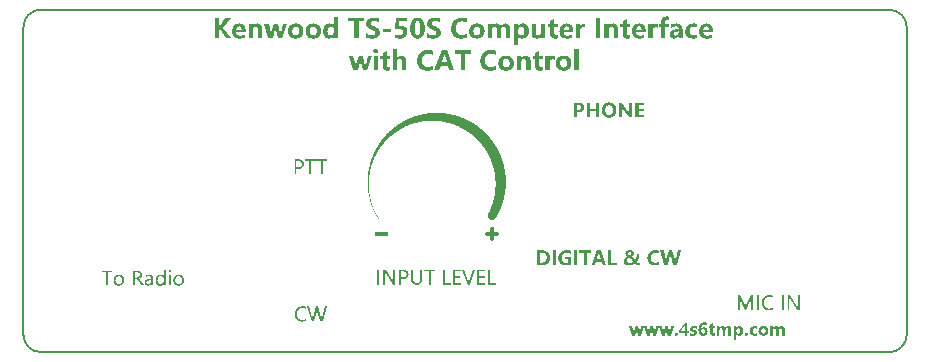
<source format=gto>
G04*
G04 #@! TF.GenerationSoftware,Altium Limited,Altium Designer,20.0.10 (225)*
G04*
G04 Layer_Color=65535*
%FSLAX44Y44*%
%MOMM*%
G71*
G01*
G75*
%ADD10C,0.2000*%
G36*
X353513Y202378D02*
X356323D01*
Y202144D01*
X358197D01*
Y201910D01*
X359602D01*
Y201675D01*
X361007D01*
Y201441D01*
X362178D01*
Y201207D01*
X363349D01*
Y200973D01*
X364286D01*
Y200739D01*
X365223D01*
Y200505D01*
X365925D01*
Y200270D01*
X366628D01*
Y200036D01*
X367564D01*
Y199802D01*
X368267D01*
Y199568D01*
X368970D01*
Y199334D01*
X369672D01*
Y199099D01*
X370140D01*
Y198865D01*
X370843D01*
Y198631D01*
X371546D01*
Y198397D01*
X372014D01*
Y198163D01*
X372717D01*
Y197928D01*
X373185D01*
Y197694D01*
X373653D01*
Y197460D01*
X374356D01*
Y197226D01*
X374824D01*
Y196992D01*
X375293D01*
Y196758D01*
X375761D01*
Y196523D01*
X376230D01*
Y196289D01*
X376698D01*
Y196055D01*
X377166D01*
Y195821D01*
X377401D01*
Y195586D01*
X377869D01*
Y195352D01*
X378337D01*
Y195118D01*
X378806D01*
Y194884D01*
X379274D01*
Y194650D01*
X379508D01*
Y194416D01*
X379977D01*
Y194181D01*
X380445D01*
Y193947D01*
X380679D01*
Y193713D01*
X381147D01*
Y193479D01*
X381616D01*
Y193245D01*
X381850D01*
Y193010D01*
X382318D01*
Y192776D01*
X382553D01*
Y192542D01*
X382787D01*
Y192308D01*
X383255D01*
Y192074D01*
X383724D01*
Y191839D01*
X383958D01*
Y191605D01*
X384192D01*
Y191371D01*
X384660D01*
Y191137D01*
X384895D01*
Y190903D01*
X385129D01*
Y190669D01*
X385597D01*
Y190434D01*
X385831D01*
Y190200D01*
X386065D01*
Y189966D01*
X386300D01*
Y189732D01*
X386768D01*
Y189498D01*
X387002D01*
Y189263D01*
X387237D01*
Y189029D01*
X387471D01*
Y188795D01*
X387939D01*
Y188561D01*
X388173D01*
Y188326D01*
X388408D01*
Y188092D01*
X388642D01*
Y187858D01*
X388876D01*
Y187624D01*
X389110D01*
Y187390D01*
X389344D01*
Y187156D01*
X389579D01*
Y186921D01*
X389813D01*
Y186687D01*
X390281D01*
Y186453D01*
X390515D01*
Y186219D01*
X390749D01*
Y185985D01*
X390984D01*
Y185751D01*
X391218D01*
Y185516D01*
X391452D01*
Y185282D01*
X391686D01*
Y185048D01*
X391920D01*
Y184814D01*
X392155D01*
Y184580D01*
X392389D01*
Y184345D01*
X392623D01*
Y184111D01*
X392857D01*
Y183877D01*
Y183643D01*
X393091D01*
Y183409D01*
X393326D01*
Y183174D01*
X393560D01*
Y182940D01*
X393794D01*
Y182706D01*
X394028D01*
Y182472D01*
X394262D01*
Y182238D01*
X394496D01*
Y182003D01*
X394731D01*
Y181769D01*
Y181535D01*
X394965D01*
Y181301D01*
X395199D01*
Y181067D01*
X395433D01*
Y180832D01*
X395667D01*
Y180598D01*
Y180364D01*
X395902D01*
Y180130D01*
X396136D01*
Y179896D01*
X396370D01*
Y179661D01*
X396604D01*
Y179427D01*
Y179193D01*
X396838D01*
Y178959D01*
X397073D01*
Y178725D01*
X397307D01*
Y178491D01*
Y178256D01*
X397541D01*
Y178022D01*
X397775D01*
Y177788D01*
Y177554D01*
X398009D01*
Y177320D01*
X398244D01*
Y177085D01*
X398478D01*
Y176851D01*
Y176617D01*
X398712D01*
Y176383D01*
X398946D01*
Y176148D01*
Y175914D01*
X399180D01*
Y175680D01*
X399414D01*
Y175446D01*
Y175212D01*
X399649D01*
Y174978D01*
Y174743D01*
X399883D01*
Y174509D01*
X400117D01*
Y174275D01*
Y174041D01*
X400351D01*
Y173807D01*
Y173572D01*
X400586D01*
Y173338D01*
X400820D01*
Y173104D01*
Y172870D01*
X401054D01*
Y172636D01*
Y172402D01*
X401288D01*
Y172167D01*
Y171933D01*
X401522D01*
Y171699D01*
Y171465D01*
X401756D01*
Y171231D01*
Y170996D01*
X401991D01*
Y170762D01*
X402225D01*
Y170528D01*
Y170294D01*
X402459D01*
Y170060D01*
Y169825D01*
X402693D01*
Y169591D01*
Y169357D01*
X402927D01*
Y169123D01*
Y168889D01*
Y168654D01*
X403162D01*
Y168420D01*
Y168186D01*
X403396D01*
Y167952D01*
Y167718D01*
X403630D01*
Y167484D01*
Y167249D01*
X403864D01*
Y167015D01*
Y166781D01*
Y166547D01*
X404098D01*
Y166313D01*
Y166078D01*
X404333D01*
Y165844D01*
Y165610D01*
Y165376D01*
X404567D01*
Y165142D01*
Y164907D01*
X404801D01*
Y164673D01*
Y164439D01*
Y164205D01*
X405035D01*
Y163971D01*
Y163736D01*
Y163502D01*
X405269D01*
Y163268D01*
Y163034D01*
Y162800D01*
X405504D01*
Y162565D01*
Y162331D01*
Y162097D01*
X405738D01*
Y161863D01*
Y161629D01*
Y161394D01*
X405972D01*
Y161160D01*
Y160926D01*
Y160692D01*
X406206D01*
Y160458D01*
Y160224D01*
Y159989D01*
X406440D01*
Y159755D01*
Y159521D01*
Y159287D01*
Y159052D01*
X406674D01*
Y158818D01*
Y158584D01*
Y158350D01*
Y158116D01*
X406909D01*
Y157881D01*
Y157647D01*
Y157413D01*
Y157179D01*
X407143D01*
Y156945D01*
Y156711D01*
Y156476D01*
Y156242D01*
X407377D01*
Y156008D01*
Y155774D01*
Y155540D01*
Y155306D01*
Y155071D01*
Y154837D01*
X407611D01*
Y154603D01*
Y154369D01*
Y154135D01*
Y153900D01*
Y153666D01*
Y153432D01*
X407845D01*
Y153198D01*
Y152963D01*
Y152729D01*
Y152495D01*
Y152261D01*
Y152027D01*
X408080D01*
Y151793D01*
Y151558D01*
Y151324D01*
Y151090D01*
Y150856D01*
Y150622D01*
Y150387D01*
Y150153D01*
Y149919D01*
X408314D01*
Y149685D01*
Y149451D01*
Y149216D01*
Y148982D01*
Y148748D01*
Y148514D01*
Y148280D01*
Y148046D01*
Y147811D01*
Y147577D01*
Y147343D01*
Y147109D01*
Y146875D01*
X408548D01*
Y146640D01*
Y146406D01*
Y146172D01*
Y145938D01*
Y145704D01*
Y145469D01*
Y145235D01*
Y145001D01*
Y144767D01*
Y144533D01*
Y144298D01*
Y144064D01*
Y143830D01*
Y143596D01*
Y143362D01*
Y143127D01*
Y142893D01*
Y142659D01*
Y142425D01*
Y142191D01*
Y141957D01*
Y141722D01*
Y141488D01*
X408314D01*
Y141254D01*
Y141020D01*
Y140786D01*
Y140551D01*
Y140317D01*
Y140083D01*
Y139849D01*
Y139615D01*
Y139380D01*
Y139146D01*
Y138912D01*
Y138678D01*
Y138444D01*
Y138209D01*
X408080D01*
Y137975D01*
Y137741D01*
Y137507D01*
Y137273D01*
Y137038D01*
Y136804D01*
Y136570D01*
Y136336D01*
Y136102D01*
X407845D01*
Y135868D01*
Y135633D01*
Y135399D01*
Y135165D01*
Y134931D01*
Y134697D01*
X407611D01*
Y134462D01*
Y134228D01*
Y133994D01*
Y133760D01*
Y133526D01*
Y133291D01*
X407377D01*
Y133057D01*
Y132823D01*
Y132589D01*
Y132355D01*
Y132120D01*
X407143D01*
Y131886D01*
Y131652D01*
Y131418D01*
Y131184D01*
Y130949D01*
X406909D01*
Y130715D01*
Y130481D01*
Y130247D01*
Y130013D01*
X406674D01*
Y129778D01*
Y129544D01*
Y129310D01*
Y129076D01*
X406440D01*
Y128842D01*
Y128608D01*
Y128373D01*
Y128139D01*
X406206D01*
Y127905D01*
Y127671D01*
Y127437D01*
X405972D01*
Y127202D01*
Y126968D01*
Y126734D01*
X405738D01*
Y126500D01*
Y126266D01*
Y126031D01*
X405504D01*
Y125797D01*
Y125563D01*
Y125329D01*
Y125095D01*
X405269D01*
Y124860D01*
Y124626D01*
X405035D01*
Y124392D01*
Y124158D01*
Y123924D01*
X404801D01*
Y123689D01*
Y123455D01*
Y123221D01*
X404567D01*
Y122987D01*
Y122753D01*
X404333D01*
Y122519D01*
Y122284D01*
Y122050D01*
X404098D01*
Y121816D01*
Y121582D01*
X403864D01*
Y121348D01*
Y121113D01*
Y120879D01*
X403630D01*
Y120645D01*
Y120411D01*
X403396D01*
Y120177D01*
Y119942D01*
X403162D01*
Y119708D01*
Y119474D01*
Y119240D01*
X402927D01*
Y119006D01*
Y118771D01*
X402693D01*
Y118537D01*
Y118303D01*
X402459D01*
Y118069D01*
X402225D01*
Y117835D01*
Y117600D01*
Y117366D01*
X401991D01*
Y117132D01*
X401756D01*
Y116898D01*
Y116664D01*
X401522D01*
Y116430D01*
Y116195D01*
X401288D01*
Y115961D01*
Y115727D01*
X401054D01*
Y115493D01*
Y115259D01*
X400820D01*
Y115024D01*
Y114790D01*
X400586D01*
Y114556D01*
X400351D01*
Y114322D01*
Y114088D01*
X400117D01*
Y113853D01*
Y113619D01*
X399883D01*
Y113385D01*
X399649D01*
Y113151D01*
X399414D01*
Y112917D01*
X399180D01*
Y112683D01*
X398946D01*
Y112448D01*
X398712D01*
Y112214D01*
X398244D01*
Y111980D01*
X395667D01*
Y112214D01*
X395199D01*
Y112448D01*
X394731D01*
Y112683D01*
X394496D01*
Y112917D01*
X394262D01*
Y113151D01*
X394028D01*
Y113385D01*
X393794D01*
Y113619D01*
Y113853D01*
X393560D01*
Y114088D01*
Y114322D01*
X393326D01*
Y114556D01*
Y114790D01*
Y115024D01*
Y115259D01*
Y115493D01*
Y115727D01*
Y115961D01*
Y116195D01*
Y116430D01*
Y116664D01*
X393560D01*
Y116898D01*
Y117132D01*
X393794D01*
Y117366D01*
Y117600D01*
X394028D01*
Y117835D01*
Y118069D01*
X394262D01*
Y118303D01*
Y118537D01*
X394496D01*
Y118771D01*
Y119006D01*
X394731D01*
Y119240D01*
Y119474D01*
X394965D01*
Y119708D01*
Y119942D01*
X395199D01*
Y120177D01*
Y120411D01*
Y120645D01*
X395433D01*
Y120879D01*
Y121113D01*
X395667D01*
Y121348D01*
Y121582D01*
X395902D01*
Y121816D01*
Y122050D01*
Y122284D01*
X396136D01*
Y122519D01*
Y122753D01*
X396370D01*
Y122987D01*
Y123221D01*
Y123455D01*
X396604D01*
Y123689D01*
Y123924D01*
Y124158D01*
X396838D01*
Y124392D01*
Y124626D01*
Y124860D01*
X397073D01*
Y125095D01*
Y125329D01*
X397307D01*
Y125563D01*
Y125797D01*
Y126031D01*
Y126266D01*
X397541D01*
Y126500D01*
Y126734D01*
Y126968D01*
X397775D01*
Y127202D01*
Y127437D01*
Y127671D01*
Y127905D01*
X398009D01*
Y128139D01*
Y128373D01*
Y128608D01*
X398244D01*
Y128842D01*
Y129076D01*
Y129310D01*
Y129544D01*
X398478D01*
Y129778D01*
Y130013D01*
Y130247D01*
Y130481D01*
Y130715D01*
X398712D01*
Y130949D01*
Y131184D01*
Y131418D01*
Y131652D01*
Y131886D01*
X398946D01*
Y132120D01*
Y132355D01*
Y132589D01*
Y132823D01*
Y133057D01*
X399180D01*
Y133291D01*
Y133526D01*
Y133760D01*
Y133994D01*
Y134228D01*
Y134462D01*
Y134697D01*
X399414D01*
Y134931D01*
Y135165D01*
Y135399D01*
Y135633D01*
Y135868D01*
Y136102D01*
Y136336D01*
Y136570D01*
X399649D01*
Y136804D01*
Y137038D01*
Y137273D01*
Y137507D01*
Y137741D01*
Y137975D01*
Y138209D01*
Y138444D01*
Y138678D01*
Y138912D01*
Y139146D01*
Y139380D01*
Y139615D01*
X399883D01*
Y139849D01*
Y140083D01*
Y140317D01*
Y140551D01*
Y140786D01*
Y141020D01*
Y141254D01*
Y141488D01*
Y141722D01*
Y141957D01*
Y142191D01*
Y142425D01*
Y142659D01*
Y142893D01*
Y143127D01*
Y143362D01*
Y143596D01*
Y143830D01*
Y144064D01*
Y144298D01*
Y144533D01*
X399649D01*
Y144767D01*
Y145001D01*
Y145235D01*
Y145469D01*
Y145704D01*
Y145938D01*
Y146172D01*
Y146406D01*
Y146640D01*
Y146875D01*
Y147109D01*
Y147343D01*
Y147577D01*
Y147811D01*
X399414D01*
Y148046D01*
Y148280D01*
Y148514D01*
Y148748D01*
Y148982D01*
Y149216D01*
Y149451D01*
Y149685D01*
X399180D01*
Y149919D01*
Y150153D01*
Y150387D01*
Y150622D01*
Y150856D01*
Y151090D01*
Y151324D01*
X398946D01*
Y151558D01*
Y151793D01*
Y152027D01*
Y152261D01*
Y152495D01*
X398712D01*
Y152729D01*
Y152963D01*
Y153198D01*
Y153432D01*
Y153666D01*
X398478D01*
Y153900D01*
Y154135D01*
Y154369D01*
Y154603D01*
X398244D01*
Y154837D01*
Y155071D01*
Y155306D01*
Y155540D01*
Y155774D01*
X398009D01*
Y156008D01*
Y156242D01*
Y156476D01*
X397775D01*
Y156711D01*
Y156945D01*
Y157179D01*
Y157413D01*
X397541D01*
Y157647D01*
Y157881D01*
Y158116D01*
X397307D01*
Y158350D01*
Y158584D01*
Y158818D01*
X397073D01*
Y159052D01*
Y159287D01*
Y159521D01*
X396838D01*
Y159755D01*
Y159989D01*
Y160224D01*
X396604D01*
Y160458D01*
Y160692D01*
Y160926D01*
X396370D01*
Y161160D01*
Y161394D01*
Y161629D01*
X396136D01*
Y161863D01*
Y162097D01*
X395902D01*
Y162331D01*
Y162565D01*
Y162800D01*
X395667D01*
Y163034D01*
Y163268D01*
X395433D01*
Y163502D01*
Y163736D01*
X395199D01*
Y163971D01*
Y164205D01*
X394965D01*
Y164439D01*
Y164673D01*
Y164907D01*
X394731D01*
Y165142D01*
Y165376D01*
X394496D01*
Y165610D01*
Y165844D01*
X394262D01*
Y166078D01*
Y166313D01*
X394028D01*
Y166547D01*
Y166781D01*
X393794D01*
Y167015D01*
Y167249D01*
X393560D01*
Y167484D01*
Y167718D01*
X393326D01*
Y167952D01*
X393091D01*
Y168186D01*
Y168420D01*
X392857D01*
Y168654D01*
Y168889D01*
X392623D01*
Y169123D01*
Y169357D01*
X392389D01*
Y169591D01*
X392155D01*
Y169825D01*
Y170060D01*
X391920D01*
Y170294D01*
Y170528D01*
X391686D01*
Y170762D01*
X391452D01*
Y170996D01*
Y171231D01*
X391218D01*
Y171465D01*
X390984D01*
Y171699D01*
Y171933D01*
X390749D01*
Y172167D01*
X390515D01*
Y172402D01*
Y172636D01*
X390281D01*
Y172870D01*
X390047D01*
Y173104D01*
Y173338D01*
X389813D01*
Y173572D01*
X389579D01*
Y173807D01*
X389344D01*
Y174041D01*
Y174275D01*
X389110D01*
Y174509D01*
X388876D01*
Y174743D01*
X388642D01*
Y174978D01*
Y175212D01*
X388408D01*
Y175446D01*
X388173D01*
Y175680D01*
X387939D01*
Y175914D01*
X387705D01*
Y176148D01*
Y176383D01*
X387471D01*
Y176617D01*
X387237D01*
Y176851D01*
X387002D01*
Y177085D01*
X386768D01*
Y177320D01*
X386534D01*
Y177554D01*
Y177788D01*
X386300D01*
Y178022D01*
X386065D01*
Y178256D01*
X385831D01*
Y178491D01*
X385597D01*
Y178725D01*
X385363D01*
Y178959D01*
X385129D01*
Y179193D01*
X384895D01*
Y179427D01*
X384660D01*
Y179661D01*
X384426D01*
Y179896D01*
X384192D01*
Y180130D01*
X383958D01*
Y180364D01*
X383724D01*
Y180598D01*
X383489D01*
Y180832D01*
X383255D01*
Y181067D01*
X383021D01*
Y181301D01*
X382787D01*
Y181535D01*
X382553D01*
Y181769D01*
X382318D01*
Y182003D01*
X382084D01*
Y182238D01*
X381616D01*
Y182472D01*
X381382D01*
Y182706D01*
X381147D01*
Y182940D01*
X380913D01*
Y183174D01*
X380679D01*
Y183409D01*
X380445D01*
Y183643D01*
X380211D01*
Y183877D01*
X379742D01*
Y184111D01*
X379508D01*
Y184345D01*
X379274D01*
Y184580D01*
X378806D01*
Y184814D01*
X378571D01*
Y185048D01*
X378337D01*
Y185282D01*
X378103D01*
Y185516D01*
X377635D01*
Y185751D01*
X377401D01*
Y185985D01*
X377166D01*
Y186219D01*
X376698D01*
Y186453D01*
X376464D01*
Y186687D01*
X375995D01*
Y186921D01*
X375761D01*
Y187156D01*
X375293D01*
Y187390D01*
X375059D01*
Y187624D01*
X374590D01*
Y187858D01*
X374122D01*
Y188092D01*
X373888D01*
Y188326D01*
X373419D01*
Y188561D01*
X372951D01*
Y188795D01*
X372717D01*
Y189029D01*
X372248D01*
Y189263D01*
X371780D01*
Y189498D01*
X371311D01*
Y189732D01*
X370843D01*
Y189966D01*
X370609D01*
Y190200D01*
X369906D01*
Y190434D01*
X369438D01*
Y190669D01*
X368970D01*
Y190903D01*
X368501D01*
Y191137D01*
X368033D01*
Y191371D01*
X367564D01*
Y191605D01*
X366862D01*
Y191839D01*
X366393D01*
Y192074D01*
X365691D01*
Y192308D01*
X365223D01*
Y192542D01*
X364520D01*
Y192776D01*
X363817D01*
Y193010D01*
X363115D01*
Y193245D01*
X362646D01*
Y193479D01*
X361710D01*
Y193713D01*
X361007D01*
Y193947D01*
X360070D01*
Y194181D01*
X359133D01*
Y194416D01*
X358197D01*
Y194650D01*
X357026D01*
Y194884D01*
X355855D01*
Y195118D01*
X354450D01*
Y195352D01*
X352810D01*
Y195586D01*
X350703D01*
Y195821D01*
X341335D01*
Y195586D01*
X339227D01*
Y195352D01*
X337588D01*
Y195118D01*
X336183D01*
Y194884D01*
X335012D01*
Y194650D01*
X333841D01*
Y194416D01*
X333138D01*
Y194181D01*
X331967D01*
Y193947D01*
X331265D01*
Y193713D01*
X330328D01*
Y193479D01*
X329625D01*
Y193245D01*
X328923D01*
Y193010D01*
X328220D01*
Y192776D01*
X327518D01*
Y192542D01*
X327049D01*
Y192308D01*
X326347D01*
Y192074D01*
X325878D01*
Y191839D01*
X325176D01*
Y191605D01*
X324707D01*
Y191371D01*
X324239D01*
Y191137D01*
X323536D01*
Y190903D01*
X323068D01*
Y190669D01*
X322599D01*
Y190434D01*
X322131D01*
Y190200D01*
X321663D01*
Y189966D01*
X321194D01*
Y189732D01*
X320726D01*
Y189498D01*
X320492D01*
Y189263D01*
X320023D01*
Y189029D01*
X319555D01*
Y188795D01*
X319087D01*
Y188561D01*
X318852D01*
Y188326D01*
X318384D01*
Y188092D01*
X317916D01*
Y187858D01*
X317682D01*
Y187624D01*
X317213D01*
Y187390D01*
X316979D01*
Y187156D01*
X316511D01*
Y186921D01*
X316276D01*
Y186687D01*
X315808D01*
Y186453D01*
X315574D01*
Y186219D01*
X315105D01*
Y185985D01*
X314871D01*
Y185751D01*
X314637D01*
Y185516D01*
X314169D01*
Y185282D01*
X313934D01*
Y185048D01*
X313466D01*
Y184814D01*
X313232D01*
Y184580D01*
X312998D01*
Y184345D01*
X312763D01*
Y184111D01*
X312295D01*
Y183877D01*
X312061D01*
Y183643D01*
X311827D01*
Y183409D01*
X311592D01*
Y183174D01*
X311358D01*
Y182940D01*
X310890D01*
Y182706D01*
X310656D01*
Y182472D01*
X310422D01*
Y182238D01*
X310187D01*
Y182003D01*
X309953D01*
Y181769D01*
X309719D01*
Y181535D01*
X309485D01*
Y181301D01*
X309251D01*
Y181067D01*
X309016D01*
Y180832D01*
X308782D01*
Y180598D01*
X308548D01*
Y180364D01*
X308314D01*
Y180130D01*
X308080D01*
Y179896D01*
X307845D01*
Y179661D01*
X307611D01*
Y179427D01*
X307377D01*
Y179193D01*
X307143D01*
Y178959D01*
X306909D01*
Y178725D01*
X306674D01*
Y178491D01*
X306440D01*
Y178256D01*
X306206D01*
Y178022D01*
X305972D01*
Y177788D01*
X305738D01*
Y177554D01*
X305504D01*
Y177320D01*
X305269D01*
Y177085D01*
Y176851D01*
X305035D01*
Y176617D01*
X304801D01*
Y176383D01*
X304567D01*
Y176148D01*
X304333D01*
Y175914D01*
X304098D01*
Y175680D01*
Y175446D01*
X303864D01*
Y175212D01*
X303630D01*
Y174978D01*
X303396D01*
Y174743D01*
Y174509D01*
X303162D01*
Y174275D01*
X302927D01*
Y174041D01*
X302693D01*
Y173807D01*
Y173572D01*
X302459D01*
Y173338D01*
X302225D01*
Y173104D01*
X301991D01*
Y172870D01*
Y172636D01*
X301756D01*
Y172402D01*
X301522D01*
Y172167D01*
Y171933D01*
X301288D01*
Y171699D01*
X301054D01*
Y171465D01*
Y171231D01*
X300820D01*
Y170996D01*
X300585D01*
Y170762D01*
Y170528D01*
X300351D01*
Y170294D01*
Y170060D01*
X300117D01*
Y169825D01*
X299883D01*
Y169591D01*
Y169357D01*
X299649D01*
Y169123D01*
Y168889D01*
X299415D01*
Y168654D01*
X299180D01*
Y168420D01*
Y168186D01*
X298946D01*
Y167952D01*
Y167718D01*
X298712D01*
Y167484D01*
Y167249D01*
X298478D01*
Y167015D01*
Y166781D01*
X298244D01*
Y166547D01*
Y166313D01*
X298009D01*
Y166078D01*
Y165844D01*
X297775D01*
Y165610D01*
Y165376D01*
X297541D01*
Y165142D01*
Y164907D01*
X297307D01*
Y164673D01*
Y164439D01*
X297073D01*
Y164205D01*
Y163971D01*
X296838D01*
Y163736D01*
Y163502D01*
X296604D01*
Y163268D01*
Y163034D01*
Y162800D01*
X296370D01*
Y162565D01*
Y162331D01*
X296136D01*
Y162097D01*
Y161863D01*
Y161629D01*
X295902D01*
Y161394D01*
Y161160D01*
X295667D01*
Y160926D01*
Y160692D01*
Y160458D01*
X295433D01*
Y160224D01*
Y159989D01*
Y159755D01*
X295199D01*
Y159521D01*
Y159287D01*
Y159052D01*
X294965D01*
Y158818D01*
Y158584D01*
Y158350D01*
X294731D01*
Y158116D01*
Y157881D01*
Y157647D01*
X294496D01*
Y157413D01*
Y157179D01*
Y156945D01*
Y156711D01*
X294262D01*
Y156476D01*
Y156242D01*
Y156008D01*
X294028D01*
Y155774D01*
Y155540D01*
Y155306D01*
Y155071D01*
X293794D01*
Y154837D01*
Y154603D01*
Y154369D01*
Y154135D01*
Y153900D01*
X293560D01*
Y153666D01*
Y153432D01*
Y153198D01*
Y152963D01*
X293326D01*
Y152729D01*
Y152495D01*
Y152261D01*
Y152027D01*
Y151793D01*
X293091D01*
Y151558D01*
Y151324D01*
Y151090D01*
Y150856D01*
Y150622D01*
Y150387D01*
Y150153D01*
X292857D01*
Y149919D01*
Y149685D01*
Y149451D01*
Y149216D01*
Y148982D01*
Y148748D01*
Y148514D01*
X292623D01*
Y148280D01*
Y148046D01*
Y147811D01*
Y147577D01*
Y147343D01*
Y147109D01*
Y146875D01*
Y146640D01*
Y146406D01*
Y146172D01*
Y145938D01*
X292389D01*
Y145704D01*
Y145469D01*
Y145235D01*
Y145001D01*
Y144767D01*
Y144533D01*
Y144298D01*
Y144064D01*
Y143830D01*
Y143596D01*
Y143362D01*
Y143127D01*
Y142893D01*
Y142659D01*
Y142425D01*
Y142191D01*
Y141957D01*
Y141722D01*
Y141488D01*
Y141254D01*
Y141020D01*
Y140786D01*
Y140551D01*
Y140317D01*
Y140083D01*
Y139849D01*
Y139615D01*
Y139380D01*
Y139146D01*
Y138912D01*
Y138678D01*
Y138444D01*
X292623D01*
Y138209D01*
Y137975D01*
Y137741D01*
Y137507D01*
Y137273D01*
Y137038D01*
Y136804D01*
Y136570D01*
Y136336D01*
Y136102D01*
Y135868D01*
X292857D01*
Y135633D01*
Y135399D01*
Y135165D01*
Y134931D01*
Y134697D01*
Y134462D01*
Y134228D01*
Y133994D01*
X293091D01*
Y133760D01*
Y133526D01*
Y133291D01*
Y133057D01*
Y132823D01*
Y132589D01*
X293326D01*
Y132355D01*
Y132120D01*
Y131886D01*
Y131652D01*
Y131418D01*
X293560D01*
Y131184D01*
Y130949D01*
Y130715D01*
Y130481D01*
Y130247D01*
X293794D01*
Y130013D01*
Y129778D01*
Y129544D01*
Y129310D01*
X294028D01*
Y129076D01*
Y128842D01*
Y128608D01*
Y128373D01*
X294262D01*
Y128139D01*
Y127905D01*
Y127671D01*
Y127437D01*
X294496D01*
Y127202D01*
Y126968D01*
Y126734D01*
X294731D01*
Y126500D01*
Y126266D01*
Y126031D01*
X294965D01*
Y125797D01*
Y125563D01*
Y125329D01*
X295199D01*
Y125095D01*
Y124860D01*
Y124626D01*
X295433D01*
Y124392D01*
Y124158D01*
Y123924D01*
X295667D01*
Y123689D01*
Y123455D01*
Y123221D01*
X295902D01*
Y122987D01*
Y122753D01*
Y122519D01*
X296136D01*
Y122284D01*
Y122050D01*
X296370D01*
Y121816D01*
Y121582D01*
X296604D01*
Y121348D01*
Y121113D01*
Y120879D01*
X296838D01*
Y120645D01*
Y120411D01*
X297073D01*
Y120177D01*
Y119942D01*
X297307D01*
Y119708D01*
Y119474D01*
X297541D01*
Y119240D01*
Y119006D01*
X297775D01*
Y118771D01*
Y118537D01*
Y118303D01*
X298009D01*
Y118069D01*
Y117835D01*
X298244D01*
Y117600D01*
Y117366D01*
X298478D01*
Y117132D01*
X298712D01*
Y116898D01*
Y116664D01*
X298946D01*
Y116430D01*
Y116195D01*
X299180D01*
Y115961D01*
Y115727D01*
X299415D01*
Y115493D01*
Y115259D01*
X299649D01*
Y115024D01*
X299883D01*
Y114790D01*
Y114556D01*
X300117D01*
Y114322D01*
Y114088D01*
X300351D01*
Y113853D01*
X300585D01*
Y113619D01*
Y113385D01*
X300820D01*
Y113151D01*
X301054D01*
Y112917D01*
Y112683D01*
X301288D01*
Y112448D01*
Y112214D01*
X301522D01*
Y111980D01*
X301054D01*
Y112214D01*
X300820D01*
Y112448D01*
Y112683D01*
X300585D01*
Y112917D01*
X300351D01*
Y113151D01*
Y113385D01*
X300117D01*
Y113619D01*
Y113853D01*
X299883D01*
Y114088D01*
X299649D01*
Y114322D01*
Y114556D01*
X299415D01*
Y114790D01*
Y115024D01*
X299180D01*
Y115259D01*
X298946D01*
Y115493D01*
Y115727D01*
X298712D01*
Y115961D01*
Y116195D01*
X298478D01*
Y116430D01*
Y116664D01*
X298244D01*
Y116898D01*
Y117132D01*
X298009D01*
Y117366D01*
Y117600D01*
X297775D01*
Y117835D01*
Y118069D01*
X297541D01*
Y118303D01*
Y118537D01*
X297307D01*
Y118771D01*
Y119006D01*
X297073D01*
Y119240D01*
Y119474D01*
X296838D01*
Y119708D01*
Y119942D01*
X296604D01*
Y120177D01*
Y120411D01*
X296370D01*
Y120645D01*
Y120879D01*
X296136D01*
Y121113D01*
Y121348D01*
Y121582D01*
X295902D01*
Y121816D01*
Y122050D01*
X295667D01*
Y122284D01*
Y122519D01*
Y122753D01*
X295433D01*
Y122987D01*
Y123221D01*
X295199D01*
Y123455D01*
Y123689D01*
Y123924D01*
X294965D01*
Y124158D01*
Y124392D01*
Y124626D01*
X294731D01*
Y124860D01*
Y125095D01*
Y125329D01*
X294496D01*
Y125563D01*
Y125797D01*
Y126031D01*
X294262D01*
Y126266D01*
Y126500D01*
Y126734D01*
X294028D01*
Y126968D01*
Y127202D01*
Y127437D01*
X293794D01*
Y127671D01*
Y127905D01*
Y128139D01*
X293560D01*
Y128373D01*
Y128608D01*
Y128842D01*
Y129076D01*
X293326D01*
Y129310D01*
Y129544D01*
Y129778D01*
Y130013D01*
X293091D01*
Y130247D01*
Y130481D01*
Y130715D01*
Y130949D01*
Y131184D01*
X292857D01*
Y131418D01*
Y131652D01*
Y131886D01*
Y132120D01*
X292623D01*
Y132355D01*
Y132589D01*
Y132823D01*
Y133057D01*
Y133291D01*
X292389D01*
Y133526D01*
Y133760D01*
Y133994D01*
Y134228D01*
Y134462D01*
Y134697D01*
X292155D01*
Y134931D01*
Y135165D01*
Y135399D01*
Y135633D01*
Y135868D01*
Y136102D01*
X291920D01*
Y136336D01*
Y136570D01*
Y136804D01*
Y137038D01*
Y137273D01*
Y137507D01*
Y137741D01*
Y137975D01*
Y138209D01*
X291686D01*
Y138444D01*
Y138678D01*
Y138912D01*
Y139146D01*
Y139380D01*
Y139615D01*
Y139849D01*
Y140083D01*
Y140317D01*
Y140551D01*
Y140786D01*
Y141020D01*
Y141254D01*
Y141488D01*
X291452D01*
Y141722D01*
Y141957D01*
Y142191D01*
Y142425D01*
Y142659D01*
Y142893D01*
Y143127D01*
Y143362D01*
Y143596D01*
Y143830D01*
Y144064D01*
Y144298D01*
Y144533D01*
Y144767D01*
Y145001D01*
Y145235D01*
Y145469D01*
Y145704D01*
Y145938D01*
Y146172D01*
Y146406D01*
Y146640D01*
Y146875D01*
X291686D01*
Y147109D01*
Y147343D01*
Y147577D01*
Y147811D01*
Y148046D01*
Y148280D01*
Y148514D01*
Y148748D01*
Y148982D01*
Y149216D01*
Y149451D01*
Y149685D01*
Y149919D01*
Y150153D01*
X291920D01*
Y150387D01*
Y150622D01*
Y150856D01*
Y151090D01*
Y151324D01*
Y151558D01*
Y151793D01*
Y152027D01*
X292155D01*
Y152261D01*
Y152495D01*
Y152729D01*
Y152963D01*
Y153198D01*
Y153432D01*
X292389D01*
Y153666D01*
Y153900D01*
Y154135D01*
Y154369D01*
Y154603D01*
Y154837D01*
Y155071D01*
X292623D01*
Y155306D01*
Y155540D01*
Y155774D01*
Y156008D01*
Y156242D01*
X292857D01*
Y156476D01*
Y156711D01*
Y156945D01*
Y157179D01*
X293091D01*
Y157413D01*
Y157647D01*
Y157881D01*
Y158116D01*
X293326D01*
Y158350D01*
Y158584D01*
Y158818D01*
Y159052D01*
X293560D01*
Y159287D01*
Y159521D01*
Y159755D01*
Y159989D01*
X293794D01*
Y160224D01*
Y160458D01*
Y160692D01*
X294028D01*
Y160926D01*
Y161160D01*
Y161394D01*
Y161629D01*
X294262D01*
Y161863D01*
Y162097D01*
Y162331D01*
X294496D01*
Y162565D01*
Y162800D01*
Y163034D01*
X294731D01*
Y163268D01*
Y163502D01*
Y163736D01*
X294965D01*
Y163971D01*
Y164205D01*
X295199D01*
Y164439D01*
Y164673D01*
Y164907D01*
X295433D01*
Y165142D01*
Y165376D01*
Y165610D01*
X295667D01*
Y165844D01*
Y166078D01*
X295902D01*
Y166313D01*
Y166547D01*
Y166781D01*
X296136D01*
Y167015D01*
Y167249D01*
X296370D01*
Y167484D01*
Y167718D01*
X296604D01*
Y167952D01*
Y168186D01*
Y168420D01*
X296838D01*
Y168654D01*
Y168889D01*
X297073D01*
Y169123D01*
Y169357D01*
X297307D01*
Y169591D01*
Y169825D01*
X297541D01*
Y170060D01*
Y170294D01*
X297775D01*
Y170528D01*
Y170762D01*
X298009D01*
Y170996D01*
Y171231D01*
X298244D01*
Y171465D01*
Y171699D01*
X298478D01*
Y171933D01*
Y172167D01*
X298712D01*
Y172402D01*
X298946D01*
Y172636D01*
Y172870D01*
X299180D01*
Y173104D01*
Y173338D01*
X299415D01*
Y173572D01*
Y173807D01*
X299649D01*
Y174041D01*
X299883D01*
Y174275D01*
Y174509D01*
X300117D01*
Y174743D01*
Y174978D01*
X300351D01*
Y175212D01*
X300585D01*
Y175446D01*
Y175680D01*
X300820D01*
Y175914D01*
X301054D01*
Y176148D01*
Y176383D01*
X301288D01*
Y176617D01*
X301522D01*
Y176851D01*
Y177085D01*
X301756D01*
Y177320D01*
X301991D01*
Y177554D01*
Y177788D01*
X302225D01*
Y178022D01*
X302459D01*
Y178256D01*
X302693D01*
Y178491D01*
Y178725D01*
X302927D01*
Y178959D01*
X303162D01*
Y179193D01*
Y179427D01*
X303396D01*
Y179661D01*
X303630D01*
Y179896D01*
X303864D01*
Y180130D01*
X304098D01*
Y180364D01*
Y180598D01*
X304333D01*
Y180832D01*
X304567D01*
Y181067D01*
X304801D01*
Y181301D01*
Y181535D01*
X305035D01*
Y181769D01*
X305269D01*
Y182003D01*
X305504D01*
Y182238D01*
X305738D01*
Y182472D01*
X305972D01*
Y182706D01*
X306206D01*
Y182940D01*
X306440D01*
Y183174D01*
X306674D01*
Y183409D01*
Y183643D01*
X306909D01*
Y183877D01*
X307143D01*
Y184111D01*
X307377D01*
Y184345D01*
X307611D01*
Y184580D01*
X307845D01*
Y184814D01*
X308080D01*
Y185048D01*
X308314D01*
Y185282D01*
X308548D01*
Y185516D01*
X308782D01*
Y185751D01*
X309016D01*
Y185985D01*
X309251D01*
Y186219D01*
X309485D01*
Y186453D01*
X309719D01*
Y186687D01*
X309953D01*
Y186921D01*
X310187D01*
Y187156D01*
X310422D01*
Y187390D01*
X310656D01*
Y187624D01*
X311124D01*
Y187858D01*
X311358D01*
Y188092D01*
X311592D01*
Y188326D01*
X311827D01*
Y188561D01*
X312061D01*
Y188795D01*
X312295D01*
Y189029D01*
X312529D01*
Y189263D01*
X312998D01*
Y189498D01*
X313232D01*
Y189732D01*
X313466D01*
Y189966D01*
X313700D01*
Y190200D01*
X314169D01*
Y190434D01*
X314403D01*
Y190669D01*
X314637D01*
Y190903D01*
X315105D01*
Y191137D01*
X315340D01*
Y191371D01*
X315574D01*
Y191605D01*
X316042D01*
Y191839D01*
X316276D01*
Y192074D01*
X316745D01*
Y192308D01*
X316979D01*
Y192542D01*
X317213D01*
Y192776D01*
X317682D01*
Y193010D01*
X318150D01*
Y193245D01*
X318384D01*
Y193479D01*
X318852D01*
Y193713D01*
X319087D01*
Y193947D01*
X319555D01*
Y194181D01*
X320023D01*
Y194416D01*
X320258D01*
Y194650D01*
X320726D01*
Y194884D01*
X321194D01*
Y195118D01*
X321663D01*
Y195352D01*
X321897D01*
Y195586D01*
X322365D01*
Y195821D01*
X322834D01*
Y196055D01*
X323302D01*
Y196289D01*
X323770D01*
Y196523D01*
X324239D01*
Y196758D01*
X324707D01*
Y196992D01*
X325176D01*
Y197226D01*
X325644D01*
Y197460D01*
X326112D01*
Y197694D01*
X326815D01*
Y197928D01*
X327283D01*
Y198163D01*
X327986D01*
Y198397D01*
X328454D01*
Y198631D01*
X329157D01*
Y198865D01*
X329625D01*
Y199099D01*
X330328D01*
Y199334D01*
X331030D01*
Y199568D01*
X331733D01*
Y199802D01*
X332436D01*
Y200036D01*
X333138D01*
Y200270D01*
X334075D01*
Y200505D01*
X334777D01*
Y200739D01*
X335714D01*
Y200973D01*
X336651D01*
Y201207D01*
X337822D01*
Y201441D01*
X338993D01*
Y201675D01*
X340164D01*
Y201910D01*
X341803D01*
Y202144D01*
X343677D01*
Y202378D01*
X346487D01*
Y202612D01*
X353513D01*
Y202378D01*
D02*
G37*
G36*
X308070Y101676D02*
X308304D01*
Y101441D01*
X308538D01*
Y101207D01*
X308773D01*
Y100973D01*
X309007D01*
Y100739D01*
Y100505D01*
Y100270D01*
Y100036D01*
Y99802D01*
Y99568D01*
Y99333D01*
X308773D01*
Y99099D01*
Y98865D01*
X308538D01*
Y98631D01*
X308070D01*
Y98397D01*
X307602D01*
Y98163D01*
X298702D01*
Y98397D01*
X298234D01*
Y98631D01*
X298000D01*
Y98865D01*
X297765D01*
Y99099D01*
X297531D01*
Y99333D01*
Y99568D01*
Y99802D01*
Y100036D01*
Y100270D01*
Y100505D01*
Y100739D01*
Y100973D01*
X297765D01*
Y101207D01*
Y101441D01*
X298000D01*
Y101676D01*
X298468D01*
Y101910D01*
X308070D01*
Y101676D01*
D02*
G37*
G36*
X397521Y105891D02*
X397990D01*
Y105657D01*
X398224D01*
Y105422D01*
X398458D01*
Y105188D01*
Y104954D01*
X398692D01*
Y104720D01*
Y104486D01*
Y104252D01*
Y104017D01*
Y103783D01*
Y103549D01*
Y103315D01*
Y103081D01*
Y102846D01*
Y102612D01*
Y102378D01*
Y102144D01*
X398927D01*
Y101910D01*
X401737D01*
Y101676D01*
X401971D01*
Y101441D01*
X402205D01*
Y101207D01*
X402439D01*
Y100973D01*
Y100739D01*
X402673D01*
Y100505D01*
Y100270D01*
Y100036D01*
Y99802D01*
Y99568D01*
X402439D01*
Y99333D01*
Y99099D01*
X402205D01*
Y98865D01*
Y98631D01*
X401737D01*
Y98397D01*
X401268D01*
Y98163D01*
X398692D01*
Y97928D01*
Y97694D01*
Y97460D01*
Y97226D01*
Y96992D01*
Y96757D01*
Y96523D01*
Y96289D01*
Y96055D01*
Y95821D01*
Y95586D01*
Y95352D01*
X398458D01*
Y95118D01*
X398224D01*
Y94884D01*
X397990D01*
Y94650D01*
X397521D01*
Y94416D01*
X396350D01*
Y94650D01*
X395648D01*
Y94884D01*
X395414D01*
Y95118D01*
Y95352D01*
X395179D01*
Y95586D01*
Y95821D01*
X394945D01*
Y96055D01*
Y96289D01*
Y96523D01*
Y96757D01*
Y96992D01*
Y97226D01*
Y97460D01*
Y97694D01*
Y97928D01*
Y98163D01*
X392369D01*
Y98397D01*
X391901D01*
Y98631D01*
X391666D01*
Y98865D01*
X391432D01*
Y99099D01*
X391198D01*
Y99333D01*
Y99568D01*
Y99802D01*
X390964D01*
Y100036D01*
Y100270D01*
Y100505D01*
X391198D01*
Y100739D01*
Y100973D01*
X391432D01*
Y101207D01*
Y101441D01*
X391666D01*
Y101676D01*
X392135D01*
Y101910D01*
X394945D01*
Y102144D01*
Y102378D01*
Y102612D01*
Y102846D01*
Y103081D01*
Y103315D01*
Y103549D01*
Y103783D01*
Y104017D01*
Y104252D01*
Y104486D01*
Y104720D01*
X395179D01*
Y104954D01*
Y105188D01*
X395414D01*
Y105422D01*
X395648D01*
Y105657D01*
X395882D01*
Y105891D01*
X396350D01*
Y106125D01*
X397521D01*
Y105891D01*
D02*
G37*
G36*
X545485Y284229D02*
X545778Y284200D01*
X546100Y284170D01*
X546393Y284112D01*
X546686Y284024D01*
Y281183D01*
X546656D01*
X546569Y281242D01*
X546422Y281271D01*
X546246Y281329D01*
X546041Y281388D01*
X545807Y281417D01*
X545309Y281476D01*
X545134D01*
X545016Y281447D01*
X544724Y281359D01*
X544401Y281212D01*
X544226Y281124D01*
X544050Y280978D01*
X543904Y280832D01*
X543757Y280627D01*
X543640Y280392D01*
X543552Y280129D01*
X543494Y279807D01*
X543464Y279455D01*
Y278079D01*
X546246D01*
Y275384D01*
X543464D01*
Y265808D01*
X539891D01*
Y275384D01*
X537812D01*
Y278079D01*
X539891D01*
Y279631D01*
Y279660D01*
Y279719D01*
Y279836D01*
X539921Y279982D01*
Y280158D01*
X539950Y280363D01*
X540067Y280832D01*
X540214Y281388D01*
X540448Y281944D01*
X540799Y282501D01*
X541004Y282764D01*
X541239Y282999D01*
X541268Y283028D01*
X541297Y283057D01*
X541385Y283116D01*
X541502Y283204D01*
X541795Y283409D01*
X542205Y283643D01*
X542732Y283848D01*
X543347Y284053D01*
X544050Y284200D01*
X544431Y284258D01*
X545221D01*
X545485Y284229D01*
D02*
G37*
G36*
X349180Y283233D02*
X349414D01*
X349707Y283204D01*
X350000Y283174D01*
X350673Y283116D01*
X351376Y282999D01*
X352079Y282823D01*
X352752Y282618D01*
Y279162D01*
X352723D01*
X352665Y279221D01*
X352577Y279279D01*
X352460Y279338D01*
X352284Y279455D01*
X352079Y279543D01*
X351845Y279660D01*
X351610Y279777D01*
X350995Y279982D01*
X350322Y280187D01*
X349560Y280304D01*
X348711Y280363D01*
X348477D01*
X348242Y280334D01*
X347920Y280304D01*
X347569Y280246D01*
X347217Y280158D01*
X346837Y280041D01*
X346515Y279865D01*
X346485Y279836D01*
X346397Y279777D01*
X346251Y279660D01*
X346134Y279514D01*
X345987Y279309D01*
X345841Y279074D01*
X345753Y278811D01*
X345724Y278518D01*
Y278489D01*
Y278401D01*
X345753Y278284D01*
X345782Y278137D01*
X345870Y277932D01*
X345958Y277727D01*
X346105Y277522D01*
X346280Y277288D01*
X346310Y277259D01*
X346397Y277200D01*
X346573Y277054D01*
X346837Y276907D01*
X347188Y276673D01*
X347422Y276556D01*
X347686Y276439D01*
X347979Y276292D01*
X348272Y276116D01*
X348652Y275970D01*
X349033Y275794D01*
X349062D01*
X349150Y275736D01*
X349268Y275677D01*
X349443Y275589D01*
X349648Y275501D01*
X349883Y275384D01*
X350439Y275091D01*
X351025Y274740D01*
X351581Y274330D01*
X352108Y273920D01*
X352342Y273686D01*
X352547Y273451D01*
X352577Y273393D01*
X352694Y273246D01*
X352840Y272983D01*
X353045Y272631D01*
X353221Y272221D01*
X353368Y271723D01*
X353485Y271167D01*
X353514Y270552D01*
Y270523D01*
Y270435D01*
Y270318D01*
X353485Y270142D01*
X353455Y269937D01*
X353426Y269703D01*
X353309Y269176D01*
X353075Y268561D01*
X352957Y268239D01*
X352782Y267946D01*
X352577Y267623D01*
X352342Y267331D01*
X352079Y267067D01*
X351757Y266803D01*
X351727D01*
X351669Y266745D01*
X351581Y266686D01*
X351435Y266598D01*
X351259Y266511D01*
X351025Y266393D01*
X350761Y266276D01*
X350468Y266159D01*
X350146Y266042D01*
X349765Y265925D01*
X349355Y265808D01*
X348916Y265720D01*
X348447Y265632D01*
X347920Y265573D01*
X347364Y265544D01*
X346778Y265515D01*
X346485D01*
X346280Y265544D01*
X346046D01*
X345753Y265573D01*
X345431Y265603D01*
X345050Y265632D01*
X344289Y265749D01*
X343469Y265925D01*
X342678Y266130D01*
X341917Y266452D01*
Y270113D01*
X341946Y270084D01*
X342005Y270054D01*
X342122Y269966D01*
X342297Y269849D01*
X342473Y269732D01*
X342707Y269586D01*
X342971Y269410D01*
X343293Y269263D01*
X343615Y269117D01*
X343996Y268941D01*
X344787Y268678D01*
X345226Y268561D01*
X345665Y268502D01*
X346134Y268444D01*
X346632Y268414D01*
X346895D01*
X347159Y268444D01*
X347481Y268473D01*
X347862Y268531D01*
X348213Y268619D01*
X348594Y268736D01*
X348887Y268912D01*
X348916Y268941D01*
X349004Y269000D01*
X349121Y269117D01*
X349268Y269263D01*
X349414Y269468D01*
X349531Y269703D01*
X349619Y269937D01*
X349648Y270230D01*
Y270259D01*
Y270347D01*
X349619Y270494D01*
X349560Y270669D01*
X349502Y270874D01*
X349385Y271079D01*
X349238Y271313D01*
X349033Y271548D01*
X349004Y271577D01*
X348916Y271665D01*
X348711Y271811D01*
X348594Y271899D01*
X348418Y272016D01*
X348242Y272104D01*
X348008Y272251D01*
X347745Y272397D01*
X347452Y272544D01*
X347130Y272690D01*
X346778Y272866D01*
X346368Y273041D01*
X345900Y273246D01*
X345841Y273276D01*
X345724Y273334D01*
X345519Y273422D01*
X345255Y273568D01*
X344962Y273744D01*
X344611Y273949D01*
X344259Y274213D01*
X343879Y274506D01*
X343498Y274828D01*
X343147Y275209D01*
X342795Y275619D01*
X342502Y276058D01*
X342239Y276556D01*
X342034Y277083D01*
X341917Y277639D01*
X341858Y278225D01*
Y278254D01*
Y278342D01*
Y278459D01*
X341887Y278635D01*
X341917Y278811D01*
X341946Y279045D01*
X342092Y279601D01*
X342297Y280187D01*
X342444Y280509D01*
X342620Y280802D01*
X342825Y281124D01*
X343088Y281417D01*
X343352Y281681D01*
X343674Y281944D01*
X343703Y281974D01*
X343762Y282003D01*
X343879Y282062D01*
X343996Y282149D01*
X344201Y282237D01*
X344406Y282354D01*
X344669Y282472D01*
X344962Y282618D01*
X345314Y282735D01*
X345665Y282852D01*
X346075Y282969D01*
X346515Y283057D01*
X346954Y283145D01*
X347452Y283204D01*
X347979Y283262D01*
X348945D01*
X349180Y283233D01*
D02*
G37*
G36*
X297519D02*
X297753D01*
X298046Y283204D01*
X298339Y283174D01*
X299012Y283116D01*
X299715Y282999D01*
X300418Y282823D01*
X301092Y282618D01*
Y279162D01*
X301062D01*
X301004Y279221D01*
X300916Y279279D01*
X300799Y279338D01*
X300623Y279455D01*
X300418Y279543D01*
X300184Y279660D01*
X299949Y279777D01*
X299335Y279982D01*
X298661Y280187D01*
X297899Y280304D01*
X297050Y280363D01*
X296816D01*
X296582Y280334D01*
X296259Y280304D01*
X295908Y280246D01*
X295557Y280158D01*
X295176Y280041D01*
X294854Y279865D01*
X294824Y279836D01*
X294737Y279777D01*
X294590Y279660D01*
X294473Y279514D01*
X294327Y279309D01*
X294180Y279074D01*
X294092Y278811D01*
X294063Y278518D01*
Y278489D01*
Y278401D01*
X294092Y278284D01*
X294122Y278137D01*
X294209Y277932D01*
X294297Y277727D01*
X294444Y277522D01*
X294619Y277288D01*
X294649Y277259D01*
X294737Y277200D01*
X294912Y277054D01*
X295176Y276907D01*
X295527Y276673D01*
X295762Y276556D01*
X296025Y276439D01*
X296318Y276292D01*
X296611Y276116D01*
X296992Y275970D01*
X297372Y275794D01*
X297402D01*
X297489Y275736D01*
X297607Y275677D01*
X297782Y275589D01*
X297987Y275501D01*
X298222Y275384D01*
X298778Y275091D01*
X299364Y274740D01*
X299920Y274330D01*
X300447Y273920D01*
X300682Y273686D01*
X300887Y273451D01*
X300916Y273393D01*
X301033Y273246D01*
X301180Y272983D01*
X301385Y272631D01*
X301560Y272221D01*
X301707Y271723D01*
X301824Y271167D01*
X301853Y270552D01*
Y270523D01*
Y270435D01*
Y270318D01*
X301824Y270142D01*
X301794Y269937D01*
X301765Y269703D01*
X301648Y269176D01*
X301414Y268561D01*
X301297Y268239D01*
X301121Y267946D01*
X300916Y267623D01*
X300682Y267331D01*
X300418Y267067D01*
X300096Y266803D01*
X300067D01*
X300008Y266745D01*
X299920Y266686D01*
X299774Y266598D01*
X299598Y266511D01*
X299364Y266393D01*
X299100Y266276D01*
X298807Y266159D01*
X298485Y266042D01*
X298104Y265925D01*
X297694Y265808D01*
X297255Y265720D01*
X296787Y265632D01*
X296259Y265573D01*
X295703Y265544D01*
X295117Y265515D01*
X294824D01*
X294619Y265544D01*
X294385D01*
X294092Y265573D01*
X293770Y265603D01*
X293389Y265632D01*
X292628Y265749D01*
X291808Y265925D01*
X291017Y266130D01*
X290256Y266452D01*
Y270113D01*
X290285Y270084D01*
X290344Y270054D01*
X290461Y269966D01*
X290637Y269849D01*
X290812Y269732D01*
X291047Y269586D01*
X291310Y269410D01*
X291632Y269263D01*
X291954Y269117D01*
X292335Y268941D01*
X293126Y268678D01*
X293565Y268561D01*
X294004Y268502D01*
X294473Y268444D01*
X294971Y268414D01*
X295234D01*
X295498Y268444D01*
X295820Y268473D01*
X296201Y268531D01*
X296552Y268619D01*
X296933Y268736D01*
X297226Y268912D01*
X297255Y268941D01*
X297343Y269000D01*
X297460Y269117D01*
X297607Y269263D01*
X297753Y269468D01*
X297870Y269703D01*
X297958Y269937D01*
X297987Y270230D01*
Y270259D01*
Y270347D01*
X297958Y270494D01*
X297899Y270669D01*
X297841Y270874D01*
X297724Y271079D01*
X297577Y271313D01*
X297372Y271548D01*
X297343Y271577D01*
X297255Y271665D01*
X297050Y271811D01*
X296933Y271899D01*
X296757Y272016D01*
X296582Y272104D01*
X296347Y272251D01*
X296084Y272397D01*
X295791Y272544D01*
X295469Y272690D01*
X295117Y272866D01*
X294707Y273041D01*
X294239Y273246D01*
X294180Y273276D01*
X294063Y273334D01*
X293858Y273422D01*
X293594Y273568D01*
X293302Y273744D01*
X292950Y273949D01*
X292599Y274213D01*
X292218Y274506D01*
X291837Y274828D01*
X291486Y275209D01*
X291134Y275619D01*
X290842Y276058D01*
X290578Y276556D01*
X290373Y277083D01*
X290256Y277639D01*
X290197Y278225D01*
Y278254D01*
Y278342D01*
Y278459D01*
X290226Y278635D01*
X290256Y278811D01*
X290285Y279045D01*
X290431Y279601D01*
X290637Y280187D01*
X290783Y280509D01*
X290959Y280802D01*
X291164Y281124D01*
X291427Y281417D01*
X291691Y281681D01*
X292013Y281944D01*
X292042Y281974D01*
X292101Y282003D01*
X292218Y282062D01*
X292335Y282149D01*
X292540Y282237D01*
X292745Y282354D01*
X293009Y282472D01*
X293302Y282618D01*
X293653Y282735D01*
X294004Y282852D01*
X294414Y282969D01*
X294854Y283057D01*
X295293Y283145D01*
X295791Y283204D01*
X296318Y283262D01*
X297285D01*
X297519Y283233D01*
D02*
G37*
G36*
X371847D02*
X372081D01*
X372374Y283204D01*
X372667Y283174D01*
X373341Y283116D01*
X374044Y282999D01*
X374747Y282823D01*
X375420Y282618D01*
Y279074D01*
X375391D01*
X375332Y279133D01*
X375244Y279162D01*
X375127Y279250D01*
X374952Y279309D01*
X374747Y279396D01*
X374542Y279484D01*
X374278Y279601D01*
X373692Y279777D01*
X373019Y279953D01*
X372286Y280070D01*
X371466Y280099D01*
X371232D01*
X371056Y280070D01*
X370822Y280041D01*
X370588Y280012D01*
X370031Y279894D01*
X369387Y279719D01*
X368713Y279426D01*
X368362Y279250D01*
X368040Y279016D01*
X367718Y278782D01*
X367425Y278489D01*
X367396Y278459D01*
X367366Y278401D01*
X367279Y278313D01*
X367191Y278196D01*
X367074Y278049D01*
X366956Y277844D01*
X366810Y277610D01*
X366693Y277346D01*
X366546Y277083D01*
X366400Y276761D01*
X366166Y276029D01*
X365990Y275209D01*
X365961Y274740D01*
X365931Y274271D01*
Y274242D01*
Y274154D01*
Y274037D01*
X365961Y273861D01*
X365990Y273627D01*
X366019Y273393D01*
X366107Y272807D01*
X366283Y272163D01*
X366546Y271489D01*
X366693Y271167D01*
X366898Y270816D01*
X367103Y270494D01*
X367366Y270201D01*
X367396Y270171D01*
X367425Y270142D01*
X367513Y270054D01*
X367630Y269966D01*
X367776Y269849D01*
X367952Y269732D01*
X368157Y269586D01*
X368391Y269439D01*
X368948Y269146D01*
X369592Y268912D01*
X370383Y268736D01*
X370793Y268707D01*
X371232Y268678D01*
X371466D01*
X371613Y268707D01*
X371818D01*
X372052Y268736D01*
X372345Y268766D01*
X372638Y268824D01*
X373282Y268941D01*
X373985Y269146D01*
X374717Y269410D01*
X375420Y269791D01*
Y266423D01*
X375391D01*
X375332Y266393D01*
X375215Y266335D01*
X375069Y266276D01*
X374893Y266218D01*
X374659Y266130D01*
X374395Y266042D01*
X374102Y265983D01*
X373780Y265896D01*
X373399Y265808D01*
X372989Y265720D01*
X372579Y265661D01*
X372111Y265603D01*
X371613Y265544D01*
X370529Y265515D01*
X370354D01*
X370149Y265544D01*
X369885D01*
X369563Y265573D01*
X369182Y265632D01*
X368743Y265720D01*
X368303Y265808D01*
X367806Y265925D01*
X367308Y266071D01*
X366810Y266276D01*
X366283Y266481D01*
X365756Y266745D01*
X365258Y267067D01*
X364789Y267418D01*
X364350Y267828D01*
X364321Y267858D01*
X364262Y267946D01*
X364145Y268063D01*
X363998Y268239D01*
X363823Y268473D01*
X363647Y268766D01*
X363442Y269088D01*
X363237Y269468D01*
X363003Y269879D01*
X362798Y270347D01*
X362622Y270874D01*
X362446Y271401D01*
X362300Y272016D01*
X362183Y272631D01*
X362124Y273305D01*
X362095Y274008D01*
Y274066D01*
Y274184D01*
X362124Y274389D01*
Y274681D01*
X362183Y275033D01*
X362241Y275443D01*
X362300Y275882D01*
X362417Y276380D01*
X362534Y276878D01*
X362710Y277434D01*
X362915Y277962D01*
X363149Y278518D01*
X363442Y279074D01*
X363793Y279631D01*
X364174Y280158D01*
X364613Y280656D01*
X364643Y280685D01*
X364731Y280773D01*
X364877Y280890D01*
X365082Y281066D01*
X365316Y281271D01*
X365639Y281476D01*
X365990Y281710D01*
X366400Y281974D01*
X366839Y282208D01*
X367337Y282442D01*
X367893Y282647D01*
X368479Y282852D01*
X369094Y283028D01*
X369768Y283145D01*
X370471Y283233D01*
X371203Y283262D01*
X371613D01*
X371847Y283233D01*
D02*
G37*
G36*
X266475Y265808D02*
X262873D01*
Y267536D01*
X262844D01*
Y267506D01*
X262785Y267448D01*
X262698Y267360D01*
X262610Y267213D01*
X262463Y267067D01*
X262288Y266891D01*
X262083Y266716D01*
X261877Y266540D01*
X261614Y266335D01*
X261321Y266159D01*
X260999Y265983D01*
X260647Y265837D01*
X260296Y265691D01*
X259886Y265603D01*
X259447Y265544D01*
X258978Y265515D01*
X258744D01*
X258597Y265544D01*
X258392Y265573D01*
X258187Y265603D01*
X257660Y265720D01*
X257045Y265925D01*
X256430Y266218D01*
X256137Y266393D01*
X255815Y266628D01*
X255522Y266862D01*
X255259Y267155D01*
Y267184D01*
X255200Y267243D01*
X255142Y267331D01*
X255054Y267448D01*
X254937Y267623D01*
X254820Y267828D01*
X254702Y268063D01*
X254585Y268326D01*
X254439Y268648D01*
X254322Y268971D01*
X254205Y269351D01*
X254087Y269761D01*
X254000Y270171D01*
X253941Y270640D01*
X253912Y271138D01*
X253882Y271665D01*
Y271694D01*
Y271811D01*
Y271958D01*
X253912Y272163D01*
X253941Y272426D01*
X253970Y272719D01*
X254000Y273041D01*
X254087Y273393D01*
X254263Y274184D01*
X254527Y275004D01*
X254702Y275384D01*
X254937Y275794D01*
X255171Y276175D01*
X255434Y276526D01*
X255464Y276556D01*
X255493Y276614D01*
X255581Y276702D01*
X255727Y276819D01*
X255874Y276966D01*
X256049Y277112D01*
X256284Y277288D01*
X256518Y277464D01*
X257104Y277786D01*
X257807Y278079D01*
X258187Y278196D01*
X258597Y278284D01*
X259007Y278342D01*
X259476Y278372D01*
X259710D01*
X259857Y278342D01*
X260062Y278313D01*
X260296Y278284D01*
X260794Y278167D01*
X261350Y277962D01*
X261643Y277815D01*
X261907Y277639D01*
X262170Y277434D01*
X262434Y277229D01*
X262639Y276936D01*
X262844Y276644D01*
X262873D01*
Y283965D01*
X266475D01*
Y265808D01*
D02*
G37*
G36*
X423362Y278342D02*
X423567Y278313D01*
X423801Y278284D01*
X424328Y278167D01*
X424914Y277962D01*
X425529Y277669D01*
X425822Y277493D01*
X426115Y277288D01*
X426378Y277024D01*
X426642Y276731D01*
X426671Y276702D01*
X426700Y276644D01*
X426759Y276556D01*
X426847Y276439D01*
X426935Y276263D01*
X427052Y276058D01*
X427169Y275824D01*
X427315Y275560D01*
X427432Y275267D01*
X427550Y274916D01*
X427667Y274564D01*
X427755Y274154D01*
X427842Y273744D01*
X427901Y273276D01*
X427960Y272807D01*
Y272280D01*
Y272251D01*
Y272134D01*
Y271987D01*
X427930Y271782D01*
X427901Y271518D01*
X427872Y271196D01*
X427842Y270874D01*
X427784Y270523D01*
X427579Y269732D01*
X427315Y268912D01*
X427140Y268502D01*
X426935Y268092D01*
X426700Y267711D01*
X426437Y267360D01*
X426407Y267331D01*
X426378Y267272D01*
X426290Y267184D01*
X426173Y267067D01*
X425997Y266921D01*
X425822Y266774D01*
X425617Y266598D01*
X425353Y266452D01*
X424797Y266101D01*
X424094Y265808D01*
X423713Y265691D01*
X423303Y265603D01*
X422893Y265544D01*
X422424Y265515D01*
X422219D01*
X422044Y265544D01*
X421868Y265573D01*
X421663Y265603D01*
X421165Y265749D01*
X420609Y265954D01*
X420316Y266101D01*
X420023Y266247D01*
X419759Y266452D01*
X419496Y266686D01*
X419232Y266950D01*
X418998Y267272D01*
X418969D01*
Y260185D01*
X415366D01*
Y278079D01*
X418969D01*
Y276204D01*
X418998D01*
X419027Y276234D01*
X419057Y276292D01*
X419144Y276409D01*
X419262Y276556D01*
X419408Y276702D01*
X419584Y276878D01*
X419789Y277083D01*
X420023Y277288D01*
X420286Y277493D01*
X420579Y277698D01*
X420901Y277874D01*
X421282Y278020D01*
X421663Y278167D01*
X422073Y278284D01*
X422512Y278342D01*
X422981Y278372D01*
X423215D01*
X423362Y278342D01*
D02*
G37*
G36*
X499857D02*
X500121Y278284D01*
X500414Y278225D01*
X500765Y278108D01*
X501146Y277962D01*
X501526Y277727D01*
X501878Y277464D01*
X502259Y277141D01*
X502610Y276731D01*
X502903Y276234D01*
X503167Y275648D01*
X503372Y274974D01*
X503489Y274184D01*
X503547Y273774D01*
Y273305D01*
Y265808D01*
X500004D01*
Y272631D01*
Y272661D01*
Y272749D01*
Y272895D01*
X499974Y273100D01*
X499945Y273334D01*
X499886Y273569D01*
X499740Y274125D01*
X499623Y274418D01*
X499476Y274681D01*
X499301Y274916D01*
X499096Y275150D01*
X498861Y275355D01*
X498568Y275501D01*
X498246Y275589D01*
X497866Y275619D01*
X497690D01*
X497514Y275589D01*
X497280Y275531D01*
X496987Y275414D01*
X496724Y275296D01*
X496431Y275091D01*
X496167Y274828D01*
X496138Y274799D01*
X496050Y274681D01*
X495962Y274506D01*
X495845Y274271D01*
X495699Y273979D01*
X495611Y273656D01*
X495523Y273246D01*
X495494Y272807D01*
Y265808D01*
X491891D01*
Y278079D01*
X495494D01*
Y276117D01*
X495523D01*
X495552Y276146D01*
X495581Y276204D01*
X495669Y276322D01*
X495786Y276468D01*
X495904Y276644D01*
X496079Y276819D01*
X496284Y277024D01*
X496519Y277259D01*
X496782Y277464D01*
X497075Y277669D01*
X497397Y277844D01*
X497748Y278020D01*
X498158Y278167D01*
X498568Y278284D01*
X499008Y278342D01*
X499476Y278372D01*
X499652D01*
X499857Y278342D01*
D02*
G37*
G36*
X198619Y278342D02*
X198883Y278284D01*
X199176Y278225D01*
X199527Y278108D01*
X199908Y277961D01*
X200289Y277727D01*
X200640Y277464D01*
X201021Y277141D01*
X201372Y276731D01*
X201665Y276234D01*
X201929Y275648D01*
X202134Y274974D01*
X202251Y274184D01*
X202309Y273773D01*
Y273305D01*
Y265808D01*
X198766D01*
Y272631D01*
Y272661D01*
Y272749D01*
Y272895D01*
X198736Y273100D01*
X198707Y273334D01*
X198648Y273568D01*
X198502Y274125D01*
X198385Y274418D01*
X198239Y274681D01*
X198063Y274916D01*
X197858Y275150D01*
X197624Y275355D01*
X197331Y275501D01*
X197008Y275589D01*
X196628Y275618D01*
X196452D01*
X196276Y275589D01*
X196042Y275531D01*
X195749Y275413D01*
X195486Y275296D01*
X195193Y275091D01*
X194929Y274828D01*
X194900Y274799D01*
X194812Y274681D01*
X194724Y274506D01*
X194607Y274271D01*
X194461Y273979D01*
X194373Y273656D01*
X194285Y273246D01*
X194256Y272807D01*
Y265808D01*
X190653D01*
Y278079D01*
X194256D01*
Y276116D01*
X194285D01*
X194314Y276146D01*
X194343Y276204D01*
X194431Y276321D01*
X194548Y276468D01*
X194666Y276644D01*
X194841Y276819D01*
X195046Y277024D01*
X195281Y277259D01*
X195544Y277464D01*
X195837Y277669D01*
X196159Y277844D01*
X196511Y278020D01*
X196921Y278166D01*
X197331Y278284D01*
X197770Y278342D01*
X198239Y278372D01*
X198414D01*
X198619Y278342D01*
D02*
G37*
G36*
X408689Y278342D02*
X408923Y278284D01*
X409246Y278225D01*
X409568Y278108D01*
X409949Y277962D01*
X410329Y277757D01*
X410681Y277493D01*
X411061Y277171D01*
X411384Y276761D01*
X411706Y276292D01*
X411940Y275707D01*
X412145Y275062D01*
X412262Y274301D01*
X412321Y273422D01*
Y265808D01*
X408748D01*
Y272807D01*
Y272836D01*
Y272924D01*
Y273071D01*
X408718Y273246D01*
X408689Y273451D01*
X408631Y273686D01*
X408484Y274213D01*
X408396Y274476D01*
X408250Y274740D01*
X408074Y274974D01*
X407898Y275179D01*
X407635Y275355D01*
X407371Y275501D01*
X407049Y275589D01*
X406698Y275619D01*
X406551D01*
X406346Y275560D01*
X406141Y275501D01*
X405878Y275414D01*
X405614Y275238D01*
X405350Y275033D01*
X405087Y274740D01*
X405058Y274711D01*
X404999Y274594D01*
X404882Y274418D01*
X404794Y274154D01*
X404677Y273861D01*
X404560Y273510D01*
X404501Y273100D01*
X404472Y272661D01*
Y265808D01*
X400899D01*
Y272895D01*
Y272924D01*
Y273012D01*
Y273159D01*
X400870Y273334D01*
X400840Y273539D01*
X400782Y273744D01*
X400635Y274271D01*
X400548Y274506D01*
X400401Y274769D01*
X400225Y274974D01*
X400050Y275209D01*
X399786Y275355D01*
X399523Y275501D01*
X399200Y275589D01*
X398849Y275619D01*
X398673D01*
X398498Y275589D01*
X398263Y275531D01*
X398029Y275414D01*
X397736Y275267D01*
X397473Y275062D01*
X397238Y274799D01*
X397209Y274769D01*
X397150Y274652D01*
X397063Y274476D01*
X396945Y274213D01*
X396828Y273920D01*
X396740Y273539D01*
X396682Y273100D01*
X396652Y272631D01*
Y265808D01*
X393050D01*
Y278079D01*
X396652D01*
Y276146D01*
X396682D01*
X396711Y276204D01*
X396799Y276322D01*
X396945Y276497D01*
X397150Y276761D01*
X397385Y277024D01*
X397678Y277288D01*
X398000Y277551D01*
X398380Y277786D01*
X398439Y277815D01*
X398556Y277874D01*
X398790Y277962D01*
X399083Y278079D01*
X399405Y278196D01*
X399786Y278284D01*
X400196Y278342D01*
X400635Y278372D01*
X400870D01*
X401045Y278342D01*
X401250Y278313D01*
X401514Y278254D01*
X402041Y278079D01*
X402334Y277962D01*
X402627Y277815D01*
X402920Y277610D01*
X403213Y277405D01*
X403506Y277141D01*
X403740Y276819D01*
X403974Y276468D01*
X404179Y276058D01*
X404208Y276087D01*
X404238Y276146D01*
X404325Y276263D01*
X404443Y276409D01*
X404589Y276585D01*
X404765Y276790D01*
X404970Y276995D01*
X405233Y277229D01*
X405497Y277434D01*
X405819Y277639D01*
X406141Y277844D01*
X406522Y278020D01*
X406903Y278167D01*
X407342Y278284D01*
X407811Y278342D01*
X408308Y278372D01*
X408484D01*
X408689Y278342D01*
D02*
G37*
G36*
X536465Y278254D02*
X536787Y278225D01*
X536933Y278196D01*
X537080Y278137D01*
Y274828D01*
X537051Y274857D01*
X536963Y274886D01*
X536816Y274945D01*
X536641Y275004D01*
X536406Y275062D01*
X536143Y275121D01*
X535850Y275179D01*
X535293D01*
X535059Y275121D01*
X534796Y275062D01*
X534473Y274945D01*
X534151Y274799D01*
X533858Y274564D01*
X533565Y274242D01*
X533536Y274213D01*
X533448Y274067D01*
X533331Y273862D01*
X533214Y273598D01*
X533097Y273217D01*
X532980Y272778D01*
X532892Y272280D01*
X532863Y271694D01*
Y265808D01*
X529260D01*
Y278079D01*
X532863D01*
Y275765D01*
X532892D01*
Y275794D01*
X532921Y275882D01*
X532980Y275999D01*
X533068Y276146D01*
X533156Y276351D01*
X533302Y276556D01*
X533624Y277024D01*
X534063Y277493D01*
X534327Y277698D01*
X534620Y277903D01*
X534942Y278049D01*
X535293Y278167D01*
X535703Y278254D01*
X536113Y278284D01*
X536348D01*
X536465Y278254D01*
D02*
G37*
G36*
X475081Y278254D02*
X475403Y278225D01*
X475550Y278196D01*
X475696Y278137D01*
Y274828D01*
X475667Y274857D01*
X475579Y274886D01*
X475432Y274945D01*
X475257Y275004D01*
X475022Y275062D01*
X474759Y275121D01*
X474466Y275179D01*
X473909D01*
X473675Y275121D01*
X473412Y275062D01*
X473089Y274945D01*
X472767Y274799D01*
X472475Y274564D01*
X472182Y274242D01*
X472152Y274213D01*
X472065Y274066D01*
X471947Y273861D01*
X471830Y273598D01*
X471713Y273217D01*
X471596Y272778D01*
X471508Y272280D01*
X471479Y271694D01*
Y265808D01*
X467877D01*
Y278079D01*
X471479D01*
Y275765D01*
X471508D01*
Y275794D01*
X471537Y275882D01*
X471596Y275999D01*
X471684Y276146D01*
X471772Y276351D01*
X471918Y276556D01*
X472240Y277024D01*
X472679Y277493D01*
X472943Y277698D01*
X473236Y277903D01*
X473558Y278049D01*
X473909Y278167D01*
X474319Y278254D01*
X474730Y278284D01*
X474964D01*
X475081Y278254D01*
D02*
G37*
G36*
X169392Y274769D02*
X176040Y265808D01*
X171412D01*
X166199Y273305D01*
X166170Y273363D01*
X166053Y273539D01*
X165994Y273656D01*
X165907Y273803D01*
X165819Y274008D01*
X165731Y274213D01*
X165672D01*
Y265808D01*
X162012D01*
Y282969D01*
X165672D01*
Y274857D01*
X165731D01*
Y274886D01*
X165789Y274945D01*
X165819Y275033D01*
X165907Y275179D01*
X166053Y275472D01*
X166229Y275794D01*
X171149Y282969D01*
X175513D01*
X169392Y274769D01*
D02*
G37*
G36*
X567860Y278342D02*
X568035D01*
X568504Y278313D01*
X569002Y278225D01*
X569529Y278137D01*
X569998Y277991D01*
X570437Y277786D01*
Y274711D01*
X570378Y274740D01*
X570232Y274857D01*
X569968Y275004D01*
X569646Y275179D01*
X569236Y275326D01*
X568797Y275472D01*
X568270Y275589D01*
X567743Y275619D01*
X567479D01*
X567186Y275560D01*
X566805Y275501D01*
X566366Y275384D01*
X565927Y275209D01*
X565517Y274945D01*
X565107Y274623D01*
X565078Y274564D01*
X564960Y274447D01*
X564785Y274213D01*
X564609Y273920D01*
X564433Y273510D01*
X564258Y273041D01*
X564140Y272485D01*
X564111Y271870D01*
Y271841D01*
Y271811D01*
Y271724D01*
X564140Y271606D01*
X564170Y271284D01*
X564228Y270903D01*
X564345Y270494D01*
X564521Y270054D01*
X564726Y269615D01*
X565048Y269205D01*
X565107Y269176D01*
X565224Y269058D01*
X565429Y268912D01*
X565722Y268736D01*
X566102Y268531D01*
X566542Y268385D01*
X567040Y268268D01*
X567625Y268239D01*
X567684D01*
X567860Y268268D01*
X568153Y268297D01*
X568504Y268356D01*
X568943Y268473D01*
X569412Y268619D01*
X569910Y268853D01*
X570408Y269146D01*
Y266247D01*
X570349Y266218D01*
X570261Y266189D01*
X570173Y266130D01*
X569880Y266013D01*
X569470Y265896D01*
X568943Y265749D01*
X568328Y265632D01*
X567596Y265544D01*
X566747Y265515D01*
X566483D01*
X566278Y265544D01*
X566044Y265574D01*
X565780Y265603D01*
X565458Y265661D01*
X565136Y265720D01*
X564404Y265925D01*
X564023Y266071D01*
X563643Y266247D01*
X563262Y266423D01*
X562910Y266657D01*
X562530Y266921D01*
X562207Y267213D01*
X562178Y267243D01*
X562120Y267301D01*
X562061Y267389D01*
X561944Y267536D01*
X561797Y267682D01*
X561651Y267887D01*
X561505Y268121D01*
X561358Y268414D01*
X561182Y268707D01*
X561036Y269029D01*
X560890Y269410D01*
X560743Y269791D01*
X560626Y270230D01*
X560567Y270669D01*
X560509Y271138D01*
X560480Y271636D01*
Y271665D01*
Y271782D01*
Y271929D01*
X560509Y272163D01*
X560538Y272426D01*
X560567Y272719D01*
X560626Y273071D01*
X560714Y273422D01*
X560948Y274213D01*
X561095Y274623D01*
X561270Y275033D01*
X561475Y275443D01*
X561739Y275824D01*
X562032Y276204D01*
X562354Y276556D01*
X562383Y276585D01*
X562442Y276644D01*
X562559Y276731D01*
X562705Y276849D01*
X562881Y276966D01*
X563115Y277141D01*
X563379Y277288D01*
X563672Y277464D01*
X564023Y277639D01*
X564404Y277786D01*
X564814Y277962D01*
X565253Y278079D01*
X565722Y278196D01*
X566220Y278284D01*
X566776Y278342D01*
X567332Y278372D01*
X567684D01*
X567860Y278342D01*
D02*
G37*
G36*
X311020Y271108D02*
X304460D01*
Y273627D01*
X311020D01*
Y271108D01*
D02*
G37*
G36*
X219354Y265808D02*
X215576D01*
X213702Y273158D01*
Y273188D01*
X213672Y273276D01*
X213643Y273422D01*
X213614Y273627D01*
X213584Y273861D01*
X213555Y274125D01*
X213497Y274681D01*
X213438D01*
Y274652D01*
X213409Y274535D01*
Y274359D01*
X213379Y274184D01*
X213292Y273686D01*
X213204Y273217D01*
X211154Y265808D01*
X207434D01*
X203949Y278079D01*
X207610D01*
X209397Y269908D01*
Y269879D01*
X209426Y269820D01*
Y269703D01*
X209455Y269556D01*
X209484Y269381D01*
X209514Y269146D01*
X209543Y268883D01*
X209572Y268590D01*
X209660D01*
Y268619D01*
Y268736D01*
X209689Y268883D01*
X209719Y269058D01*
X209777Y269527D01*
X209865Y269966D01*
X212062Y278079D01*
X215459D01*
X217421Y269908D01*
Y269879D01*
X217450Y269849D01*
Y269761D01*
X217480Y269615D01*
X217509Y269439D01*
X217538Y269205D01*
X217567Y268912D01*
X217597Y268561D01*
X217685D01*
Y268590D01*
Y268678D01*
X217714Y268795D01*
Y268941D01*
X217743Y269146D01*
X217772Y269381D01*
X217860Y269908D01*
X219559Y278079D01*
X222897D01*
X219354Y265808D01*
D02*
G37*
G36*
X441988Y265808D02*
X438415D01*
Y267682D01*
X438356D01*
X438327Y267653D01*
X438298Y267594D01*
X438210Y267477D01*
X438092Y267331D01*
X437975Y267184D01*
X437800Y267008D01*
X437360Y266598D01*
X436833Y266188D01*
X436189Y265866D01*
X435838Y265720D01*
X435457Y265603D01*
X435047Y265544D01*
X434608Y265515D01*
X434432D01*
X434227Y265544D01*
X433934Y265603D01*
X433612Y265661D01*
X433260Y265778D01*
X432880Y265954D01*
X432470Y266159D01*
X432060Y266423D01*
X431679Y266774D01*
X431327Y267184D01*
X431005Y267682D01*
X430742Y268268D01*
X430507Y268971D01*
X430390Y269761D01*
X430332Y270201D01*
Y270669D01*
Y278079D01*
X433905D01*
Y270991D01*
Y270962D01*
Y270874D01*
X433934Y270728D01*
Y270552D01*
X433963Y270347D01*
X434022Y270113D01*
X434168Y269615D01*
X434285Y269351D01*
X434432Y269117D01*
X434608Y268883D01*
X434813Y268678D01*
X435076Y268502D01*
X435369Y268356D01*
X435691Y268268D01*
X436072Y268239D01*
X436247D01*
X436452Y268268D01*
X436687Y268326D01*
X436950Y268414D01*
X437243Y268561D01*
X437507Y268736D01*
X437770Y269000D01*
X437800Y269029D01*
X437858Y269146D01*
X437975Y269322D01*
X438092Y269556D01*
X438210Y269849D01*
X438327Y270201D01*
X438385Y270581D01*
X438415Y271050D01*
Y278079D01*
X441988D01*
Y265808D01*
D02*
G37*
G36*
X324608Y280041D02*
X318400D01*
X318165Y276409D01*
X318195D01*
X318312Y276439D01*
X318488D01*
X318722Y276468D01*
X318986D01*
X319278Y276497D01*
X320098D01*
X320274Y276468D01*
X320479D01*
X320743Y276439D01*
X321299Y276321D01*
X321944Y276175D01*
X322588Y275911D01*
X323232Y275589D01*
X323525Y275355D01*
X323818Y275121D01*
X323847Y275091D01*
X323876Y275062D01*
X323964Y274974D01*
X324052Y274857D01*
X324169Y274740D01*
X324286Y274564D01*
X324550Y274125D01*
X324813Y273598D01*
X325048Y272953D01*
X325224Y272221D01*
X325253Y271811D01*
X325282Y271372D01*
Y271343D01*
Y271255D01*
Y271138D01*
X325253Y270933D01*
X325224Y270728D01*
X325194Y270464D01*
X325136Y270201D01*
X325077Y269879D01*
X324843Y269205D01*
X324726Y268853D01*
X324550Y268502D01*
X324345Y268151D01*
X324111Y267799D01*
X323847Y267477D01*
X323525Y267155D01*
X323496Y267126D01*
X323437Y267096D01*
X323349Y267008D01*
X323203Y266891D01*
X323027Y266774D01*
X322822Y266628D01*
X322559Y266481D01*
X322266Y266335D01*
X321944Y266188D01*
X321592Y266042D01*
X321182Y265896D01*
X320772Y265778D01*
X320303Y265661D01*
X319806Y265573D01*
X319278Y265544D01*
X318722Y265515D01*
X318312D01*
X318107Y265544D01*
X317873D01*
X317287Y265603D01*
X316643Y265691D01*
X315969Y265837D01*
X315266Y266013D01*
X314593Y266247D01*
Y269322D01*
X314622D01*
X314681Y269263D01*
X314768Y269234D01*
X314915Y269146D01*
X315061Y269058D01*
X315266Y268971D01*
X315735Y268795D01*
X316320Y268590D01*
X316965Y268414D01*
X317668Y268297D01*
X318400Y268239D01*
X318663D01*
X318927Y268268D01*
X319278Y268326D01*
X319659Y268414D01*
X320040Y268561D01*
X320421Y268736D01*
X320772Y268971D01*
X320801Y269000D01*
X320918Y269117D01*
X321065Y269293D01*
X321211Y269527D01*
X321387Y269820D01*
X321504Y270171D01*
X321621Y270552D01*
X321651Y271021D01*
Y271050D01*
Y271138D01*
X321621Y271255D01*
X321592Y271431D01*
X321533Y271636D01*
X321446Y271870D01*
X321358Y272104D01*
X321182Y272368D01*
X321006Y272602D01*
X320772Y272836D01*
X320450Y273071D01*
X320098Y273276D01*
X319688Y273451D01*
X319191Y273568D01*
X318634Y273656D01*
X317990Y273686D01*
X317463D01*
X317082Y273656D01*
X316613Y273627D01*
X316086Y273598D01*
X315501Y273539D01*
X314856Y273481D01*
X315501Y282969D01*
X324608D01*
Y280041D01*
D02*
G37*
G36*
X553480Y278342D02*
X553802Y278284D01*
X554212Y278225D01*
X554622Y278108D01*
X555091Y277932D01*
X555589Y277727D01*
X556057Y277464D01*
X556526Y277112D01*
X556936Y276702D01*
X557346Y276204D01*
X557668Y275619D01*
X557932Y274916D01*
X558078Y274125D01*
X558137Y273686D01*
Y273217D01*
Y265808D01*
X554739D01*
Y267594D01*
X554710D01*
Y267565D01*
X554652Y267506D01*
X554593Y267389D01*
X554476Y267272D01*
X554183Y266950D01*
X553773Y266569D01*
X553246Y266159D01*
X552631Y265837D01*
X552250Y265720D01*
X551869Y265603D01*
X551459Y265544D01*
X551020Y265515D01*
X550844D01*
X550727Y265544D01*
X550405Y265574D01*
X550024Y265632D01*
X549585Y265749D01*
X549117Y265925D01*
X548648Y266159D01*
X548238Y266481D01*
X548179Y266540D01*
X548062Y266657D01*
X547916Y266891D01*
X547711Y267184D01*
X547506Y267565D01*
X547359Y268034D01*
X547242Y268561D01*
X547184Y269176D01*
Y269205D01*
Y269322D01*
X547213Y269498D01*
X547242Y269732D01*
X547301Y270025D01*
X547418Y270318D01*
X547535Y270669D01*
X547711Y271021D01*
X547945Y271372D01*
X548209Y271753D01*
X548560Y272075D01*
X548970Y272426D01*
X549439Y272719D01*
X550024Y272954D01*
X550669Y273159D01*
X551401Y273305D01*
X554769Y273744D01*
Y273774D01*
Y273832D01*
Y273949D01*
X554739Y274067D01*
X554652Y274418D01*
X554505Y274828D01*
X554388Y275004D01*
X554212Y275209D01*
X554037Y275384D01*
X553832Y275560D01*
X553568Y275677D01*
X553275Y275794D01*
X552924Y275853D01*
X552543Y275882D01*
X552338D01*
X552162Y275853D01*
X551987D01*
X551752Y275824D01*
X551489Y275765D01*
X551196Y275707D01*
X550551Y275560D01*
X549849Y275326D01*
X549117Y275004D01*
X548765Y274799D01*
X548384Y274564D01*
Y277317D01*
X548414Y277346D01*
X548531Y277405D01*
X548736Y277493D01*
X548970Y277581D01*
X549292Y277698D01*
X549673Y277844D01*
X550112Y277962D01*
X550610Y278079D01*
X550669D01*
X550844Y278137D01*
X551108Y278167D01*
X551430Y278225D01*
X551811Y278284D01*
X552221Y278313D01*
X552631Y278372D01*
X553246D01*
X553480Y278342D01*
D02*
G37*
G36*
X488289Y265808D02*
X484628D01*
Y282969D01*
X488289D01*
Y265808D01*
D02*
G37*
G36*
X288704Y279982D02*
X283813D01*
Y265808D01*
X280123D01*
Y279982D01*
X275232D01*
Y282969D01*
X288704D01*
Y279982D01*
D02*
G37*
G36*
X578754Y278342D02*
X578959Y278313D01*
X579223Y278284D01*
X579808Y278167D01*
X580453Y277991D01*
X581126Y277698D01*
X581478Y277522D01*
X581800Y277317D01*
X582093Y277083D01*
X582386Y276790D01*
X582415Y276761D01*
X582444Y276731D01*
X582532Y276614D01*
X582620Y276497D01*
X582737Y276351D01*
X582854Y276146D01*
X582971Y275912D01*
X583118Y275648D01*
X583264Y275355D01*
X583381Y275033D01*
X583498Y274681D01*
X583616Y274272D01*
X583703Y273862D01*
X583791Y273422D01*
X583821Y272924D01*
X583850Y272426D01*
Y270933D01*
X575767D01*
Y270903D01*
X575796Y270816D01*
Y270669D01*
X575855Y270494D01*
X575913Y270259D01*
X576001Y270025D01*
X576118Y269761D01*
X576265Y269498D01*
X576470Y269234D01*
X576704Y268971D01*
X576968Y268736D01*
X577319Y268502D01*
X577700Y268326D01*
X578139Y268180D01*
X578637Y268092D01*
X579223Y268063D01*
X579428D01*
X579574Y268092D01*
X579750D01*
X579955Y268121D01*
X580424Y268180D01*
X580980Y268297D01*
X581595Y268473D01*
X582210Y268736D01*
X582796Y269058D01*
Y266423D01*
X582766D01*
X582708Y266394D01*
X582620Y266335D01*
X582503Y266276D01*
X582327Y266218D01*
X582122Y266130D01*
X581888Y266042D01*
X581624Y265984D01*
X581331Y265896D01*
X580980Y265808D01*
X580629Y265720D01*
X580248Y265661D01*
X579369Y265544D01*
X578403Y265515D01*
X578110D01*
X577934Y265544D01*
X577671Y265574D01*
X577378Y265603D01*
X577085Y265661D01*
X576733Y265720D01*
X576001Y265925D01*
X575240Y266218D01*
X574859Y266394D01*
X574508Y266628D01*
X574156Y266862D01*
X573834Y267155D01*
X573805Y267184D01*
X573775Y267243D01*
X573688Y267331D01*
X573571Y267448D01*
X573453Y267624D01*
X573336Y267829D01*
X573190Y268063D01*
X573043Y268356D01*
X572868Y268648D01*
X572721Y269000D01*
X572604Y269381D01*
X572487Y269791D01*
X572370Y270230D01*
X572282Y270699D01*
X572253Y271226D01*
X572223Y271753D01*
Y271782D01*
Y271870D01*
Y272046D01*
X572253Y272251D01*
X572282Y272485D01*
X572311Y272778D01*
X572370Y273100D01*
X572428Y273451D01*
X572633Y274213D01*
X572780Y274594D01*
X572956Y275004D01*
X573161Y275414D01*
X573395Y275794D01*
X573658Y276175D01*
X573951Y276527D01*
X573980Y276556D01*
X574039Y276614D01*
X574127Y276702D01*
X574273Y276819D01*
X574420Y276966D01*
X574625Y277112D01*
X574888Y277288D01*
X575152Y277464D01*
X575445Y277610D01*
X575767Y277786D01*
X576528Y278079D01*
X576938Y278196D01*
X577378Y278284D01*
X577846Y278342D01*
X578315Y278372D01*
X578578D01*
X578754Y278342D01*
D02*
G37*
G36*
X521822Y278342D02*
X522027Y278313D01*
X522290Y278284D01*
X522876Y278167D01*
X523520Y277991D01*
X524194Y277698D01*
X524545Y277522D01*
X524868Y277317D01*
X525160Y277083D01*
X525453Y276790D01*
X525482Y276761D01*
X525512Y276731D01*
X525600Y276614D01*
X525687Y276497D01*
X525805Y276351D01*
X525922Y276146D01*
X526039Y275912D01*
X526185Y275648D01*
X526332Y275355D01*
X526449Y275033D01*
X526566Y274681D01*
X526683Y274272D01*
X526771Y273862D01*
X526859Y273422D01*
X526888Y272924D01*
X526918Y272426D01*
Y270933D01*
X518835Y270933D01*
Y270903D01*
X518864Y270816D01*
Y270669D01*
X518922Y270494D01*
X518981Y270259D01*
X519069Y270025D01*
X519186Y269761D01*
X519332Y269498D01*
X519537Y269234D01*
X519772Y268971D01*
X520035Y268736D01*
X520387Y268502D01*
X520768Y268326D01*
X521207Y268180D01*
X521705Y268092D01*
X522290Y268063D01*
X522495D01*
X522642Y268092D01*
X522817Y268092D01*
X523022Y268121D01*
X523491Y268180D01*
X524048Y268297D01*
X524663Y268473D01*
X525277Y268736D01*
X525863Y269058D01*
Y266423D01*
X525834D01*
X525775Y266394D01*
X525687Y266335D01*
X525570Y266276D01*
X525395Y266218D01*
X525190Y266130D01*
X524955Y266042D01*
X524692Y265984D01*
X524399Y265896D01*
X524048Y265808D01*
X523696Y265720D01*
X523315Y265661D01*
X522437Y265544D01*
X521470Y265515D01*
X521177D01*
X521002Y265544D01*
X520738Y265573D01*
X520445Y265603D01*
X520153Y265661D01*
X519801Y265720D01*
X519069Y265925D01*
X518307Y266218D01*
X517927Y266393D01*
X517575Y266628D01*
X517224Y266862D01*
X516902Y267155D01*
X516872Y267184D01*
X516843Y267243D01*
X516755Y267331D01*
X516638Y267448D01*
X516521Y267624D01*
X516404Y267829D01*
X516257Y268063D01*
X516111Y268356D01*
X515935Y268648D01*
X515789Y269000D01*
X515672Y269381D01*
X515555Y269791D01*
X515437Y270230D01*
X515350Y270699D01*
X515320Y271226D01*
X515291Y271753D01*
Y271782D01*
Y271870D01*
Y272046D01*
X515320Y272251D01*
X515350Y272485D01*
X515379Y272778D01*
X515437Y273100D01*
X515496Y273451D01*
X515701Y274213D01*
X515847Y274594D01*
X516023Y275004D01*
X516228Y275414D01*
X516462Y275794D01*
X516726Y276175D01*
X517019Y276527D01*
X517048Y276556D01*
X517107Y276614D01*
X517195Y276702D01*
X517341Y276819D01*
X517487Y276966D01*
X517692Y277112D01*
X517956Y277288D01*
X518220Y277464D01*
X518512Y277610D01*
X518835Y277786D01*
X519596Y278079D01*
X520006Y278196D01*
X520445Y278284D01*
X520914Y278342D01*
X521382Y278372D01*
X521646D01*
X521822Y278342D01*
D02*
G37*
G36*
X511044Y278079D02*
X513856D01*
Y275384D01*
X511044D01*
Y270230D01*
Y270201D01*
Y270142D01*
Y270054D01*
X511074Y269937D01*
X511132Y269615D01*
X511249Y269263D01*
X511425Y268883D01*
X511689Y268590D01*
X511865Y268444D01*
X512099Y268356D01*
X512333Y268297D01*
X512597Y268268D01*
X512714D01*
X512831Y268297D01*
X512977Y268326D01*
X513182Y268356D01*
X513387Y268414D01*
X513622Y268502D01*
X513856Y268619D01*
Y265925D01*
X513827Y265896D01*
X513709Y265866D01*
X513504Y265808D01*
X513241Y265720D01*
X512890Y265632D01*
X512480Y265573D01*
X511982Y265544D01*
X511396Y265515D01*
X511220D01*
X511044Y265544D01*
X510781Y265573D01*
X510488Y265632D01*
X510166Y265720D01*
X509814Y265866D01*
X509463Y266013D01*
X509082Y266247D01*
X508731Y266511D01*
X508409Y266833D01*
X508116Y267243D01*
X507852Y267711D01*
X507677Y268239D01*
X507559Y268883D01*
X507501Y269586D01*
Y275384D01*
X505480D01*
Y278079D01*
X507501D01*
Y280773D01*
X511044Y281798D01*
Y278079D01*
D02*
G37*
G36*
X460438Y278342D02*
X460643Y278313D01*
X460906Y278284D01*
X461492Y278167D01*
X462136Y277991D01*
X462810Y277698D01*
X463162Y277522D01*
X463484Y277317D01*
X463777Y277083D01*
X464069Y276790D01*
X464099Y276761D01*
X464128Y276731D01*
X464216Y276614D01*
X464304Y276497D01*
X464421Y276351D01*
X464538Y276146D01*
X464655Y275912D01*
X464801Y275648D01*
X464948Y275355D01*
X465065Y275033D01*
X465182Y274681D01*
X465299Y274271D01*
X465387Y273861D01*
X465475Y273422D01*
X465504Y272924D01*
X465534Y272426D01*
Y270933D01*
X457451D01*
Y270903D01*
X457480Y270816D01*
Y270669D01*
X457539Y270494D01*
X457597Y270259D01*
X457685Y270025D01*
X457802Y269761D01*
X457949Y269498D01*
X458154Y269234D01*
X458388Y268971D01*
X458651Y268736D01*
X459003Y268502D01*
X459384Y268326D01*
X459823Y268180D01*
X460321Y268092D01*
X460906Y268063D01*
X461111D01*
X461258Y268092D01*
X461434D01*
X461639Y268121D01*
X462107Y268180D01*
X462664Y268297D01*
X463279Y268473D01*
X463894Y268736D01*
X464479Y269058D01*
Y266423D01*
X464450D01*
X464392Y266393D01*
X464304Y266335D01*
X464187Y266276D01*
X464011Y266218D01*
X463806Y266130D01*
X463572Y266042D01*
X463308Y265983D01*
X463015Y265896D01*
X462664Y265808D01*
X462312Y265720D01*
X461931Y265661D01*
X461053Y265544D01*
X460087Y265515D01*
X459794D01*
X459618Y265544D01*
X459354Y265573D01*
X459061Y265603D01*
X458769Y265661D01*
X458417Y265720D01*
X457685Y265925D01*
X456923Y266218D01*
X456543Y266393D01*
X456191Y266628D01*
X455840Y266862D01*
X455518Y267155D01*
X455489Y267184D01*
X455459Y267243D01*
X455371Y267331D01*
X455254Y267448D01*
X455137Y267624D01*
X455020Y267829D01*
X454874Y268063D01*
X454727Y268356D01*
X454551Y268648D01*
X454405Y269000D01*
X454288Y269381D01*
X454171Y269791D01*
X454053Y270230D01*
X453966Y270699D01*
X453936Y271226D01*
X453907Y271753D01*
Y271782D01*
Y271870D01*
Y272046D01*
X453936Y272251D01*
X453966Y272485D01*
X453995Y272778D01*
X454053Y273100D01*
X454112Y273451D01*
X454317Y274213D01*
X454464Y274594D01*
X454639Y275004D01*
X454844Y275414D01*
X455079Y275794D01*
X455342Y276175D01*
X455635Y276527D01*
X455664Y276556D01*
X455723Y276614D01*
X455811Y276702D01*
X455957Y276819D01*
X456104Y276966D01*
X456309Y277112D01*
X456572Y277288D01*
X456836Y277464D01*
X457128Y277610D01*
X457451Y277786D01*
X458212Y278079D01*
X458622Y278196D01*
X459061Y278284D01*
X459530Y278342D01*
X459999Y278372D01*
X460262D01*
X460438Y278342D01*
D02*
G37*
G36*
X449661Y278079D02*
X452472D01*
Y275384D01*
X449661D01*
Y270230D01*
Y270201D01*
Y270142D01*
Y270054D01*
X449690Y269937D01*
X449748Y269615D01*
X449866Y269263D01*
X450041Y268883D01*
X450305Y268590D01*
X450481Y268444D01*
X450715Y268356D01*
X450949Y268297D01*
X451213Y268268D01*
X451330D01*
X451447Y268297D01*
X451594Y268326D01*
X451799Y268356D01*
X452004Y268414D01*
X452238Y268502D01*
X452472Y268619D01*
Y265925D01*
X452443Y265896D01*
X452326Y265866D01*
X452121Y265808D01*
X451857Y265720D01*
X451506Y265632D01*
X451096Y265573D01*
X450598Y265544D01*
X450012Y265515D01*
X449836D01*
X449661Y265544D01*
X449397Y265573D01*
X449104Y265632D01*
X448782Y265720D01*
X448430Y265866D01*
X448079Y266013D01*
X447698Y266247D01*
X447347Y266511D01*
X447025Y266833D01*
X446732Y267243D01*
X446468Y267711D01*
X446293Y268239D01*
X446175Y268883D01*
X446117Y269586D01*
Y275384D01*
X444096D01*
Y278079D01*
X446117D01*
Y280773D01*
X449661Y281798D01*
Y278079D01*
D02*
G37*
G36*
X384587Y278342D02*
X384821Y278313D01*
X385114Y278284D01*
X385436Y278225D01*
X385787Y278167D01*
X386520Y277962D01*
X386930Y277815D01*
X387310Y277639D01*
X387691Y277434D01*
X388072Y277229D01*
X388452Y276936D01*
X388775Y276644D01*
X388804Y276614D01*
X388862Y276556D01*
X388950Y276468D01*
X389038Y276322D01*
X389185Y276175D01*
X389331Y275970D01*
X389477Y275707D01*
X389653Y275443D01*
X389829Y275121D01*
X389975Y274769D01*
X390122Y274418D01*
X390268Y274008D01*
X390356Y273569D01*
X390444Y273100D01*
X390502Y272602D01*
X390532Y272075D01*
Y272046D01*
Y271929D01*
Y271782D01*
X390502Y271577D01*
X390473Y271313D01*
X390444Y271021D01*
X390385Y270699D01*
X390297Y270347D01*
X390092Y269586D01*
X389946Y269176D01*
X389770Y268766D01*
X389565Y268385D01*
X389331Y268004D01*
X389067Y267624D01*
X388745Y267272D01*
X388716Y267243D01*
X388657Y267184D01*
X388570Y267096D01*
X388423Y267008D01*
X388247Y266862D01*
X388013Y266716D01*
X387779Y266569D01*
X387486Y266393D01*
X387135Y266218D01*
X386783Y266071D01*
X386373Y265925D01*
X385963Y265778D01*
X385494Y265691D01*
X384997Y265603D01*
X384469Y265544D01*
X383913Y265515D01*
X383620D01*
X383415Y265544D01*
X383152Y265573D01*
X382859Y265603D01*
X382537Y265661D01*
X382185Y265720D01*
X381424Y265925D01*
X381014Y266071D01*
X380633Y266247D01*
X380223Y266423D01*
X379842Y266657D01*
X379491Y266921D01*
X379139Y267213D01*
X379110Y267243D01*
X379052Y267301D01*
X378964Y267389D01*
X378876Y267536D01*
X378729Y267711D01*
X378583Y267916D01*
X378437Y268151D01*
X378261Y268444D01*
X378085Y268736D01*
X377939Y269088D01*
X377792Y269468D01*
X377646Y269908D01*
X377558Y270347D01*
X377470Y270816D01*
X377411Y271343D01*
X377382Y271870D01*
Y271899D01*
Y272016D01*
Y272163D01*
X377411Y272368D01*
X377441Y272631D01*
X377470Y272924D01*
X377529Y273246D01*
X377617Y273598D01*
X377822Y274389D01*
X377968Y274769D01*
X378144Y275179D01*
X378349Y275560D01*
X378612Y275941D01*
X378876Y276292D01*
X379198Y276644D01*
X379227Y276673D01*
X379286Y276731D01*
X379374Y276790D01*
X379520Y276907D01*
X379725Y277054D01*
X379930Y277200D01*
X380194Y277346D01*
X380487Y277522D01*
X380838Y277669D01*
X381189Y277815D01*
X381599Y277962D01*
X382039Y278108D01*
X382507Y278225D01*
X383005Y278284D01*
X383532Y278342D01*
X384089Y278372D01*
X384382D01*
X384587Y278342D01*
D02*
G37*
G36*
X334214Y283233D02*
X334507Y283204D01*
X334888Y283116D01*
X335327Y282999D01*
X335825Y282794D01*
X336381Y282530D01*
X336938Y282179D01*
X337465Y281710D01*
X337758Y281417D01*
X338022Y281124D01*
X338285Y280802D01*
X338519Y280422D01*
X338754Y280012D01*
X338959Y279572D01*
X339164Y279074D01*
X339339Y278577D01*
X339515Y277991D01*
X339632Y277405D01*
X339749Y276731D01*
X339837Y276058D01*
X339867Y275296D01*
X339896Y274506D01*
Y274447D01*
Y274330D01*
Y274096D01*
X339867Y273803D01*
X339837Y273422D01*
X339808Y273012D01*
X339749Y272573D01*
X339691Y272075D01*
X339515Y270991D01*
X339222Y269879D01*
X339047Y269351D01*
X338812Y268824D01*
X338578Y268326D01*
X338285Y267858D01*
X338256Y267828D01*
X338197Y267770D01*
X338109Y267653D01*
X337992Y267506D01*
X337817Y267301D01*
X337612Y267126D01*
X337377Y266891D01*
X337114Y266686D01*
X336792Y266481D01*
X336440Y266247D01*
X336059Y266071D01*
X335649Y265896D01*
X335181Y265720D01*
X334712Y265603D01*
X334185Y265544D01*
X333629Y265515D01*
X333482D01*
X333365Y265544D01*
X333072Y265573D01*
X332691Y265661D01*
X332223Y265778D01*
X331725Y265954D01*
X331169Y266247D01*
X330612Y266598D01*
X330026Y267038D01*
X329763Y267301D01*
X329499Y267623D01*
X329236Y267946D01*
X328972Y268297D01*
X328738Y268707D01*
X328504Y269146D01*
X328299Y269615D01*
X328123Y270113D01*
X327976Y270669D01*
X327830Y271255D01*
X327713Y271899D01*
X327625Y272573D01*
X327596Y273305D01*
X327566Y274096D01*
Y274154D01*
Y274301D01*
Y274535D01*
X327596Y274828D01*
X327625Y275209D01*
X327654Y275648D01*
X327713Y276116D01*
X327771Y276644D01*
X327976Y277727D01*
X328269Y278869D01*
X328445Y279426D01*
X328679Y279953D01*
X328914Y280451D01*
X329206Y280919D01*
X329236Y280949D01*
X329294Y281007D01*
X329382Y281124D01*
X329499Y281300D01*
X329675Y281476D01*
X329880Y281651D01*
X330144Y281886D01*
X330407Y282091D01*
X330729Y282296D01*
X331081Y282530D01*
X331461Y282706D01*
X331901Y282911D01*
X332369Y283057D01*
X332867Y283174D01*
X333394Y283233D01*
X333951Y283262D01*
X334097D01*
X334214Y283233D01*
D02*
G37*
G36*
X246151Y278342D02*
X246385Y278313D01*
X246678Y278284D01*
X247000Y278225D01*
X247351Y278167D01*
X248084Y277962D01*
X248494Y277815D01*
X248874Y277639D01*
X249255Y277434D01*
X249636Y277229D01*
X250016Y276936D01*
X250339Y276644D01*
X250368Y276614D01*
X250427Y276556D01*
X250514Y276468D01*
X250602Y276321D01*
X250749Y276175D01*
X250895Y275970D01*
X251042Y275706D01*
X251217Y275443D01*
X251393Y275121D01*
X251539Y274769D01*
X251686Y274418D01*
X251832Y274008D01*
X251920Y273568D01*
X252008Y273100D01*
X252067Y272602D01*
X252096Y272075D01*
Y272046D01*
Y271929D01*
Y271782D01*
X252067Y271577D01*
X252037Y271313D01*
X252008Y271021D01*
X251949Y270699D01*
X251862Y270347D01*
X251657Y269586D01*
X251510Y269176D01*
X251334Y268766D01*
X251129Y268385D01*
X250895Y268004D01*
X250632Y267623D01*
X250309Y267272D01*
X250280Y267243D01*
X250222Y267184D01*
X250134Y267096D01*
X249987Y267008D01*
X249811Y266862D01*
X249577Y266716D01*
X249343Y266569D01*
X249050Y266393D01*
X248699Y266218D01*
X248347Y266071D01*
X247937Y265925D01*
X247527Y265778D01*
X247059Y265691D01*
X246561Y265603D01*
X246034Y265544D01*
X245477Y265515D01*
X245184D01*
X244979Y265544D01*
X244716Y265573D01*
X244423Y265603D01*
X244101Y265661D01*
X243749Y265720D01*
X242988Y265925D01*
X242578Y266071D01*
X242197Y266247D01*
X241787Y266423D01*
X241406Y266657D01*
X241055Y266921D01*
X240704Y267213D01*
X240674Y267243D01*
X240616Y267301D01*
X240528Y267389D01*
X240440Y267536D01*
X240294Y267711D01*
X240147Y267916D01*
X240001Y268151D01*
X239825Y268444D01*
X239649Y268736D01*
X239503Y269088D01*
X239356Y269468D01*
X239210Y269908D01*
X239122Y270347D01*
X239034Y270816D01*
X238976Y271343D01*
X238946Y271870D01*
Y271899D01*
Y272016D01*
Y272163D01*
X238976Y272368D01*
X239005Y272631D01*
X239034Y272924D01*
X239093Y273246D01*
X239181Y273598D01*
X239386Y274389D01*
X239532Y274769D01*
X239708Y275179D01*
X239913Y275560D01*
X240176Y275941D01*
X240440Y276292D01*
X240762Y276644D01*
X240791Y276673D01*
X240850Y276731D01*
X240938Y276790D01*
X241084Y276907D01*
X241289Y277054D01*
X241494Y277200D01*
X241758Y277346D01*
X242051Y277522D01*
X242402Y277669D01*
X242754Y277815D01*
X243164Y277962D01*
X243603Y278108D01*
X244071Y278225D01*
X244569Y278284D01*
X245096Y278342D01*
X245653Y278372D01*
X245946D01*
X246151Y278342D01*
D02*
G37*
G36*
X231215Y278342D02*
X231449Y278313D01*
X231742Y278284D01*
X232064Y278225D01*
X232416Y278167D01*
X233148Y277962D01*
X233558Y277815D01*
X233938Y277639D01*
X234319Y277434D01*
X234700Y277229D01*
X235081Y276936D01*
X235403Y276644D01*
X235432Y276614D01*
X235491Y276556D01*
X235578Y276468D01*
X235666Y276321D01*
X235813Y276175D01*
X235959Y275970D01*
X236106Y275706D01*
X236281Y275443D01*
X236457Y275121D01*
X236604Y274769D01*
X236750Y274418D01*
X236896Y274008D01*
X236984Y273568D01*
X237072Y273100D01*
X237131Y272602D01*
X237160Y272075D01*
Y272046D01*
Y271929D01*
Y271782D01*
X237131Y271577D01*
X237101Y271313D01*
X237072Y271021D01*
X237013Y270699D01*
X236926Y270347D01*
X236721Y269586D01*
X236574Y269176D01*
X236399Y268766D01*
X236194Y268385D01*
X235959Y268004D01*
X235696Y267623D01*
X235373Y267272D01*
X235344Y267243D01*
X235286Y267184D01*
X235198Y267096D01*
X235051Y267008D01*
X234876Y266862D01*
X234641Y266716D01*
X234407Y266569D01*
X234114Y266393D01*
X233763Y266218D01*
X233411Y266071D01*
X233001Y265925D01*
X232591Y265778D01*
X232123Y265690D01*
X231625Y265603D01*
X231098Y265544D01*
X230541Y265515D01*
X230248D01*
X230043Y265544D01*
X229780Y265573D01*
X229487Y265603D01*
X229165Y265661D01*
X228813Y265720D01*
X228052Y265925D01*
X227642Y266071D01*
X227261Y266247D01*
X226851Y266423D01*
X226470Y266657D01*
X226119Y266921D01*
X225768Y267213D01*
X225738Y267243D01*
X225680Y267301D01*
X225592Y267389D01*
X225504Y267536D01*
X225358Y267711D01*
X225211Y267916D01*
X225065Y268151D01*
X224889Y268443D01*
X224713Y268736D01*
X224567Y269088D01*
X224420Y269468D01*
X224274Y269908D01*
X224186Y270347D01*
X224098Y270816D01*
X224040Y271343D01*
X224010Y271870D01*
Y271899D01*
Y272016D01*
Y272163D01*
X224040Y272368D01*
X224069Y272631D01*
X224098Y272924D01*
X224157Y273246D01*
X224245Y273598D01*
X224450Y274389D01*
X224596Y274769D01*
X224772Y275179D01*
X224977Y275560D01*
X225240Y275941D01*
X225504Y276292D01*
X225826Y276644D01*
X225855Y276673D01*
X225914Y276731D01*
X226002Y276790D01*
X226148Y276907D01*
X226353Y277054D01*
X226558Y277200D01*
X226822Y277346D01*
X227115Y277522D01*
X227466Y277669D01*
X227818Y277815D01*
X228228Y277961D01*
X228667Y278108D01*
X229135Y278225D01*
X229633Y278284D01*
X230161Y278342D01*
X230717Y278372D01*
X231010D01*
X231215Y278342D01*
D02*
G37*
G36*
X183215D02*
X183420Y278313D01*
X183683Y278284D01*
X184269Y278166D01*
X184913Y277991D01*
X185587Y277698D01*
X185938Y277522D01*
X186261Y277317D01*
X186553Y277083D01*
X186846Y276790D01*
X186875Y276761D01*
X186905Y276731D01*
X186993Y276614D01*
X187080Y276497D01*
X187198Y276351D01*
X187315Y276146D01*
X187432Y275911D01*
X187578Y275648D01*
X187725Y275355D01*
X187842Y275033D01*
X187959Y274681D01*
X188076Y274271D01*
X188164Y273861D01*
X188252Y273422D01*
X188281Y272924D01*
X188311Y272426D01*
Y270933D01*
X180228D01*
Y270903D01*
X180257Y270816D01*
Y270669D01*
X180315Y270494D01*
X180374Y270259D01*
X180462Y270025D01*
X180579Y269761D01*
X180725Y269498D01*
X180930Y269234D01*
X181165Y268971D01*
X181428Y268736D01*
X181780Y268502D01*
X182160Y268326D01*
X182600Y268180D01*
X183098Y268092D01*
X183683Y268063D01*
X183888D01*
X184035Y268092D01*
X184210D01*
X184415Y268121D01*
X184884Y268180D01*
X185441Y268297D01*
X186056Y268473D01*
X186670Y268736D01*
X187256Y269058D01*
Y266423D01*
X187227D01*
X187168Y266393D01*
X187080Y266335D01*
X186963Y266276D01*
X186788Y266218D01*
X186583Y266130D01*
X186348Y266042D01*
X186085Y265983D01*
X185792Y265896D01*
X185441Y265808D01*
X185089Y265720D01*
X184708Y265661D01*
X183830Y265544D01*
X182863Y265515D01*
X182570D01*
X182395Y265544D01*
X182131Y265573D01*
X181838Y265603D01*
X181545Y265661D01*
X181194Y265720D01*
X180462Y265925D01*
X179700Y266218D01*
X179320Y266393D01*
X178968Y266628D01*
X178617Y266862D01*
X178295Y267155D01*
X178265Y267184D01*
X178236Y267243D01*
X178148Y267331D01*
X178031Y267448D01*
X177914Y267623D01*
X177797Y267828D01*
X177650Y268063D01*
X177504Y268356D01*
X177328Y268648D01*
X177182Y269000D01*
X177065Y269381D01*
X176947Y269791D01*
X176830Y270230D01*
X176742Y270699D01*
X176713Y271226D01*
X176684Y271753D01*
Y271782D01*
Y271870D01*
Y272046D01*
X176713Y272251D01*
X176742Y272485D01*
X176772Y272778D01*
X176830Y273100D01*
X176889Y273451D01*
X177094Y274213D01*
X177240Y274594D01*
X177416Y275004D01*
X177621Y275413D01*
X177855Y275794D01*
X178119Y276175D01*
X178412Y276526D01*
X178441Y276556D01*
X178500Y276614D01*
X178587Y276702D01*
X178734Y276819D01*
X178880Y276966D01*
X179085Y277112D01*
X179349Y277288D01*
X179613Y277464D01*
X179905Y277610D01*
X180228Y277786D01*
X180989Y278079D01*
X181399Y278196D01*
X181838Y278284D01*
X182307Y278342D01*
X182775Y278372D01*
X183039D01*
X183215Y278342D01*
D02*
G37*
G36*
X298720Y256635D02*
X298925Y256606D01*
X299188Y256547D01*
X299422Y256430D01*
X299657Y256313D01*
X299891Y256137D01*
X299920Y256108D01*
X299979Y256049D01*
X300067Y255932D01*
X300184Y255786D01*
X300301Y255581D01*
X300389Y255347D01*
X300447Y255112D01*
X300477Y254820D01*
Y254790D01*
Y254673D01*
X300447Y254527D01*
X300418Y254351D01*
X300330Y254117D01*
X300242Y253882D01*
X300096Y253677D01*
X299891Y253443D01*
X299862Y253414D01*
X299774Y253355D01*
X299657Y253267D01*
X299481Y253179D01*
X299276Y253092D01*
X299012Y253004D01*
X298720Y252945D01*
X298397Y252916D01*
X298251D01*
X298075Y252945D01*
X297870Y252974D01*
X297636Y253062D01*
X297372Y253150D01*
X297138Y253297D01*
X296904Y253472D01*
X296875Y253502D01*
X296816Y253560D01*
X296728Y253677D01*
X296611Y253853D01*
X296494Y254058D01*
X296406Y254263D01*
X296347Y254527D01*
X296318Y254820D01*
Y254849D01*
Y254966D01*
X296347Y255112D01*
X296406Y255288D01*
X296465Y255493D01*
X296552Y255727D01*
X296699Y255932D01*
X296904Y256137D01*
X296933Y256167D01*
X297021Y256225D01*
X297138Y256313D01*
X297314Y256401D01*
X297519Y256489D01*
X297782Y256577D01*
X298075Y256635D01*
X298397Y256665D01*
X298544D01*
X298720Y256635D01*
D02*
G37*
G36*
X396652Y256020D02*
X396887D01*
X397180Y255991D01*
X397473Y255962D01*
X398146Y255903D01*
X398849Y255786D01*
X399552Y255610D01*
X400225Y255405D01*
Y251862D01*
X400196D01*
X400138Y251920D01*
X400050Y251950D01*
X399933Y252037D01*
X399757Y252096D01*
X399552Y252184D01*
X399347Y252272D01*
X399083Y252389D01*
X398498Y252565D01*
X397824Y252740D01*
X397092Y252857D01*
X396272Y252887D01*
X396037D01*
X395862Y252857D01*
X395628Y252828D01*
X395393Y252799D01*
X394837Y252682D01*
X394193Y252506D01*
X393519Y252213D01*
X393167Y252037D01*
X392845Y251803D01*
X392523Y251569D01*
X392230Y251276D01*
X392201Y251247D01*
X392172Y251188D01*
X392084Y251100D01*
X391996Y250983D01*
X391879Y250837D01*
X391762Y250632D01*
X391615Y250397D01*
X391498Y250134D01*
X391352Y249870D01*
X391205Y249548D01*
X390971Y248816D01*
X390795Y247996D01*
X390766Y247527D01*
X390737Y247059D01*
Y247029D01*
Y246942D01*
Y246824D01*
X390766Y246649D01*
X390795Y246414D01*
X390825Y246180D01*
X390913Y245594D01*
X391088Y244950D01*
X391352Y244277D01*
X391498Y243954D01*
X391703Y243603D01*
X391908Y243281D01*
X392172Y242988D01*
X392201Y242959D01*
X392230Y242929D01*
X392318Y242841D01*
X392435Y242754D01*
X392582Y242637D01*
X392757Y242519D01*
X392962Y242373D01*
X393197Y242227D01*
X393753Y241934D01*
X394398Y241699D01*
X395188Y241524D01*
X395598Y241494D01*
X396037Y241465D01*
X396272D01*
X396418Y241494D01*
X396623D01*
X396858Y241524D01*
X397150Y241553D01*
X397443Y241611D01*
X398088Y241729D01*
X398790Y241934D01*
X399523Y242197D01*
X400225Y242578D01*
Y239210D01*
X400196D01*
X400138Y239181D01*
X400020Y239122D01*
X399874Y239064D01*
X399698Y239005D01*
X399464Y238917D01*
X399200Y238829D01*
X398908Y238771D01*
X398585Y238683D01*
X398205Y238595D01*
X397795Y238507D01*
X397385Y238449D01*
X396916Y238390D01*
X396418Y238331D01*
X395335Y238302D01*
X395159D01*
X394954Y238331D01*
X394690D01*
X394368Y238361D01*
X393988Y238419D01*
X393548Y238507D01*
X393109Y238595D01*
X392611Y238712D01*
X392113Y238859D01*
X391615Y239064D01*
X391088Y239269D01*
X390561Y239532D01*
X390063Y239854D01*
X389595Y240206D01*
X389155Y240616D01*
X389126Y240645D01*
X389067Y240733D01*
X388950Y240850D01*
X388804Y241026D01*
X388628Y241260D01*
X388452Y241553D01*
X388247Y241875D01*
X388042Y242256D01*
X387808Y242666D01*
X387603Y243134D01*
X387427Y243661D01*
X387252Y244189D01*
X387105Y244804D01*
X386988Y245419D01*
X386930Y246092D01*
X386900Y246795D01*
Y246854D01*
Y246971D01*
X386930Y247176D01*
Y247469D01*
X386988Y247820D01*
X387047Y248230D01*
X387105Y248669D01*
X387222Y249167D01*
X387340Y249665D01*
X387515Y250222D01*
X387720Y250749D01*
X387954Y251305D01*
X388247Y251862D01*
X388599Y252418D01*
X388980Y252945D01*
X389419Y253443D01*
X389448Y253472D01*
X389536Y253560D01*
X389682Y253677D01*
X389887Y253853D01*
X390122Y254058D01*
X390444Y254263D01*
X390795Y254497D01*
X391205Y254761D01*
X391645Y254995D01*
X392142Y255229D01*
X392699Y255434D01*
X393285Y255639D01*
X393900Y255815D01*
X394573Y255932D01*
X395276Y256020D01*
X396008Y256050D01*
X396418D01*
X396652Y256020D01*
D02*
G37*
G36*
X343264Y256020D02*
X343498D01*
X343791Y255991D01*
X344084Y255962D01*
X344757Y255903D01*
X345460Y255786D01*
X346163Y255610D01*
X346837Y255405D01*
Y251862D01*
X346807D01*
X346749Y251920D01*
X346661Y251950D01*
X346544Y252037D01*
X346368Y252096D01*
X346163Y252184D01*
X345958Y252272D01*
X345695Y252389D01*
X345109Y252565D01*
X344435Y252740D01*
X343703Y252857D01*
X342883Y252887D01*
X342649D01*
X342473Y252857D01*
X342239Y252828D01*
X342005Y252799D01*
X341448Y252682D01*
X340804Y252506D01*
X340130Y252213D01*
X339779Y252037D01*
X339457Y251803D01*
X339134Y251569D01*
X338842Y251276D01*
X338812Y251247D01*
X338783Y251188D01*
X338695Y251100D01*
X338607Y250983D01*
X338490Y250837D01*
X338373Y250632D01*
X338227Y250397D01*
X338109Y250134D01*
X337963Y249870D01*
X337817Y249548D01*
X337582Y248816D01*
X337407Y247996D01*
X337377Y247527D01*
X337348Y247059D01*
Y247029D01*
Y246942D01*
Y246824D01*
X337377Y246649D01*
X337407Y246414D01*
X337436Y246180D01*
X337524Y245594D01*
X337699Y244950D01*
X337963Y244277D01*
X338109Y243954D01*
X338314Y243603D01*
X338519Y243281D01*
X338783Y242988D01*
X338812Y242959D01*
X338842Y242929D01*
X338929Y242841D01*
X339047Y242754D01*
X339193Y242636D01*
X339369Y242519D01*
X339574Y242373D01*
X339808Y242226D01*
X340364Y241934D01*
X341009Y241699D01*
X341800Y241524D01*
X342210Y241494D01*
X342649Y241465D01*
X342883D01*
X343030Y241494D01*
X343234D01*
X343469Y241524D01*
X343762Y241553D01*
X344054Y241611D01*
X344699Y241729D01*
X345402Y241934D01*
X346134Y242197D01*
X346837Y242578D01*
Y239210D01*
X346807D01*
X346749Y239181D01*
X346632Y239122D01*
X346485Y239063D01*
X346310Y239005D01*
X346075Y238917D01*
X345812Y238829D01*
X345519Y238771D01*
X345197Y238683D01*
X344816Y238595D01*
X344406Y238507D01*
X343996Y238449D01*
X343527Y238390D01*
X343030Y238331D01*
X341946Y238302D01*
X341770D01*
X341565Y238331D01*
X341302D01*
X340979Y238361D01*
X340599Y238419D01*
X340159Y238507D01*
X339720Y238595D01*
X339222Y238712D01*
X338724Y238859D01*
X338227Y239063D01*
X337699Y239268D01*
X337172Y239532D01*
X336674Y239854D01*
X336206Y240206D01*
X335766Y240616D01*
X335737Y240645D01*
X335679Y240733D01*
X335561Y240850D01*
X335415Y241026D01*
X335239Y241260D01*
X335064Y241553D01*
X334859Y241875D01*
X334654Y242256D01*
X334419Y242666D01*
X334214Y243134D01*
X334039Y243661D01*
X333863Y244189D01*
X333717Y244804D01*
X333599Y245419D01*
X333541Y246092D01*
X333512Y246795D01*
Y246854D01*
Y246971D01*
X333541Y247176D01*
Y247469D01*
X333599Y247820D01*
X333658Y248230D01*
X333717Y248669D01*
X333834Y249167D01*
X333951Y249665D01*
X334127Y250222D01*
X334332Y250749D01*
X334566Y251305D01*
X334859Y251862D01*
X335210Y252418D01*
X335591Y252945D01*
X336030Y253443D01*
X336059Y253472D01*
X336147Y253560D01*
X336294Y253677D01*
X336499Y253853D01*
X336733Y254058D01*
X337055Y254263D01*
X337407Y254497D01*
X337817Y254761D01*
X338256Y254995D01*
X338754Y255229D01*
X339310Y255434D01*
X339896Y255639D01*
X340511Y255815D01*
X341185Y255932D01*
X341887Y256020D01*
X342620Y256049D01*
X343030D01*
X343264Y256020D01*
D02*
G37*
G36*
X425822Y251129D02*
X426085Y251071D01*
X426378Y251012D01*
X426730Y250895D01*
X427110Y250749D01*
X427491Y250515D01*
X427842Y250251D01*
X428223Y249929D01*
X428574Y249519D01*
X428867Y249021D01*
X429131Y248435D01*
X429336Y247762D01*
X429453Y246971D01*
X429512Y246561D01*
Y246092D01*
Y238595D01*
X425968D01*
Y245419D01*
Y245448D01*
Y245536D01*
Y245682D01*
X425939Y245887D01*
X425910Y246122D01*
X425851Y246356D01*
X425704Y246912D01*
X425587Y247205D01*
X425441Y247469D01*
X425265Y247703D01*
X425060Y247937D01*
X424826Y248142D01*
X424533Y248289D01*
X424211Y248377D01*
X423830Y248406D01*
X423654D01*
X423479Y248377D01*
X423244Y248318D01*
X422952Y248201D01*
X422688Y248084D01*
X422395Y247879D01*
X422132Y247615D01*
X422102Y247586D01*
X422014Y247469D01*
X421926Y247293D01*
X421809Y247059D01*
X421663Y246766D01*
X421575Y246444D01*
X421487Y246034D01*
X421458Y245594D01*
Y238595D01*
X417856D01*
Y250866D01*
X421458D01*
Y248904D01*
X421487D01*
X421516Y248933D01*
X421546Y248992D01*
X421634Y249109D01*
X421751Y249255D01*
X421868Y249431D01*
X422044Y249607D01*
X422249Y249812D01*
X422483Y250046D01*
X422747Y250251D01*
X423039Y250456D01*
X423362Y250632D01*
X423713Y250807D01*
X424123Y250954D01*
X424533Y251071D01*
X424972Y251129D01*
X425441Y251159D01*
X425617D01*
X425822Y251129D01*
D02*
G37*
G36*
X449192Y251042D02*
X449514Y251012D01*
X449661Y250983D01*
X449807Y250924D01*
Y247615D01*
X449778Y247644D01*
X449690Y247674D01*
X449543Y247732D01*
X449368Y247791D01*
X449133Y247849D01*
X448870Y247908D01*
X448577Y247967D01*
X448021D01*
X447786Y247908D01*
X447523Y247849D01*
X447201Y247732D01*
X446878Y247586D01*
X446586Y247351D01*
X446293Y247029D01*
X446263Y247000D01*
X446175Y246854D01*
X446058Y246649D01*
X445941Y246385D01*
X445824Y246004D01*
X445707Y245565D01*
X445619Y245067D01*
X445590Y244482D01*
Y238595D01*
X441988D01*
Y250866D01*
X445590D01*
Y248552D01*
X445619D01*
Y248582D01*
X445648Y248669D01*
X445707Y248787D01*
X445795Y248933D01*
X445883Y249138D01*
X446029Y249343D01*
X446351Y249812D01*
X446791Y250280D01*
X447054Y250485D01*
X447347Y250690D01*
X447669Y250837D01*
X448021Y250954D01*
X448430Y251042D01*
X448841Y251071D01*
X449075D01*
X449192Y251042D01*
D02*
G37*
G36*
X291252Y238595D02*
X287474D01*
X285599Y245946D01*
Y245975D01*
X285570Y246063D01*
X285541Y246209D01*
X285511Y246414D01*
X285482Y246649D01*
X285453Y246912D01*
X285394Y247469D01*
X285336D01*
Y247439D01*
X285306Y247322D01*
Y247146D01*
X285277Y246971D01*
X285189Y246473D01*
X285101Y246004D01*
X283051Y238595D01*
X279332D01*
X275847Y250866D01*
X279508D01*
X281294Y242695D01*
Y242666D01*
X281324Y242607D01*
Y242490D01*
X281353Y242344D01*
X281382Y242168D01*
X281411Y241934D01*
X281441Y241670D01*
X281470Y241377D01*
X281558D01*
Y241406D01*
Y241524D01*
X281587Y241670D01*
X281616Y241846D01*
X281675Y242314D01*
X281763Y242754D01*
X283959Y250866D01*
X287356D01*
X289319Y242695D01*
Y242666D01*
X289348Y242636D01*
Y242549D01*
X289377Y242402D01*
X289407Y242226D01*
X289436Y241992D01*
X289465Y241699D01*
X289494Y241348D01*
X289582D01*
Y241377D01*
Y241465D01*
X289611Y241582D01*
Y241729D01*
X289641Y241934D01*
X289670Y242168D01*
X289758Y242695D01*
X291457Y250866D01*
X294795D01*
X291252Y238595D01*
D02*
G37*
G36*
X470073Y238595D02*
X466500D01*
Y256752D01*
X470073D01*
Y238595D01*
D02*
G37*
G36*
X378847Y252770D02*
X373956Y252770D01*
Y238595D01*
X370266D01*
Y252770D01*
X365375D01*
Y255757D01*
X378847Y255757D01*
Y252770D01*
D02*
G37*
G36*
X364818Y238595D02*
X360806D01*
X359518Y242519D01*
X353280D01*
X352020Y238595D01*
X348037D01*
X354334Y255757D01*
X358639D01*
X364818Y238595D01*
D02*
G37*
G36*
X316379Y249021D02*
X316408D01*
X316438Y249050D01*
X316467Y249109D01*
X316555Y249226D01*
X316672Y249343D01*
X316818Y249519D01*
X316994Y249694D01*
X317170Y249899D01*
X317404Y250104D01*
X317960Y250485D01*
X318605Y250837D01*
X318986Y250954D01*
X319366Y251071D01*
X319776Y251129D01*
X320216Y251159D01*
X320391D01*
X320596Y251129D01*
X320860Y251071D01*
X321182Y251012D01*
X321533Y250895D01*
X321914Y250749D01*
X322295Y250544D01*
X322676Y250251D01*
X323056Y249929D01*
X323408Y249519D01*
X323730Y249021D01*
X323993Y248464D01*
X324198Y247791D01*
X324316Y247000D01*
X324374Y246590D01*
Y246122D01*
Y238595D01*
X320801D01*
Y245565D01*
Y245594D01*
Y245682D01*
Y245829D01*
X320772Y246004D01*
X320743Y246239D01*
X320684Y246473D01*
X320538Y247000D01*
X320450Y247264D01*
X320303Y247498D01*
X320128Y247761D01*
X319952Y247966D01*
X319688Y248142D01*
X319425Y248289D01*
X319103Y248377D01*
X318751Y248406D01*
X318575D01*
X318370Y248377D01*
X318136Y248318D01*
X317873Y248201D01*
X317580Y248084D01*
X317287Y247879D01*
X317023Y247615D01*
X316994Y247586D01*
X316936Y247469D01*
X316818Y247293D01*
X316701Y247059D01*
X316584Y246766D01*
X316467Y246414D01*
X316408Y246004D01*
X316379Y245565D01*
Y238595D01*
X312777D01*
Y256752D01*
X316379D01*
Y249021D01*
D02*
G37*
G36*
X300154Y238595D02*
X296582D01*
Y250866D01*
X300154D01*
Y238595D01*
D02*
G37*
G36*
X458095Y251129D02*
X458329Y251100D01*
X458622Y251071D01*
X458944Y251012D01*
X459296Y250954D01*
X460028Y250749D01*
X460438Y250602D01*
X460819Y250427D01*
X461199Y250222D01*
X461580Y250017D01*
X461961Y249724D01*
X462283Y249431D01*
X462312Y249402D01*
X462371Y249343D01*
X462459Y249255D01*
X462547Y249109D01*
X462693Y248962D01*
X462839Y248757D01*
X462986Y248494D01*
X463162Y248230D01*
X463337Y247908D01*
X463484Y247557D01*
X463630Y247205D01*
X463777Y246795D01*
X463864Y246356D01*
X463952Y245887D01*
X464011Y245389D01*
X464040Y244862D01*
Y244833D01*
Y244716D01*
Y244569D01*
X464011Y244364D01*
X463982Y244101D01*
X463952Y243808D01*
X463894Y243486D01*
X463806Y243134D01*
X463601Y242373D01*
X463454Y241963D01*
X463279Y241553D01*
X463074Y241172D01*
X462839Y240791D01*
X462576Y240411D01*
X462254Y240059D01*
X462224Y240030D01*
X462166Y239971D01*
X462078Y239884D01*
X461931Y239796D01*
X461756Y239649D01*
X461521Y239503D01*
X461287Y239356D01*
X460994Y239181D01*
X460643Y239005D01*
X460291Y238859D01*
X459882Y238712D01*
X459471Y238566D01*
X459003Y238478D01*
X458505Y238390D01*
X457978Y238331D01*
X457421Y238302D01*
X457128D01*
X456923Y238331D01*
X456660Y238361D01*
X456367Y238390D01*
X456045Y238449D01*
X455694Y238507D01*
X454932Y238712D01*
X454522Y238859D01*
X454141Y239034D01*
X453731Y239210D01*
X453351Y239444D01*
X452999Y239708D01*
X452648Y240001D01*
X452618Y240030D01*
X452560Y240089D01*
X452472Y240176D01*
X452384Y240323D01*
X452238Y240499D01*
X452091Y240704D01*
X451945Y240938D01*
X451769Y241231D01*
X451594Y241524D01*
X451447Y241875D01*
X451301Y242256D01*
X451154Y242695D01*
X451066Y243134D01*
X450978Y243603D01*
X450920Y244130D01*
X450891Y244657D01*
Y244687D01*
Y244804D01*
Y244950D01*
X450920Y245155D01*
X450949Y245419D01*
X450978Y245711D01*
X451037Y246034D01*
X451125Y246385D01*
X451330Y247176D01*
X451476Y247557D01*
X451652Y247967D01*
X451857Y248347D01*
X452121Y248728D01*
X452384Y249079D01*
X452706Y249431D01*
X452736Y249460D01*
X452794Y249519D01*
X452882Y249577D01*
X453028Y249694D01*
X453233Y249841D01*
X453438Y249987D01*
X453702Y250134D01*
X453995Y250310D01*
X454346Y250456D01*
X454698Y250602D01*
X455108Y250749D01*
X455547Y250895D01*
X456016Y251012D01*
X456513Y251071D01*
X457041Y251129D01*
X457597Y251159D01*
X457890D01*
X458095Y251129D01*
D02*
G37*
G36*
X437009Y250866D02*
X439820D01*
Y248172D01*
X437009D01*
Y243017D01*
Y242988D01*
Y242929D01*
Y242841D01*
X437038Y242724D01*
X437097Y242402D01*
X437214Y242051D01*
X437390Y241670D01*
X437653Y241377D01*
X437829Y241231D01*
X438063Y241143D01*
X438298Y241084D01*
X438561Y241055D01*
X438678D01*
X438795Y241084D01*
X438942Y241114D01*
X439147Y241143D01*
X439352Y241201D01*
X439586Y241289D01*
X439820Y241406D01*
Y238712D01*
X439791Y238683D01*
X439674Y238654D01*
X439469Y238595D01*
X439205Y238507D01*
X438854Y238419D01*
X438444Y238361D01*
X437946Y238331D01*
X437360Y238302D01*
X437185D01*
X437009Y238331D01*
X436745Y238361D01*
X436452Y238419D01*
X436130Y238507D01*
X435779Y238654D01*
X435428Y238800D01*
X435047Y239034D01*
X434695Y239298D01*
X434373Y239620D01*
X434080Y240030D01*
X433817Y240499D01*
X433641Y241026D01*
X433524Y241670D01*
X433465Y242373D01*
Y248172D01*
X431445D01*
Y250866D01*
X433465D01*
Y253560D01*
X437009Y254585D01*
Y250866D01*
D02*
G37*
G36*
X409392Y251129D02*
X409626Y251100D01*
X409919Y251071D01*
X410241Y251012D01*
X410593Y250954D01*
X411325Y250749D01*
X411735Y250602D01*
X412116Y250427D01*
X412496Y250222D01*
X412877Y250017D01*
X413258Y249724D01*
X413580Y249431D01*
X413609Y249402D01*
X413668Y249343D01*
X413756Y249255D01*
X413843Y249109D01*
X413990Y248962D01*
X414136Y248757D01*
X414283Y248494D01*
X414459Y248230D01*
X414634Y247908D01*
X414781Y247557D01*
X414927Y247205D01*
X415074Y246795D01*
X415161Y246356D01*
X415249Y245887D01*
X415308Y245389D01*
X415337Y244862D01*
Y244833D01*
Y244716D01*
Y244569D01*
X415308Y244364D01*
X415279Y244101D01*
X415249Y243808D01*
X415191Y243486D01*
X415103Y243134D01*
X414898Y242373D01*
X414751Y241963D01*
X414576Y241553D01*
X414371Y241172D01*
X414136Y240791D01*
X413873Y240411D01*
X413551Y240059D01*
X413521Y240030D01*
X413463Y239971D01*
X413375Y239884D01*
X413228Y239796D01*
X413053Y239649D01*
X412818Y239503D01*
X412584Y239356D01*
X412291Y239181D01*
X411940Y239005D01*
X411589Y238859D01*
X411179Y238712D01*
X410769Y238566D01*
X410300Y238478D01*
X409802Y238390D01*
X409275Y238331D01*
X408718Y238302D01*
X408426D01*
X408221Y238331D01*
X407957Y238361D01*
X407664Y238390D01*
X407342Y238449D01*
X406991Y238507D01*
X406229Y238712D01*
X405819Y238859D01*
X405438Y239034D01*
X405028Y239210D01*
X404648Y239444D01*
X404296Y239708D01*
X403945Y240001D01*
X403915Y240030D01*
X403857Y240089D01*
X403769Y240176D01*
X403681Y240323D01*
X403535Y240499D01*
X403388Y240704D01*
X403242Y240938D01*
X403066Y241231D01*
X402891Y241524D01*
X402744Y241875D01*
X402598Y242256D01*
X402451Y242695D01*
X402363Y243134D01*
X402276Y243603D01*
X402217Y244130D01*
X402188Y244657D01*
Y244687D01*
Y244804D01*
Y244950D01*
X402217Y245155D01*
X402246Y245419D01*
X402276Y245711D01*
X402334Y246034D01*
X402422Y246385D01*
X402627Y247176D01*
X402773Y247557D01*
X402949Y247967D01*
X403154Y248347D01*
X403418Y248728D01*
X403681Y249079D01*
X404003Y249431D01*
X404033Y249460D01*
X404091Y249519D01*
X404179Y249577D01*
X404325Y249694D01*
X404530Y249841D01*
X404735Y249987D01*
X404999Y250134D01*
X405292Y250310D01*
X405643Y250456D01*
X405995Y250602D01*
X406405Y250749D01*
X406844Y250895D01*
X407313Y251012D01*
X407811Y251071D01*
X408338Y251129D01*
X408894Y251159D01*
X409187D01*
X409392Y251129D01*
D02*
G37*
G36*
X307798Y250866D02*
X310610D01*
Y248172D01*
X307798D01*
Y243017D01*
Y242988D01*
Y242929D01*
Y242841D01*
X307827Y242724D01*
X307886Y242402D01*
X308003Y242051D01*
X308179Y241670D01*
X308442Y241377D01*
X308618Y241231D01*
X308853Y241143D01*
X309087Y241084D01*
X309350Y241055D01*
X309468D01*
X309585Y241084D01*
X309731Y241114D01*
X309936Y241143D01*
X310141Y241201D01*
X310375Y241289D01*
X310610Y241406D01*
Y238712D01*
X310580Y238683D01*
X310463Y238654D01*
X310258Y238595D01*
X309995Y238507D01*
X309643Y238419D01*
X309233Y238361D01*
X308735Y238331D01*
X308150Y238302D01*
X307974D01*
X307798Y238331D01*
X307535Y238361D01*
X307242Y238419D01*
X306920Y238507D01*
X306568Y238654D01*
X306217Y238800D01*
X305836Y239034D01*
X305485Y239298D01*
X305163Y239620D01*
X304870Y240030D01*
X304606Y240499D01*
X304430Y241026D01*
X304313Y241670D01*
X304255Y242373D01*
Y248172D01*
X302234D01*
Y250866D01*
X304255D01*
Y253560D01*
X307798Y254585D01*
Y250866D01*
D02*
G37*
G36*
X632130Y48471D02*
X632323D01*
X632730Y48428D01*
X633203Y48364D01*
X633696Y48278D01*
X634190Y48149D01*
X634662Y47977D01*
Y46282D01*
X634641D01*
X634598Y46325D01*
X634533Y46346D01*
X634426Y46411D01*
X634297Y46454D01*
X634147Y46518D01*
X633975Y46582D01*
X633782Y46668D01*
X633353Y46797D01*
X632838Y46926D01*
X632280Y47012D01*
X631700Y47033D01*
X631486D01*
X631357Y47012D01*
X631164Y46990D01*
X630949Y46969D01*
X630734Y46926D01*
X630477Y46861D01*
X629919Y46690D01*
X629640Y46582D01*
X629339Y46432D01*
X629060Y46282D01*
X628781Y46089D01*
X628502Y45874D01*
X628245Y45616D01*
X628223Y45595D01*
X628180Y45552D01*
X628116Y45466D01*
X628051Y45359D01*
X627944Y45230D01*
X627837Y45058D01*
X627708Y44844D01*
X627601Y44629D01*
X627472Y44372D01*
X627343Y44071D01*
X627236Y43771D01*
X627150Y43427D01*
X627064Y43062D01*
X627000Y42676D01*
X626957Y42268D01*
X626935Y41839D01*
Y41818D01*
Y41732D01*
Y41624D01*
X626957Y41474D01*
X626978Y41281D01*
X627000Y41066D01*
X627043Y40809D01*
X627086Y40551D01*
X627236Y39972D01*
X627343Y39671D01*
X627451Y39371D01*
X627601Y39070D01*
X627751Y38791D01*
X627944Y38512D01*
X628159Y38255D01*
X628180Y38233D01*
X628223Y38190D01*
X628288Y38126D01*
X628395Y38040D01*
X628502Y37954D01*
X628652Y37826D01*
X628824Y37718D01*
X629039Y37589D01*
X629254Y37461D01*
X629490Y37353D01*
X629769Y37225D01*
X630048Y37139D01*
X630369Y37053D01*
X630691Y36988D01*
X631035Y36946D01*
X631400Y36924D01*
X631593D01*
X631722Y36946D01*
X631872D01*
X632065Y36967D01*
X632280Y36988D01*
X632516Y37031D01*
X633031Y37139D01*
X633568Y37289D01*
X634126Y37503D01*
X634662Y37783D01*
Y36216D01*
X634641D01*
X634598Y36194D01*
X634512Y36151D01*
X634405Y36108D01*
X634276Y36044D01*
X634104Y36001D01*
X633911Y35937D01*
X633696Y35872D01*
X633460Y35786D01*
X633203Y35722D01*
X632902Y35679D01*
X632602Y35615D01*
X631915Y35529D01*
X631164Y35508D01*
X631035D01*
X630906Y35529D01*
X630713D01*
X630477Y35550D01*
X630219Y35593D01*
X629919Y35658D01*
X629618Y35722D01*
X629275Y35808D01*
X628910Y35915D01*
X628567Y36065D01*
X628202Y36216D01*
X627837Y36409D01*
X627494Y36645D01*
X627150Y36902D01*
X626828Y37203D01*
X626807Y37225D01*
X626764Y37289D01*
X626678Y37375D01*
X626571Y37525D01*
X626463Y37697D01*
X626313Y37890D01*
X626184Y38147D01*
X626034Y38426D01*
X625884Y38727D01*
X625733Y39070D01*
X625583Y39435D01*
X625476Y39843D01*
X625369Y40272D01*
X625283Y40744D01*
X625240Y41238D01*
X625218Y41753D01*
Y41796D01*
Y41882D01*
X625240Y42054D01*
Y42268D01*
X625283Y42526D01*
X625326Y42805D01*
X625369Y43148D01*
X625454Y43513D01*
X625540Y43899D01*
X625669Y44286D01*
X625819Y44694D01*
X625991Y45101D01*
X626206Y45509D01*
X626442Y45917D01*
X626721Y46282D01*
X627043Y46647D01*
X627064Y46668D01*
X627129Y46733D01*
X627236Y46818D01*
X627365Y46926D01*
X627558Y47076D01*
X627772Y47226D01*
X628030Y47398D01*
X628309Y47570D01*
X628631Y47741D01*
X628974Y47913D01*
X629361Y48063D01*
X629769Y48214D01*
X630198Y48321D01*
X630670Y48407D01*
X631164Y48471D01*
X631679Y48493D01*
X631979D01*
X632130Y48471D01*
D02*
G37*
G36*
X617900Y35701D02*
X616268D01*
Y44028D01*
Y44050D01*
Y44071D01*
Y44136D01*
Y44221D01*
Y44436D01*
X616290Y44736D01*
Y45080D01*
X616333Y45509D01*
X616354Y46003D01*
X616397Y46518D01*
X616354D01*
Y46475D01*
X616311Y46368D01*
X616268Y46217D01*
X616225Y46024D01*
X616097Y45595D01*
X616032Y45402D01*
X615968Y45252D01*
X611825Y35701D01*
X610924D01*
X606782Y45166D01*
Y45187D01*
X606760Y45230D01*
X606717Y45316D01*
X606674Y45466D01*
X606632Y45638D01*
X606546Y45874D01*
X606481Y46175D01*
X606395Y46518D01*
X606352D01*
Y46475D01*
X606374Y46346D01*
Y46153D01*
X606395Y45874D01*
X606417Y45509D01*
Y45080D01*
X606438Y44565D01*
Y43964D01*
Y35701D01*
X604871D01*
Y48278D01*
X607082D01*
X610795Y39650D01*
X610817Y39607D01*
X610860Y39478D01*
X610946Y39306D01*
X611031Y39092D01*
X611117Y38834D01*
X611203Y38577D01*
X611289Y38341D01*
X611353Y38105D01*
X611418D01*
Y38126D01*
X611439Y38147D01*
X611461Y38212D01*
X611482Y38298D01*
X611568Y38491D01*
X611654Y38748D01*
X611761Y39006D01*
X611847Y39264D01*
X611954Y39500D01*
X612019Y39693D01*
X615796Y48278D01*
X617900D01*
Y35701D01*
D02*
G37*
G36*
X657306Y35701D02*
X655374D01*
X649042Y45488D01*
X649021Y45509D01*
X648999Y45552D01*
X648957Y45638D01*
X648892Y45745D01*
X648742Y46003D01*
X648613Y46303D01*
X648549D01*
Y46282D01*
X648570Y46217D01*
Y46110D01*
X648592Y45939D01*
Y45702D01*
X648613Y45381D01*
Y45016D01*
Y44780D01*
Y44543D01*
Y35701D01*
X647003D01*
Y48278D01*
X649042D01*
X655224Y38663D01*
X655245Y38641D01*
X655288Y38555D01*
X655374Y38426D01*
X655460Y38298D01*
X655631Y37997D01*
X655696Y37868D01*
X655739Y37783D01*
X655760D01*
Y37804D01*
Y37890D01*
X655739Y38019D01*
Y38212D01*
X655717Y38469D01*
Y38791D01*
X655696Y39178D01*
Y39628D01*
Y48278D01*
X657306D01*
Y35701D01*
D02*
G37*
G36*
X643741D02*
X642110D01*
Y48278D01*
X643741D01*
Y35701D01*
D02*
G37*
G36*
X622772Y35701D02*
X621140D01*
Y48278D01*
X622772D01*
Y35701D01*
D02*
G37*
G36*
X315005Y57232D02*
X313073D01*
X306741Y67019D01*
X306720Y67040D01*
X306698Y67083D01*
X306656Y67169D01*
X306591Y67276D01*
X306441Y67534D01*
X306312Y67834D01*
X306248D01*
Y67813D01*
X306269Y67748D01*
Y67641D01*
X306291Y67470D01*
Y67233D01*
X306312Y66911D01*
Y66547D01*
Y66311D01*
Y66074D01*
Y57232D01*
X304702D01*
Y69809D01*
X306741D01*
X312923Y60194D01*
X312944Y60172D01*
X312987Y60086D01*
X313073Y59957D01*
X313159Y59829D01*
X313330Y59528D01*
X313395Y59399D01*
X313438Y59314D01*
X313459D01*
Y59335D01*
Y59421D01*
X313438Y59550D01*
Y59743D01*
X313416Y60000D01*
Y60322D01*
X313395Y60709D01*
Y61159D01*
Y69809D01*
X315005D01*
Y57232D01*
D02*
G37*
G36*
X377934Y57232D02*
X376131D01*
X371581Y69809D01*
X373384D01*
X376775Y59979D01*
Y59957D01*
X376797Y59893D01*
X376839Y59786D01*
X376882Y59657D01*
X376904Y59485D01*
X376947Y59292D01*
X376990Y59078D01*
X377033Y58841D01*
X377076D01*
Y58863D01*
X377097Y58949D01*
X377118Y59056D01*
X377140Y59185D01*
X377183Y59356D01*
X377226Y59550D01*
X377355Y59979D01*
X380810Y69809D01*
X382549D01*
X377934Y57232D01*
D02*
G37*
G36*
X337777Y62361D02*
Y62340D01*
Y62297D01*
Y62232D01*
Y62125D01*
X337755Y62018D01*
Y61868D01*
X337712Y61524D01*
X337627Y61138D01*
X337519Y60687D01*
X337369Y60194D01*
X337176Y59700D01*
X336918Y59206D01*
X336596Y58734D01*
X336210Y58283D01*
X335738Y57875D01*
X335459Y57682D01*
X335180Y57532D01*
X334858Y57382D01*
X334536Y57274D01*
X334171Y57167D01*
X333785Y57103D01*
X333377Y57060D01*
X332926Y57038D01*
X332733D01*
X332497Y57081D01*
X332196Y57124D01*
X331853Y57189D01*
X331467Y57318D01*
X331037Y57468D01*
X330608Y57682D01*
X330179Y57961D01*
X329750Y58283D01*
X329363Y58713D01*
X329192Y58949D01*
X329020Y59206D01*
X328870Y59485D01*
X328719Y59786D01*
X328591Y60129D01*
X328483Y60472D01*
X328397Y60859D01*
X328333Y61267D01*
X328312Y61696D01*
X328290Y62168D01*
Y69809D01*
X329921D01*
Y62232D01*
Y62190D01*
Y62061D01*
X329943Y61889D01*
X329964Y61653D01*
X330029Y61353D01*
X330093Y61031D01*
X330179Y60687D01*
X330329Y60344D01*
X330479Y60000D01*
X330694Y59657D01*
X330952Y59335D01*
X331252Y59056D01*
X331617Y58798D01*
X332046Y58627D01*
X332540Y58498D01*
X332819Y58477D01*
X333098Y58455D01*
X333227D01*
X333377Y58477D01*
X333570Y58519D01*
X333806Y58562D01*
X334064Y58648D01*
X334343Y58755D01*
X334622Y58906D01*
X334901Y59099D01*
X335180Y59356D01*
X335437Y59657D01*
X335673Y60000D01*
X335867Y60430D01*
X336017Y60923D01*
X336103Y61481D01*
X336146Y61782D01*
Y62125D01*
Y69809D01*
X337777D01*
Y62361D01*
D02*
G37*
G36*
X395126Y58670D02*
X400148D01*
Y57232D01*
X393495D01*
Y69809D01*
X395126D01*
Y58670D01*
D02*
G37*
G36*
X390833Y68371D02*
X385961D01*
Y64336D01*
X390468D01*
Y62898D01*
X385961D01*
Y58670D01*
X391112D01*
Y57232D01*
X384330D01*
Y69809D01*
X390833D01*
Y68371D01*
D02*
G37*
G36*
X370401D02*
X365528D01*
Y64336D01*
X370036D01*
Y62898D01*
X365528D01*
Y58670D01*
X370680D01*
Y57232D01*
X363897D01*
Y69809D01*
X370401D01*
Y68371D01*
D02*
G37*
G36*
X356986Y58670D02*
X362009D01*
Y57232D01*
X355355D01*
Y69809D01*
X356986D01*
Y58670D01*
D02*
G37*
G36*
X348487Y68371D02*
X344860D01*
Y57232D01*
X343207D01*
Y68371D01*
X339601D01*
Y69809D01*
X348487D01*
Y68371D01*
D02*
G37*
G36*
X322173Y69788D02*
X322345D01*
X322538Y69766D01*
X322753Y69723D01*
X322989Y69680D01*
X323504Y69573D01*
X324019Y69401D01*
X324534Y69144D01*
X324770Y68993D01*
X324985Y68822D01*
X325006D01*
X325028Y68779D01*
X325092Y68714D01*
X325157Y68650D01*
X325242Y68543D01*
X325350Y68414D01*
X325457Y68285D01*
X325564Y68113D01*
X325650Y67920D01*
X325757Y67706D01*
X325951Y67233D01*
X326079Y66654D01*
X326101Y66353D01*
X326122Y66010D01*
Y65988D01*
Y65924D01*
Y65838D01*
X326101Y65710D01*
X326079Y65538D01*
X326058Y65366D01*
X325951Y64937D01*
X325801Y64465D01*
X325693Y64207D01*
X325564Y63971D01*
X325414Y63713D01*
X325221Y63477D01*
X325028Y63241D01*
X324792Y63005D01*
X324770Y62984D01*
X324727Y62962D01*
X324663Y62898D01*
X324556Y62833D01*
X324427Y62748D01*
X324277Y62640D01*
X324105Y62554D01*
X323890Y62447D01*
X323654Y62340D01*
X323418Y62254D01*
X322860Y62082D01*
X322216Y61954D01*
X321873Y61932D01*
X319877D01*
Y57232D01*
X318246D01*
Y69809D01*
X322023D01*
X322173Y69788D01*
D02*
G37*
G36*
X301440Y57232D02*
X299809D01*
Y69809D01*
X301440D01*
Y57232D01*
D02*
G37*
G36*
X577012Y25224D02*
X577304Y25204D01*
X577617Y25165D01*
X577948Y25107D01*
X578260Y25029D01*
X578553Y24931D01*
Y22902D01*
X578514Y22922D01*
X578416Y22980D01*
X578241Y23058D01*
X578007Y23156D01*
X577733Y23234D01*
X577421Y23312D01*
X577090Y23370D01*
X576719Y23390D01*
X576602D01*
X576524Y23370D01*
X576290Y23351D01*
X576017Y23273D01*
X575705Y23156D01*
X575373Y23000D01*
X575061Y22766D01*
X574905Y22610D01*
X574749Y22454D01*
Y22434D01*
X574710Y22415D01*
X574690Y22356D01*
X574632Y22278D01*
X574573Y22181D01*
X574515Y22083D01*
X574378Y21790D01*
X574242Y21439D01*
X574105Y21010D01*
X574008Y20522D01*
X573969Y19957D01*
X574027D01*
Y19976D01*
X574066Y20015D01*
X574105Y20074D01*
X574183Y20132D01*
X574359Y20327D01*
X574612Y20542D01*
X574925Y20757D01*
X575334Y20952D01*
X575549Y21010D01*
X575802Y21069D01*
X576056Y21108D01*
X576329Y21127D01*
X576465D01*
X576563Y21108D01*
X576680D01*
X576817Y21088D01*
X577129Y21010D01*
X577480Y20893D01*
X577831Y20737D01*
X578182Y20503D01*
X578358Y20347D01*
X578514Y20191D01*
X578533Y20171D01*
X578553Y20152D01*
X578592Y20093D01*
X578650Y20015D01*
X578709Y19918D01*
X578767Y19820D01*
X578923Y19528D01*
X579080Y19176D01*
X579197Y18747D01*
X579294Y18260D01*
X579333Y17714D01*
Y17694D01*
Y17635D01*
Y17557D01*
X579314Y17440D01*
X579294Y17304D01*
X579275Y17128D01*
X579197Y16758D01*
X579080Y16309D01*
X578884Y15860D01*
X578767Y15626D01*
X578611Y15392D01*
X578455Y15178D01*
X578260Y14963D01*
X578241Y14943D01*
X578221Y14924D01*
X578143Y14865D01*
X578065Y14787D01*
X577968Y14709D01*
X577831Y14631D01*
X577695Y14534D01*
X577519Y14436D01*
X577129Y14222D01*
X576661Y14066D01*
X576114Y13929D01*
X575841Y13909D01*
X575529Y13890D01*
X575354D01*
X575217Y13909D01*
X575061Y13929D01*
X574885Y13968D01*
X574690Y14007D01*
X574476Y14066D01*
X574008Y14222D01*
X573774Y14319D01*
X573520Y14456D01*
X573286Y14612D01*
X573052Y14787D01*
X572837Y14982D01*
X572623Y15216D01*
X572603Y15236D01*
X572584Y15275D01*
X572525Y15353D01*
X572467Y15470D01*
X572388Y15607D01*
X572291Y15763D01*
X572193Y15958D01*
X572115Y16192D01*
X572018Y16426D01*
X571920Y16719D01*
X571823Y17031D01*
X571745Y17362D01*
X571686Y17714D01*
X571628Y18104D01*
X571608Y18513D01*
X571589Y18962D01*
Y19001D01*
Y19099D01*
Y19235D01*
X571608Y19430D01*
X571628Y19684D01*
X571667Y19957D01*
X571706Y20269D01*
X571764Y20601D01*
X571823Y20971D01*
X571920Y21342D01*
X572018Y21712D01*
X572155Y22103D01*
X572310Y22473D01*
X572486Y22844D01*
X572681Y23195D01*
X572915Y23527D01*
X572935Y23546D01*
X572974Y23605D01*
X573052Y23683D01*
X573169Y23800D01*
X573305Y23917D01*
X573461Y24073D01*
X573657Y24229D01*
X573871Y24385D01*
X574125Y24541D01*
X574398Y24697D01*
X574690Y24853D01*
X575022Y24970D01*
X575373Y25087D01*
X575744Y25165D01*
X576134Y25224D01*
X576563Y25243D01*
X576778D01*
X577012Y25224D01*
D02*
G37*
G36*
X606585Y22083D02*
X606702Y22064D01*
X606858Y22044D01*
X607189Y21966D01*
X607579Y21849D01*
X607970Y21654D01*
X608145Y21537D01*
X608340Y21400D01*
X608516Y21244D01*
X608672Y21049D01*
X608691Y21030D01*
X608711Y21010D01*
X608750Y20952D01*
X608809Y20854D01*
X608867Y20757D01*
X608945Y20620D01*
X609023Y20484D01*
X609101Y20308D01*
X609179Y20113D01*
X609238Y19898D01*
X609316Y19664D01*
X609374Y19411D01*
X609433Y19138D01*
X609472Y18845D01*
X609511Y18533D01*
Y18201D01*
Y18182D01*
Y18123D01*
Y18006D01*
X609491Y17869D01*
Y17714D01*
X609452Y17518D01*
X609433Y17304D01*
X609394Y17070D01*
X609277Y16582D01*
X609101Y16055D01*
X608984Y15802D01*
X608867Y15529D01*
X608711Y15295D01*
X608535Y15060D01*
X608516Y15041D01*
X608496Y15002D01*
X608438Y14943D01*
X608360Y14885D01*
X608262Y14787D01*
X608145Y14690D01*
X608009Y14592D01*
X607853Y14475D01*
X607482Y14261D01*
X607053Y14066D01*
X606799Y14007D01*
X606546Y13949D01*
X606253Y13910D01*
X605960Y13890D01*
X605824D01*
X605726Y13910D01*
X605609Y13929D01*
X605473Y13949D01*
X605161Y14027D01*
X604829Y14144D01*
X604458Y14339D01*
X604283Y14475D01*
X604127Y14612D01*
X603971Y14768D01*
X603815Y14963D01*
X603776D01*
Y10457D01*
X601357D01*
Y21907D01*
X603776D01*
Y20718D01*
X603815D01*
X603834Y20737D01*
X603854Y20776D01*
X603912Y20854D01*
X603990Y20932D01*
X604068Y21030D01*
X604185Y21147D01*
X604458Y21420D01*
X604829Y21673D01*
X605258Y21888D01*
X605492Y21966D01*
X605765Y22044D01*
X606039Y22083D01*
X606331Y22103D01*
X606487D01*
X606585Y22083D01*
D02*
G37*
G36*
X642615D02*
X642790Y22064D01*
X642966Y22005D01*
X643180Y21927D01*
X643414Y21830D01*
X643668Y21713D01*
X643902Y21537D01*
X644136Y21322D01*
X644351Y21069D01*
X644546Y20776D01*
X644702Y20405D01*
X644819Y19996D01*
X644916Y19508D01*
X644936Y18942D01*
Y14066D01*
X642517D01*
Y18533D01*
Y18552D01*
Y18611D01*
Y18689D01*
X642497Y18806D01*
X642478Y18923D01*
X642458Y19079D01*
X642361Y19391D01*
X642205Y19703D01*
X642107Y19859D01*
X641990Y19976D01*
X641854Y20093D01*
X641678Y20171D01*
X641483Y20230D01*
X641268Y20249D01*
X641171D01*
X641054Y20230D01*
X640917Y20191D01*
X640761Y20113D01*
X640586Y20035D01*
X640430Y19898D01*
X640274Y19723D01*
X640254Y19703D01*
X640215Y19625D01*
X640157Y19528D01*
X640098Y19372D01*
X640020Y19196D01*
X639962Y18981D01*
X639922Y18728D01*
X639903Y18455D01*
Y14066D01*
X637484D01*
Y18572D01*
Y18591D01*
Y18650D01*
Y18728D01*
X637465Y18825D01*
X637445Y18962D01*
X637425Y19099D01*
X637328Y19411D01*
X637192Y19723D01*
X637094Y19859D01*
X636957Y19996D01*
X636821Y20093D01*
X636665Y20171D01*
X636470Y20230D01*
X636255Y20249D01*
X636158D01*
X636040Y20230D01*
X635904Y20191D01*
X635748Y20132D01*
X635572Y20035D01*
X635416Y19918D01*
X635260Y19742D01*
X635241Y19723D01*
X635202Y19645D01*
X635143Y19547D01*
X635085Y19391D01*
X635007Y19196D01*
X634948Y18981D01*
X634909Y18708D01*
X634890Y18416D01*
Y14066D01*
X632471D01*
Y21907D01*
X634890D01*
Y20679D01*
X634929D01*
X634948Y20698D01*
X635007Y20776D01*
X635085Y20893D01*
X635202Y21049D01*
X635338Y21205D01*
X635514Y21361D01*
X635728Y21537D01*
X635962Y21693D01*
X636002Y21713D01*
X636080Y21751D01*
X636216Y21830D01*
X636411Y21907D01*
X636626Y21966D01*
X636879Y22044D01*
X637172Y22083D01*
X637465Y22103D01*
X637621D01*
X637738Y22083D01*
X637874Y22064D01*
X638030Y22025D01*
X638362Y21927D01*
X638557Y21849D01*
X638752Y21751D01*
X638928Y21634D01*
X639123Y21478D01*
X639298Y21322D01*
X639454Y21127D01*
X639610Y20893D01*
X639727Y20640D01*
X639747Y20659D01*
X639766Y20698D01*
X639825Y20776D01*
X639903Y20874D01*
X639981Y20971D01*
X640098Y21108D01*
X640235Y21244D01*
X640391Y21381D01*
X640566Y21517D01*
X640761Y21634D01*
X640995Y21771D01*
X641229Y21869D01*
X641483Y21966D01*
X641756Y22044D01*
X642068Y22083D01*
X642380Y22103D01*
X642497D01*
X642615Y22083D01*
D02*
G37*
G36*
X597124D02*
X597299Y22064D01*
X597475Y22005D01*
X597689Y21927D01*
X597924Y21830D01*
X598177Y21713D01*
X598411Y21537D01*
X598645Y21322D01*
X598860Y21069D01*
X599055Y20776D01*
X599211Y20405D01*
X599328Y19996D01*
X599426Y19508D01*
X599445Y18942D01*
Y14066D01*
X597026D01*
Y18533D01*
Y18552D01*
Y18611D01*
Y18689D01*
X597007Y18806D01*
X596987Y18923D01*
X596968Y19079D01*
X596870Y19391D01*
X596714Y19703D01*
X596617Y19859D01*
X596499Y19976D01*
X596363Y20093D01*
X596187Y20171D01*
X595992Y20230D01*
X595778Y20249D01*
X595680D01*
X595563Y20230D01*
X595426Y20191D01*
X595271Y20113D01*
X595095Y20035D01*
X594939Y19898D01*
X594783Y19723D01*
X594763Y19703D01*
X594724Y19625D01*
X594666Y19528D01*
X594607Y19372D01*
X594529Y19196D01*
X594471Y18981D01*
X594432Y18728D01*
X594412Y18455D01*
Y14066D01*
X591993D01*
Y18572D01*
Y18591D01*
Y18650D01*
Y18728D01*
X591974Y18825D01*
X591954Y18962D01*
X591935Y19099D01*
X591837Y19411D01*
X591701Y19723D01*
X591603Y19859D01*
X591467Y19996D01*
X591330Y20093D01*
X591174Y20171D01*
X590979Y20230D01*
X590764Y20249D01*
X590667D01*
X590550Y20230D01*
X590413Y20191D01*
X590257Y20132D01*
X590082Y20035D01*
X589925Y19918D01*
X589770Y19742D01*
X589750Y19723D01*
X589711Y19645D01*
X589652Y19547D01*
X589594Y19391D01*
X589516Y19196D01*
X589457Y18981D01*
X589418Y18708D01*
X589399Y18416D01*
Y14066D01*
X586980D01*
Y21907D01*
X589399D01*
Y20679D01*
X589438D01*
X589457Y20698D01*
X589516Y20776D01*
X589594Y20893D01*
X589711Y21049D01*
X589847Y21205D01*
X590023Y21361D01*
X590238Y21537D01*
X590472Y21693D01*
X590511Y21713D01*
X590589Y21751D01*
X590725Y21830D01*
X590920Y21907D01*
X591135Y21966D01*
X591389Y22044D01*
X591681Y22083D01*
X591974Y22103D01*
X592130D01*
X592247Y22083D01*
X592383Y22064D01*
X592539Y22025D01*
X592871Y21927D01*
X593066Y21849D01*
X593261Y21751D01*
X593437Y21634D01*
X593632Y21478D01*
X593807Y21322D01*
X593964Y21127D01*
X594120Y20893D01*
X594237Y20640D01*
X594256Y20659D01*
X594276Y20698D01*
X594334Y20776D01*
X594412Y20874D01*
X594490Y20971D01*
X594607Y21108D01*
X594744Y21244D01*
X594900Y21381D01*
X595075Y21517D01*
X595271Y21634D01*
X595505Y21771D01*
X595739Y21869D01*
X595992Y21966D01*
X596265Y22044D01*
X596577Y22083D01*
X596890Y22103D01*
X597007D01*
X597124Y22083D01*
D02*
G37*
G36*
X568331Y22083D02*
X568507Y22064D01*
X568897Y22025D01*
X568916D01*
X568994Y22005D01*
X569092Y21985D01*
X569228Y21966D01*
X569404Y21927D01*
X569580Y21888D01*
X569970Y21790D01*
Y19918D01*
X569950Y19937D01*
X569892Y19957D01*
X569794Y20015D01*
X569677Y20074D01*
X569521Y20132D01*
X569345Y20191D01*
X568975Y20308D01*
X568955D01*
X568897Y20327D01*
X568780Y20347D01*
X568663Y20386D01*
X568507Y20405D01*
X568331Y20425D01*
X567960Y20445D01*
X567804D01*
X567648Y20425D01*
X567492Y20405D01*
X567453D01*
X567375Y20386D01*
X567258Y20347D01*
X567122Y20288D01*
X567102Y20269D01*
X567024Y20230D01*
X566946Y20171D01*
X566868Y20074D01*
X566848Y20054D01*
X566829Y19996D01*
X566810Y19918D01*
X566790Y19801D01*
Y19762D01*
X566810Y19684D01*
X566848Y19547D01*
X566926Y19430D01*
X566946Y19411D01*
X567024Y19332D01*
X567141Y19254D01*
X567278Y19157D01*
X567297D01*
X567317Y19138D01*
X567434Y19079D01*
X567590Y19020D01*
X567785Y18942D01*
X567804D01*
X567824Y18923D01*
X567960Y18903D01*
X568136Y18845D01*
X568331Y18786D01*
X568351D01*
X568409Y18747D01*
X568507Y18728D01*
X568624Y18669D01*
X568897Y18552D01*
X569189Y18416D01*
X569209D01*
X569248Y18377D01*
X569326Y18338D01*
X569423Y18279D01*
X569638Y18143D01*
X569853Y17947D01*
X569872Y17928D01*
X569892Y17909D01*
X569950Y17850D01*
X570009Y17772D01*
X570165Y17557D01*
X570282Y17304D01*
Y17284D01*
X570301Y17245D01*
X570340Y17167D01*
X570360Y17070D01*
X570399Y16953D01*
X570418Y16797D01*
X570438Y16465D01*
Y16426D01*
Y16348D01*
X570418Y16211D01*
X570399Y16055D01*
X570360Y15860D01*
X570301Y15665D01*
X570223Y15451D01*
X570126Y15256D01*
X570106Y15236D01*
X570067Y15178D01*
X570009Y15080D01*
X569911Y14982D01*
X569794Y14846D01*
X569658Y14709D01*
X569501Y14573D01*
X569326Y14456D01*
X569306Y14436D01*
X569248Y14397D01*
X569131Y14358D01*
X568994Y14280D01*
X568838Y14222D01*
X568643Y14144D01*
X568409Y14085D01*
X568175Y14027D01*
X568156D01*
X568058Y14007D01*
X567941Y13988D01*
X567765Y13968D01*
X567551Y13929D01*
X567336Y13909D01*
X567083Y13890D01*
X566595D01*
X566478Y13909D01*
X566341D01*
X566029Y13929D01*
X565659Y13988D01*
X565249Y14046D01*
X564839Y14144D01*
X564410Y14261D01*
Y16231D01*
X564430Y16211D01*
X564508Y16172D01*
X564625Y16114D01*
X564781Y16016D01*
X564976Y15938D01*
X565171Y15841D01*
X565600Y15685D01*
X565620D01*
X565698Y15665D01*
X565815Y15626D01*
X565971Y15607D01*
X566146Y15568D01*
X566341Y15529D01*
X566731Y15509D01*
X566829D01*
X566946Y15529D01*
X567102D01*
X567434Y15587D01*
X567590Y15626D01*
X567746Y15685D01*
X567765D01*
X567804Y15724D01*
X567941Y15821D01*
X568058Y15997D01*
X568097Y16094D01*
X568116Y16231D01*
Y16250D01*
Y16270D01*
X568097Y16367D01*
X568038Y16485D01*
X567941Y16602D01*
X567921Y16621D01*
X567824Y16699D01*
X567687Y16777D01*
X567512Y16875D01*
X567492D01*
X567473Y16894D01*
X567356Y16953D01*
X567161Y17011D01*
X566946Y17070D01*
X566926D01*
X566888Y17089D01*
X566829Y17109D01*
X566751Y17128D01*
X566556Y17206D01*
X566341Y17284D01*
X566322D01*
X566263Y17323D01*
X566166Y17343D01*
X566068Y17401D01*
X565795Y17518D01*
X565503Y17655D01*
X565483Y17674D01*
X565444Y17694D01*
X565386Y17733D01*
X565288Y17792D01*
X565093Y17947D01*
X564898Y18143D01*
Y18162D01*
X564859Y18201D01*
X564820Y18240D01*
X564761Y18318D01*
X564644Y18513D01*
X564527Y18767D01*
Y18786D01*
X564508Y18825D01*
X564488Y18903D01*
X564469Y19001D01*
X564449Y19118D01*
X564430Y19274D01*
X564410Y19606D01*
Y19625D01*
Y19723D01*
X564430Y19840D01*
X564449Y19996D01*
X564488Y20152D01*
X564527Y20347D01*
X564605Y20542D01*
X564703Y20718D01*
X564722Y20737D01*
X564761Y20796D01*
X564820Y20893D01*
X564917Y20991D01*
X565015Y21127D01*
X565151Y21244D01*
X565463Y21498D01*
X565483Y21517D01*
X565541Y21556D01*
X565659Y21595D01*
X565776Y21673D01*
X565951Y21751D01*
X566127Y21810D01*
X566341Y21888D01*
X566556Y21946D01*
X566575D01*
X566673Y21966D01*
X566790Y22005D01*
X566946Y22025D01*
X567141Y22064D01*
X567375Y22083D01*
X567863Y22103D01*
X568175D01*
X568331Y22083D01*
D02*
G37*
G36*
X619616Y22083D02*
X619752D01*
X620064Y22064D01*
X620376Y22005D01*
X620708Y21946D01*
X621020Y21849D01*
X621293Y21732D01*
Y19684D01*
X621254Y19703D01*
X621157Y19781D01*
X621001Y19859D01*
X620805Y19976D01*
X620552Y20074D01*
X620259Y20171D01*
X619947Y20230D01*
X619596Y20249D01*
X619420D01*
X619225Y20210D01*
X618991Y20171D01*
X618738Y20093D01*
X618445Y19996D01*
X618191Y19840D01*
X617938Y19625D01*
X617918Y19606D01*
X617840Y19508D01*
X617743Y19372D01*
X617645Y19196D01*
X617528Y18942D01*
X617431Y18669D01*
X617353Y18338D01*
X617333Y17948D01*
Y17928D01*
Y17909D01*
Y17850D01*
X617353Y17772D01*
X617372Y17596D01*
X617411Y17362D01*
X617470Y17089D01*
X617587Y16816D01*
X617723Y16563D01*
X617918Y16309D01*
X617938Y16289D01*
X618035Y16211D01*
X618152Y16133D01*
X618348Y16016D01*
X618562Y15919D01*
X618835Y15821D01*
X619167Y15743D01*
X619518Y15724D01*
X619674D01*
X619850Y15763D01*
X620084Y15802D01*
X620337Y15860D01*
X620649Y15958D01*
X620961Y16094D01*
X621293Y16289D01*
Y14339D01*
X621254Y14319D01*
X621137Y14261D01*
X620961Y14202D01*
X620688Y14124D01*
X620357Y14027D01*
X619947Y13968D01*
X619459Y13910D01*
X618913Y13890D01*
X618738D01*
X618621Y13910D01*
X618465Y13929D01*
X618289Y13949D01*
X618094Y13988D01*
X617879Y14027D01*
X617411Y14144D01*
X616923Y14339D01*
X616670Y14475D01*
X616436Y14612D01*
X616202Y14768D01*
X615987Y14963D01*
X615968Y14983D01*
X615948Y15022D01*
X615890Y15080D01*
X615812Y15158D01*
X615733Y15275D01*
X615636Y15392D01*
X615538Y15548D01*
X615441Y15724D01*
X615324Y15919D01*
X615226Y16133D01*
X615051Y16621D01*
X614973Y16894D01*
X614914Y17167D01*
X614895Y17479D01*
X614875Y17792D01*
Y17811D01*
Y17889D01*
Y17987D01*
X614895Y18123D01*
X614914Y18299D01*
X614934Y18494D01*
X614973Y18708D01*
X615031Y18942D01*
X615168Y19450D01*
X615265Y19703D01*
X615382Y19976D01*
X615519Y20230D01*
X615675Y20484D01*
X615851Y20718D01*
X616065Y20952D01*
X616085Y20971D01*
X616124Y21010D01*
X616182Y21049D01*
X616280Y21127D01*
X616416Y21225D01*
X616553Y21322D01*
X616728Y21420D01*
X616923Y21537D01*
X617138Y21634D01*
X617392Y21732D01*
X617645Y21830D01*
X617938Y21927D01*
X618250Y22005D01*
X618562Y22044D01*
X618913Y22083D01*
X619284Y22103D01*
X619518D01*
X619616Y22083D01*
D02*
G37*
G36*
X548239Y14066D02*
X545683D01*
X544532Y18650D01*
Y18669D01*
X544513Y18728D01*
X544493Y18825D01*
X544474Y18962D01*
X544454Y19099D01*
X544435Y19274D01*
X544396Y19664D01*
X544357D01*
Y19645D01*
X544337Y19567D01*
Y19450D01*
X544318Y19313D01*
X544259Y19001D01*
X544240Y18845D01*
X544201Y18689D01*
X542952Y14066D01*
X540436D01*
X538231Y21907D01*
X540689D01*
X541782Y16777D01*
Y16758D01*
X541801Y16719D01*
Y16641D01*
X541821Y16543D01*
X541840Y16407D01*
X541860Y16270D01*
X541899Y15919D01*
X541938D01*
Y15938D01*
Y16016D01*
X541957Y16114D01*
X541977Y16231D01*
X542016Y16523D01*
X542074Y16816D01*
X543420Y21907D01*
X545742D01*
X546951Y16777D01*
Y16738D01*
X546971Y16680D01*
Y16602D01*
X546990Y16485D01*
X547010Y16328D01*
X547029Y16133D01*
X547049Y15899D01*
X547107D01*
Y15919D01*
Y15977D01*
X547127Y16055D01*
X547146Y16172D01*
Y16309D01*
X547166Y16465D01*
X547224Y16777D01*
X548258Y21907D01*
X550502D01*
X548239Y14066D01*
D02*
G37*
G36*
X535715D02*
X533160D01*
X532009Y18650D01*
Y18669D01*
X531989Y18728D01*
X531970Y18825D01*
X531950Y18962D01*
X531931Y19099D01*
X531911Y19274D01*
X531872Y19664D01*
X531833D01*
Y19645D01*
X531814Y19567D01*
Y19450D01*
X531794Y19313D01*
X531735Y19001D01*
X531716Y18845D01*
X531677Y18689D01*
X530429Y14066D01*
X527912D01*
X525708Y21907D01*
X528166D01*
X529258Y16777D01*
Y16758D01*
X529278Y16719D01*
Y16641D01*
X529297Y16543D01*
X529317Y16407D01*
X529336Y16270D01*
X529375Y15919D01*
X529414D01*
Y15938D01*
Y16016D01*
X529434Y16114D01*
X529453Y16231D01*
X529492Y16523D01*
X529551Y16816D01*
X530897Y21907D01*
X533218D01*
X534427Y16777D01*
Y16738D01*
X534447Y16680D01*
Y16602D01*
X534467Y16485D01*
X534486Y16328D01*
X534506Y16133D01*
X534525Y15899D01*
X534584D01*
Y15919D01*
Y15977D01*
X534603Y16055D01*
X534623Y16172D01*
Y16309D01*
X534642Y16465D01*
X534701Y16777D01*
X535734Y21907D01*
X537978D01*
X535715Y14066D01*
D02*
G37*
G36*
X523191D02*
X520636D01*
X519485Y18650D01*
Y18669D01*
X519465Y18728D01*
X519446Y18825D01*
X519426Y18962D01*
X519407Y19099D01*
X519388Y19274D01*
X519348Y19664D01*
X519310D01*
Y19645D01*
X519290Y19567D01*
Y19450D01*
X519270Y19313D01*
X519212Y19001D01*
X519192Y18845D01*
X519153Y18689D01*
X517905Y14066D01*
X515388D01*
X513184Y21907D01*
X515642D01*
X516735Y16777D01*
Y16758D01*
X516754Y16719D01*
Y16641D01*
X516773Y16543D01*
X516793Y16407D01*
X516813Y16270D01*
X516852Y15919D01*
X516891D01*
Y15938D01*
Y16016D01*
X516910Y16114D01*
X516930Y16231D01*
X516969Y16523D01*
X517027Y16816D01*
X518373Y21907D01*
X520695D01*
X521904Y16777D01*
Y16738D01*
X521923Y16680D01*
Y16602D01*
X521943Y16485D01*
X521962Y16328D01*
X521982Y16133D01*
X522001Y15899D01*
X522060D01*
Y15919D01*
Y15977D01*
X522080Y16055D01*
X522099Y16172D01*
Y16309D01*
X522118Y16465D01*
X522177Y16777D01*
X523211Y21907D01*
X525454D01*
X523191Y14066D01*
D02*
G37*
G36*
X562186Y18123D02*
X563493D01*
Y16387D01*
X562186D01*
Y14066D01*
X559982D01*
Y16387D01*
X555183D01*
Y17928D01*
X559787Y25048D01*
X562186D01*
Y18123D01*
D02*
G37*
G36*
X627048Y22083D02*
X627204Y22064D01*
X627399Y22044D01*
X627594Y22005D01*
X627828Y21966D01*
X628316Y21830D01*
X628569Y21751D01*
X628823Y21634D01*
X629076Y21498D01*
X629330Y21361D01*
X629564Y21186D01*
X629779Y20991D01*
X629798Y20971D01*
X629818Y20932D01*
X629876Y20874D01*
X629954Y20796D01*
X630032Y20679D01*
X630130Y20542D01*
X630227Y20386D01*
X630344Y20210D01*
X630442Y20015D01*
X630540Y19801D01*
X630637Y19567D01*
X630715Y19313D01*
X630793Y19021D01*
X630852Y18728D01*
X630871Y18416D01*
X630891Y18084D01*
Y18065D01*
Y18006D01*
Y17889D01*
X630871Y17772D01*
X630852Y17596D01*
X630832Y17401D01*
X630793Y17206D01*
X630754Y16972D01*
X630617Y16485D01*
X630520Y16211D01*
X630403Y15958D01*
X630266Y15704D01*
X630130Y15451D01*
X629935Y15217D01*
X629740Y15002D01*
X629720Y14983D01*
X629681Y14963D01*
X629623Y14904D01*
X629525Y14826D01*
X629408Y14748D01*
X629272Y14651D01*
X629115Y14553D01*
X628920Y14456D01*
X628706Y14339D01*
X628472Y14241D01*
X628218Y14144D01*
X627945Y14066D01*
X627652Y13988D01*
X627321Y13929D01*
X626989Y13910D01*
X626619Y13890D01*
X626423D01*
X626287Y13910D01*
X626131Y13929D01*
X625936Y13949D01*
X625721Y13988D01*
X625487Y14027D01*
X625000Y14144D01*
X624473Y14339D01*
X624219Y14475D01*
X623985Y14612D01*
X623731Y14768D01*
X623517Y14963D01*
X623497Y14983D01*
X623478Y15022D01*
X623419Y15080D01*
X623341Y15158D01*
X623263Y15275D01*
X623166Y15412D01*
X623068Y15568D01*
X622971Y15743D01*
X622854Y15958D01*
X622756Y16172D01*
X622659Y16426D01*
X622581Y16680D01*
X622503Y16972D01*
X622444Y17284D01*
X622425Y17596D01*
X622405Y17948D01*
Y17967D01*
Y18026D01*
Y18143D01*
X622425Y18279D01*
X622444Y18435D01*
X622463Y18630D01*
X622503Y18825D01*
X622542Y19059D01*
X622678Y19547D01*
X622776Y19801D01*
X622893Y20054D01*
X623029Y20308D01*
X623185Y20542D01*
X623361Y20776D01*
X623556Y20991D01*
X623575Y21010D01*
X623614Y21030D01*
X623673Y21088D01*
X623770Y21166D01*
X623888Y21244D01*
X624024Y21342D01*
X624200Y21439D01*
X624395Y21556D01*
X624609Y21654D01*
X624843Y21751D01*
X625097Y21849D01*
X625390Y21927D01*
X625682Y22005D01*
X626014Y22064D01*
X626345Y22083D01*
X626716Y22103D01*
X626911D01*
X627048Y22083D01*
D02*
G37*
G36*
X612417Y16367D02*
X612573Y16348D01*
X612729Y16309D01*
X612886Y16231D01*
X613061Y16153D01*
X613217Y16036D01*
X613237Y16016D01*
X613276Y15977D01*
X613334Y15899D01*
X613412Y15802D01*
X613490Y15665D01*
X613549Y15509D01*
X613588Y15334D01*
X613607Y15138D01*
Y15119D01*
Y15041D01*
X613588Y14943D01*
X613549Y14807D01*
X613510Y14670D01*
X613432Y14514D01*
X613334Y14358D01*
X613198Y14222D01*
X613178Y14202D01*
X613120Y14163D01*
X613041Y14124D01*
X612924Y14066D01*
X612768Y13988D01*
X612593Y13949D01*
X612398Y13910D01*
X612164Y13890D01*
X612066D01*
X611949Y13910D01*
X611813Y13929D01*
X611656Y13968D01*
X611501Y14046D01*
X611325Y14124D01*
X611169Y14241D01*
X611149Y14261D01*
X611110Y14300D01*
X611052Y14378D01*
X610974Y14495D01*
X610896Y14612D01*
X610837Y14768D01*
X610798Y14943D01*
X610779Y15138D01*
Y15158D01*
Y15236D01*
X610798Y15334D01*
X610837Y15451D01*
X610876Y15607D01*
X610954Y15743D01*
X611052Y15899D01*
X611188Y16036D01*
X611208Y16055D01*
X611266Y16094D01*
X611344Y16153D01*
X611461Y16211D01*
X611618Y16270D01*
X611793Y16329D01*
X611988Y16367D01*
X612203Y16387D01*
X612300D01*
X612417Y16367D01*
D02*
G37*
G36*
X583859Y21907D02*
X585614D01*
Y20113D01*
X583859D01*
Y16953D01*
Y16933D01*
Y16894D01*
Y16836D01*
X583878Y16758D01*
X583917Y16562D01*
X583976Y16348D01*
X584093Y16114D01*
X584268Y15919D01*
X584385Y15841D01*
X584522Y15782D01*
X584659Y15743D01*
X584834Y15724D01*
X584893D01*
X584971Y15743D01*
X585068D01*
X585322Y15821D01*
X585458Y15860D01*
X585614Y15938D01*
Y14144D01*
X585595Y14124D01*
X585517Y14105D01*
X585400Y14066D01*
X585224Y14027D01*
X584990Y13968D01*
X584717Y13929D01*
X584385Y13909D01*
X583995Y13890D01*
X583878D01*
X583761Y13909D01*
X583605Y13929D01*
X583410Y13968D01*
X583195Y14027D01*
X582961Y14105D01*
X582727Y14222D01*
X582474Y14358D01*
X582240Y14534D01*
X582025Y14748D01*
X581850Y15002D01*
X581674Y15295D01*
X581557Y15646D01*
X581479Y16055D01*
X581440Y16523D01*
Y20113D01*
X580172D01*
Y21907D01*
X581440D01*
Y23605D01*
X583859Y24287D01*
Y21907D01*
D02*
G37*
G36*
X552979Y16367D02*
X553135Y16348D01*
X553291Y16309D01*
X553447Y16231D01*
X553623Y16153D01*
X553779Y16036D01*
X553798Y16016D01*
X553837Y15977D01*
X553896Y15899D01*
X553974Y15802D01*
X554052Y15665D01*
X554110Y15509D01*
X554149Y15334D01*
X554169Y15138D01*
Y15119D01*
Y15041D01*
X554149Y14943D01*
X554110Y14807D01*
X554071Y14670D01*
X553993Y14514D01*
X553896Y14358D01*
X553759Y14222D01*
X553740Y14202D01*
X553681Y14163D01*
X553603Y14124D01*
X553486Y14066D01*
X553330Y13988D01*
X553154Y13949D01*
X552959Y13909D01*
X552725Y13890D01*
X552628D01*
X552511Y13909D01*
X552374Y13929D01*
X552218Y13968D01*
X552062Y14046D01*
X551886Y14124D01*
X551730Y14241D01*
X551711Y14261D01*
X551672Y14300D01*
X551613Y14378D01*
X551535Y14495D01*
X551457Y14612D01*
X551399Y14768D01*
X551360Y14943D01*
X551340Y15138D01*
Y15158D01*
Y15236D01*
X551360Y15334D01*
X551399Y15451D01*
X551438Y15607D01*
X551516Y15743D01*
X551613Y15899D01*
X551750Y16036D01*
X551769Y16055D01*
X551828Y16094D01*
X551906Y16153D01*
X552023Y16211D01*
X552179Y16270D01*
X552355Y16328D01*
X552550Y16367D01*
X552764Y16387D01*
X552862D01*
X552979Y16367D01*
D02*
G37*
G36*
X124150Y69637D02*
X124257Y69616D01*
X124493Y69530D01*
X124622Y69465D01*
X124729Y69358D01*
X124751Y69337D01*
X124772Y69315D01*
X124815Y69251D01*
X124880Y69165D01*
X124987Y68950D01*
X125008Y68800D01*
X125030Y68650D01*
Y68629D01*
Y68586D01*
X125008Y68500D01*
X124987Y68414D01*
X124901Y68199D01*
X124837Y68070D01*
X124729Y67963D01*
X124708Y67942D01*
X124686Y67920D01*
X124622Y67877D01*
X124536Y67834D01*
X124300Y67727D01*
X124150Y67706D01*
X124000Y67684D01*
X123935D01*
X123849Y67706D01*
X123742Y67727D01*
X123527Y67813D01*
X123399Y67877D01*
X123291Y67963D01*
X123270Y67985D01*
X123248Y68006D01*
X123205Y68070D01*
X123162Y68156D01*
X123055Y68371D01*
X123034Y68500D01*
X123012Y68650D01*
Y68671D01*
Y68714D01*
X123034Y68800D01*
X123055Y68907D01*
X123141Y69122D01*
X123205Y69251D01*
X123291Y69358D01*
X123313Y69380D01*
X123356Y69401D01*
X123399Y69444D01*
X123484Y69508D01*
X123721Y69616D01*
X123849Y69637D01*
X124000Y69659D01*
X124064D01*
X124150Y69637D01*
D02*
G37*
G36*
X120372Y56502D02*
X118763D01*
Y57983D01*
X118741D01*
X118720Y57961D01*
X118698Y57918D01*
X118634Y57833D01*
X118548Y57725D01*
X118441Y57597D01*
X118312Y57446D01*
X118162Y57296D01*
X117990Y57146D01*
X117775Y56996D01*
X117561Y56845D01*
X117303Y56695D01*
X117024Y56566D01*
X116724Y56459D01*
X116402Y56373D01*
X116058Y56330D01*
X115672Y56309D01*
X115500D01*
X115393Y56330D01*
X115243Y56352D01*
X115092Y56373D01*
X114706Y56459D01*
X114277Y56609D01*
X113826Y56824D01*
X113590Y56953D01*
X113375Y57124D01*
X113161Y57296D01*
X112968Y57511D01*
Y57532D01*
X112925Y57575D01*
X112882Y57639D01*
X112817Y57725D01*
X112732Y57854D01*
X112646Y58004D01*
X112560Y58176D01*
X112474Y58369D01*
X112367Y58584D01*
X112281Y58841D01*
X112195Y59099D01*
X112109Y59399D01*
X112045Y59700D01*
X112002Y60043D01*
X111980Y60408D01*
X111959Y60773D01*
Y60795D01*
Y60880D01*
Y60988D01*
X111980Y61138D01*
X112002Y61331D01*
X112023Y61546D01*
X112045Y61803D01*
X112109Y62061D01*
X112238Y62619D01*
X112431Y63220D01*
X112560Y63520D01*
X112732Y63799D01*
X112903Y64078D01*
X113096Y64336D01*
X113118Y64357D01*
X113139Y64400D01*
X113204Y64465D01*
X113311Y64550D01*
X113418Y64658D01*
X113547Y64765D01*
X113719Y64894D01*
X113890Y65023D01*
X114105Y65130D01*
X114320Y65259D01*
X114835Y65473D01*
X115114Y65559D01*
X115414Y65624D01*
X115736Y65667D01*
X116080Y65688D01*
X116251D01*
X116380Y65667D01*
X116531Y65645D01*
X116702Y65624D01*
X117088Y65516D01*
X117539Y65345D01*
X117754Y65237D01*
X117969Y65087D01*
X118183Y64937D01*
X118398Y64744D01*
X118569Y64529D01*
X118741Y64271D01*
X118763D01*
Y69809D01*
X120372D01*
Y56502D01*
D02*
G37*
G36*
X124794D02*
X123184D01*
Y65495D01*
X124794D01*
Y56502D01*
D02*
G37*
G36*
X106958Y65667D02*
X107173Y65645D01*
X107409Y65581D01*
X107688Y65516D01*
X107988Y65409D01*
X108289Y65259D01*
X108589Y65087D01*
X108890Y64851D01*
X109169Y64572D01*
X109405Y64250D01*
X109619Y63864D01*
X109791Y63413D01*
X109877Y62876D01*
X109920Y62275D01*
Y56502D01*
X108332D01*
Y57875D01*
X108289D01*
Y57854D01*
X108246Y57811D01*
X108203Y57725D01*
X108117Y57639D01*
X108010Y57511D01*
X107902Y57382D01*
X107602Y57103D01*
X107215Y56802D01*
X106743Y56545D01*
X106464Y56459D01*
X106185Y56373D01*
X105863Y56330D01*
X105541Y56309D01*
X105413D01*
X105327Y56330D01*
X105091Y56352D01*
X104790Y56395D01*
X104468Y56480D01*
X104103Y56609D01*
X103781Y56759D01*
X103460Y56996D01*
X103417Y57038D01*
X103331Y57124D01*
X103223Y57274D01*
X103073Y57511D01*
X102923Y57768D01*
X102816Y58112D01*
X102730Y58477D01*
X102687Y58906D01*
Y58927D01*
Y59013D01*
X102708Y59142D01*
X102730Y59314D01*
X102773Y59507D01*
X102837Y59721D01*
X102944Y59957D01*
X103052Y60215D01*
X103223Y60472D01*
X103417Y60730D01*
X103653Y60966D01*
X103953Y61202D01*
X104297Y61395D01*
X104683Y61589D01*
X105155Y61717D01*
X105670Y61825D01*
X108332Y62211D01*
Y62232D01*
Y62297D01*
X108310Y62426D01*
Y62554D01*
X108267Y62726D01*
X108246Y62919D01*
X108096Y63327D01*
X108010Y63520D01*
X107881Y63713D01*
X107731Y63907D01*
X107559Y64078D01*
X107344Y64229D01*
X107108Y64336D01*
X106829Y64400D01*
X106507Y64422D01*
X106357D01*
X106228Y64400D01*
X106100Y64379D01*
X105928Y64357D01*
X105541Y64293D01*
X105091Y64164D01*
X104597Y63971D01*
X104340Y63842D01*
X104082Y63692D01*
X103824Y63520D01*
X103567Y63327D01*
Y64851D01*
X103588D01*
X103631Y64894D01*
X103696Y64937D01*
X103803Y64980D01*
X103932Y65044D01*
X104082Y65108D01*
X104254Y65194D01*
X104447Y65280D01*
X104897Y65430D01*
X105434Y65559D01*
X106014Y65645D01*
X106657Y65688D01*
X106808D01*
X106958Y65667D01*
D02*
G37*
G36*
X96806Y69058D02*
X96956D01*
X97149Y69036D01*
X97557Y68972D01*
X98029Y68865D01*
X98502Y68714D01*
X98952Y68500D01*
X99382Y68199D01*
X99403D01*
X99424Y68156D01*
X99553Y68028D01*
X99725Y67834D01*
X99918Y67555D01*
X100111Y67212D01*
X100261Y66783D01*
X100390Y66289D01*
X100412Y66031D01*
X100433Y65731D01*
Y65710D01*
Y65624D01*
X100412Y65495D01*
X100390Y65302D01*
X100347Y65108D01*
X100283Y64851D01*
X100197Y64593D01*
X100090Y64314D01*
X99940Y64035D01*
X99746Y63756D01*
X99510Y63456D01*
X99253Y63177D01*
X98931Y62919D01*
X98545Y62683D01*
X98115Y62490D01*
X97622Y62318D01*
Y62275D01*
X97643D01*
X97707Y62232D01*
X97815Y62190D01*
X97943Y62125D01*
X98223Y61932D01*
X98523Y61653D01*
X98545Y61631D01*
X98587Y61567D01*
X98673Y61481D01*
X98802Y61331D01*
X98931Y61138D01*
X99102Y60902D01*
X99296Y60601D01*
X99510Y60258D01*
X101871Y56502D01*
X99940D01*
X97858Y59979D01*
Y60000D01*
X97836Y60022D01*
X97750Y60151D01*
X97643Y60322D01*
X97471Y60558D01*
X97300Y60795D01*
X97107Y61031D01*
X96913Y61245D01*
X96699Y61417D01*
X96677Y61438D01*
X96613Y61481D01*
X96505Y61546D01*
X96355Y61610D01*
X96184Y61674D01*
X95969Y61739D01*
X95733Y61782D01*
X95475Y61803D01*
X94295D01*
Y56502D01*
X92664D01*
Y69079D01*
X96677D01*
X96806Y69058D01*
D02*
G37*
G36*
X75214Y67641D02*
X71587D01*
Y56502D01*
X69934D01*
Y67641D01*
X66329D01*
Y69079D01*
X75214D01*
Y67641D01*
D02*
G37*
G36*
X132005Y65667D02*
X132156Y65645D01*
X132370Y65624D01*
X132585Y65581D01*
X132821Y65538D01*
X133315Y65388D01*
X133594Y65280D01*
X133851Y65173D01*
X134109Y65023D01*
X134366Y64851D01*
X134602Y64658D01*
X134838Y64443D01*
X134860Y64422D01*
X134881Y64379D01*
X134946Y64314D01*
X135010Y64229D01*
X135117Y64100D01*
X135203Y63949D01*
X135311Y63756D01*
X135418Y63563D01*
X135525Y63327D01*
X135632Y63070D01*
X135740Y62790D01*
X135826Y62490D01*
X135890Y62168D01*
X135955Y61803D01*
X135976Y61438D01*
X135997Y61031D01*
Y61009D01*
Y60945D01*
Y60816D01*
X135976Y60687D01*
X135955Y60494D01*
X135933Y60279D01*
X135890Y60065D01*
X135847Y59807D01*
X135697Y59249D01*
X135590Y58970D01*
X135482Y58691D01*
X135332Y58391D01*
X135160Y58112D01*
X134967Y57854D01*
X134753Y57597D01*
X134731Y57575D01*
X134688Y57532D01*
X134624Y57468D01*
X134538Y57403D01*
X134409Y57296D01*
X134259Y57189D01*
X134087Y57081D01*
X133894Y56953D01*
X133658Y56824D01*
X133422Y56716D01*
X133143Y56609D01*
X132842Y56502D01*
X132542Y56438D01*
X132198Y56373D01*
X131855Y56330D01*
X131469Y56309D01*
X131276D01*
X131125Y56330D01*
X130975Y56352D01*
X130760Y56373D01*
X130546Y56416D01*
X130310Y56459D01*
X129795Y56609D01*
X129537Y56716D01*
X129258Y56845D01*
X129001Y56974D01*
X128743Y57146D01*
X128485Y57339D01*
X128249Y57554D01*
X128228Y57575D01*
X128206Y57618D01*
X128142Y57682D01*
X128056Y57790D01*
X127970Y57918D01*
X127863Y58069D01*
X127756Y58240D01*
X127648Y58455D01*
X127541Y58670D01*
X127434Y58927D01*
X127326Y59206D01*
X127240Y59485D01*
X127090Y60151D01*
X127069Y60494D01*
X127047Y60880D01*
Y60902D01*
Y60988D01*
Y61095D01*
X127069Y61245D01*
X127090Y61438D01*
X127112Y61653D01*
X127155Y61889D01*
X127198Y62168D01*
X127348Y62726D01*
X127455Y63005D01*
X127584Y63306D01*
X127713Y63606D01*
X127884Y63885D01*
X128078Y64143D01*
X128292Y64400D01*
X128314Y64422D01*
X128357Y64465D01*
X128421Y64529D01*
X128528Y64593D01*
X128657Y64701D01*
X128807Y64808D01*
X128979Y64915D01*
X129172Y65044D01*
X129408Y65173D01*
X129666Y65280D01*
X129945Y65388D01*
X130245Y65495D01*
X130567Y65559D01*
X130911Y65624D01*
X131276Y65667D01*
X131662Y65688D01*
X131855D01*
X132005Y65667D01*
D02*
G37*
G36*
X81310D02*
X81460Y65645D01*
X81675Y65624D01*
X81889Y65581D01*
X82125Y65538D01*
X82619Y65388D01*
X82898Y65280D01*
X83155Y65173D01*
X83413Y65023D01*
X83671Y64851D01*
X83907Y64658D01*
X84143Y64443D01*
X84164Y64422D01*
X84186Y64379D01*
X84250Y64314D01*
X84314Y64229D01*
X84422Y64100D01*
X84508Y63949D01*
X84615Y63756D01*
X84722Y63563D01*
X84830Y63327D01*
X84937Y63070D01*
X85044Y62790D01*
X85130Y62490D01*
X85195Y62168D01*
X85259Y61803D01*
X85280Y61438D01*
X85302Y61031D01*
Y61009D01*
Y60945D01*
Y60816D01*
X85280Y60687D01*
X85259Y60494D01*
X85237Y60279D01*
X85195Y60065D01*
X85152Y59807D01*
X85001Y59249D01*
X84894Y58970D01*
X84787Y58691D01*
X84636Y58391D01*
X84465Y58112D01*
X84272Y57854D01*
X84057Y57597D01*
X84036Y57575D01*
X83993Y57532D01*
X83928Y57468D01*
X83842Y57403D01*
X83714Y57296D01*
X83563Y57189D01*
X83392Y57081D01*
X83198Y56953D01*
X82962Y56824D01*
X82726Y56716D01*
X82447Y56609D01*
X82147Y56502D01*
X81846Y56438D01*
X81503Y56373D01*
X81159Y56330D01*
X80773Y56309D01*
X80580D01*
X80430Y56330D01*
X80280Y56352D01*
X80065Y56373D01*
X79850Y56416D01*
X79614Y56459D01*
X79099Y56609D01*
X78841Y56716D01*
X78562Y56845D01*
X78305Y56974D01*
X78047Y57146D01*
X77790Y57339D01*
X77554Y57554D01*
X77532Y57575D01*
X77511Y57618D01*
X77446Y57682D01*
X77361Y57790D01*
X77275Y57918D01*
X77167Y58069D01*
X77060Y58240D01*
X76953Y58455D01*
X76845Y58670D01*
X76738Y58927D01*
X76631Y59206D01*
X76545Y59485D01*
X76395Y60151D01*
X76373Y60494D01*
X76352Y60880D01*
Y60902D01*
Y60988D01*
Y61095D01*
X76373Y61245D01*
X76395Y61438D01*
X76416Y61653D01*
X76459Y61889D01*
X76502Y62168D01*
X76652Y62726D01*
X76760Y63005D01*
X76888Y63306D01*
X77017Y63606D01*
X77189Y63885D01*
X77382Y64143D01*
X77597Y64400D01*
X77618Y64422D01*
X77661Y64465D01*
X77725Y64529D01*
X77833Y64593D01*
X77962Y64701D01*
X78112Y64808D01*
X78283Y64915D01*
X78477Y65044D01*
X78713Y65173D01*
X78970Y65280D01*
X79249Y65388D01*
X79550Y65495D01*
X79872Y65559D01*
X80215Y65624D01*
X80580Y65667D01*
X80966Y65688D01*
X81159D01*
X81310Y65667D01*
D02*
G37*
G36*
X236709Y38891D02*
X236902D01*
X237310Y38848D01*
X237782Y38784D01*
X238276Y38698D01*
X238769Y38569D01*
X239241Y38398D01*
Y36702D01*
X239220D01*
X239177Y36745D01*
X239113Y36766D01*
X239005Y36831D01*
X238876Y36874D01*
X238726Y36938D01*
X238554Y37002D01*
X238361Y37088D01*
X237932Y37217D01*
X237417Y37346D01*
X236859Y37432D01*
X236279Y37453D01*
X236065D01*
X235936Y37432D01*
X235743Y37410D01*
X235528Y37389D01*
X235314Y37346D01*
X235056Y37281D01*
X234498Y37110D01*
X234219Y37002D01*
X233918Y36852D01*
X233640Y36702D01*
X233361Y36509D01*
X233081Y36294D01*
X232824Y36037D01*
X232802Y36015D01*
X232759Y35972D01*
X232695Y35886D01*
X232631Y35779D01*
X232523Y35650D01*
X232416Y35478D01*
X232287Y35264D01*
X232180Y35049D01*
X232051Y34792D01*
X231922Y34491D01*
X231815Y34191D01*
X231729Y33847D01*
X231643Y33482D01*
X231579Y33096D01*
X231536Y32688D01*
X231515Y32259D01*
Y32238D01*
Y32152D01*
Y32044D01*
X231536Y31894D01*
X231558Y31701D01*
X231579Y31486D01*
X231622Y31229D01*
X231665Y30971D01*
X231815Y30392D01*
X231922Y30091D01*
X232030Y29791D01*
X232180Y29490D01*
X232330Y29211D01*
X232523Y28932D01*
X232738Y28675D01*
X232759Y28653D01*
X232802Y28610D01*
X232867Y28546D01*
X232974Y28460D01*
X233081Y28374D01*
X233232Y28245D01*
X233403Y28138D01*
X233618Y28009D01*
X233833Y27881D01*
X234069Y27773D01*
X234348Y27645D01*
X234627Y27559D01*
X234949Y27473D01*
X235271Y27408D01*
X235614Y27366D01*
X235979Y27344D01*
X236172D01*
X236301Y27366D01*
X236451D01*
X236644Y27387D01*
X236859Y27408D01*
X237095Y27451D01*
X237610Y27559D01*
X238147Y27709D01*
X238705Y27924D01*
X239241Y28203D01*
Y26636D01*
X239220D01*
X239177Y26614D01*
X239091Y26571D01*
X238984Y26528D01*
X238855Y26464D01*
X238683Y26421D01*
X238490Y26357D01*
X238276Y26292D01*
X238039Y26207D01*
X237782Y26142D01*
X237481Y26099D01*
X237181Y26035D01*
X236494Y25949D01*
X235743Y25928D01*
X235614D01*
X235485Y25949D01*
X235292D01*
X235056Y25970D01*
X234799Y26013D01*
X234498Y26078D01*
X234198Y26142D01*
X233854Y26228D01*
X233489Y26335D01*
X233146Y26486D01*
X232781Y26636D01*
X232416Y26829D01*
X232073Y27065D01*
X231729Y27323D01*
X231407Y27623D01*
X231386Y27645D01*
X231343Y27709D01*
X231257Y27795D01*
X231150Y27945D01*
X231042Y28117D01*
X230892Y28310D01*
X230763Y28567D01*
X230613Y28846D01*
X230463Y29147D01*
X230313Y29490D01*
X230163Y29855D01*
X230055Y30263D01*
X229948Y30692D01*
X229862Y31164D01*
X229819Y31658D01*
X229798Y32173D01*
Y32216D01*
Y32302D01*
X229819Y32474D01*
Y32688D01*
X229862Y32946D01*
X229905Y33225D01*
X229948Y33568D01*
X230034Y33933D01*
X230120Y34320D01*
X230248Y34706D01*
X230399Y35114D01*
X230570Y35521D01*
X230785Y35929D01*
X231021Y36337D01*
X231300Y36702D01*
X231622Y37067D01*
X231643Y37088D01*
X231708Y37153D01*
X231815Y37239D01*
X231944Y37346D01*
X232137Y37496D01*
X232352Y37646D01*
X232609Y37818D01*
X232888Y37990D01*
X233210Y38161D01*
X233554Y38333D01*
X233940Y38483D01*
X234348Y38634D01*
X234777Y38741D01*
X235249Y38827D01*
X235743Y38891D01*
X236258Y38913D01*
X236558D01*
X236709Y38891D01*
D02*
G37*
G36*
X253342Y26121D02*
X251454D01*
X248900Y35178D01*
Y35199D01*
X248878Y35285D01*
X248835Y35414D01*
X248814Y35586D01*
X248771Y35779D01*
X248749Y35994D01*
X248706Y36487D01*
X248664D01*
Y36466D01*
Y36380D01*
X248642Y36251D01*
X248621Y36079D01*
X248599Y35886D01*
X248556Y35672D01*
X248449Y35199D01*
X245873Y26121D01*
X244006D01*
X240357Y38698D01*
X242139D01*
X244714Y29190D01*
Y29168D01*
X244736Y29083D01*
X244779Y28954D01*
X244800Y28782D01*
X244843Y28589D01*
X244886Y28374D01*
X244929Y27902D01*
X244972D01*
Y27924D01*
X244993Y27988D01*
Y28095D01*
X245015Y28245D01*
X245058Y28439D01*
X245101Y28653D01*
X245165Y28911D01*
X245229Y29190D01*
X247955Y38698D01*
X249565D01*
X252162Y29125D01*
Y29104D01*
X252183Y29040D01*
X252205Y28932D01*
X252248Y28804D01*
X252269Y28632D01*
X252312Y28417D01*
X252334Y28181D01*
X252377Y27924D01*
X252420D01*
Y27945D01*
Y28009D01*
X252441Y28117D01*
X252463Y28267D01*
X252505Y28439D01*
X252548Y28653D01*
X252591Y28889D01*
X252656Y29147D01*
X255124Y38698D01*
X256863D01*
X253342Y26121D01*
D02*
G37*
G36*
X257013Y161761D02*
X253385D01*
Y150621D01*
X251733D01*
Y161761D01*
X248127D01*
Y163199D01*
X257013D01*
Y161761D01*
D02*
G37*
G36*
X247462D02*
X243834D01*
Y150621D01*
X242182D01*
Y161761D01*
X238576D01*
Y163199D01*
X247462D01*
Y161761D01*
D02*
G37*
G36*
X233575Y163177D02*
X233747D01*
X233940Y163156D01*
X234155Y163113D01*
X234391Y163070D01*
X234906Y162963D01*
X235421Y162791D01*
X235936Y162533D01*
X236172Y162383D01*
X236387Y162211D01*
X236408D01*
X236430Y162168D01*
X236494Y162104D01*
X236558Y162040D01*
X236644Y161932D01*
X236752Y161804D01*
X236859Y161675D01*
X236966Y161503D01*
X237052Y161310D01*
X237159Y161095D01*
X237353Y160623D01*
X237481Y160044D01*
X237503Y159743D01*
X237524Y159400D01*
Y159378D01*
Y159314D01*
Y159228D01*
X237503Y159099D01*
X237481Y158927D01*
X237460Y158756D01*
X237353Y158327D01*
X237202Y157854D01*
X237095Y157597D01*
X236966Y157361D01*
X236816Y157103D01*
X236623Y156867D01*
X236430Y156631D01*
X236194Y156395D01*
X236172Y156373D01*
X236129Y156352D01*
X236065Y156288D01*
X235958Y156223D01*
X235829Y156137D01*
X235679Y156030D01*
X235507Y155944D01*
X235292Y155837D01*
X235056Y155730D01*
X234820Y155644D01*
X234262Y155472D01*
X233618Y155343D01*
X233275Y155322D01*
X231279D01*
Y150621D01*
X229647D01*
Y163199D01*
X233425D01*
X233575Y163177D01*
D02*
G37*
G36*
X487598Y198711D02*
X484915D01*
Y203905D01*
X479550D01*
Y198711D01*
X476867D01*
Y211289D01*
X479550D01*
Y206223D01*
X484915D01*
Y211289D01*
X487598D01*
Y198711D01*
D02*
G37*
G36*
X515371D02*
X512624D01*
X507280Y206846D01*
X507258Y206867D01*
X507215Y206953D01*
X507151Y207060D01*
X507044Y207211D01*
X506851Y207554D01*
X506765Y207726D01*
X506679Y207876D01*
X506657D01*
Y207855D01*
X506679Y207747D01*
Y207597D01*
X506700Y207382D01*
Y207103D01*
X506722Y206760D01*
Y206331D01*
Y205858D01*
Y198711D01*
X504168D01*
Y211289D01*
X507108D01*
X512238Y203369D01*
X512259Y203326D01*
X512324Y203240D01*
X512409Y203111D01*
X512517Y202961D01*
X512710Y202618D01*
X512796Y202489D01*
X512860Y202381D01*
X512903D01*
Y202403D01*
X512882Y202467D01*
Y202596D01*
X512860Y202768D01*
X512839Y203004D01*
Y203304D01*
X512817Y203669D01*
Y204120D01*
Y211289D01*
X515371D01*
Y198711D01*
D02*
G37*
G36*
X525459Y209099D02*
X520973D01*
Y206138D01*
X525137D01*
Y203948D01*
X520973D01*
Y200901D01*
X525759D01*
Y198711D01*
X518290D01*
Y211289D01*
X525459D01*
Y209099D01*
D02*
G37*
G36*
X470685Y211267D02*
X470986Y211224D01*
X471351Y211160D01*
X471737Y211074D01*
X472166Y210967D01*
X472617Y210795D01*
X473046Y210580D01*
X473476Y210323D01*
X473862Y210001D01*
X474227Y209615D01*
X474527Y209164D01*
X474763Y208627D01*
X474849Y208327D01*
X474914Y208026D01*
X474935Y207683D01*
X474957Y207318D01*
Y207297D01*
Y207232D01*
Y207125D01*
X474935Y206996D01*
X474914Y206824D01*
X474892Y206653D01*
X474849Y206438D01*
X474785Y206202D01*
X474613Y205708D01*
X474506Y205451D01*
X474356Y205193D01*
X474205Y204936D01*
X474012Y204678D01*
X473797Y204442D01*
X473540Y204206D01*
X473518Y204184D01*
X473476Y204163D01*
X473390Y204099D01*
X473282Y204034D01*
X473154Y203948D01*
X472982Y203841D01*
X472789Y203734D01*
X472574Y203626D01*
X472317Y203519D01*
X472059Y203433D01*
X471758Y203326D01*
X471458Y203240D01*
X470771Y203133D01*
X470385Y203090D01*
X468604D01*
Y198711D01*
X465921D01*
Y211289D01*
X470449D01*
X470685Y211267D01*
D02*
G37*
G36*
X496312Y211482D02*
X496505D01*
X496741Y211439D01*
X496999Y211417D01*
X497299Y211353D01*
X497621Y211289D01*
X497943Y211181D01*
X498308Y211074D01*
X498673Y210924D01*
X499016Y210752D01*
X499381Y210537D01*
X499746Y210301D01*
X500068Y210022D01*
X500390Y209700D01*
X500412Y209679D01*
X500454Y209615D01*
X500540Y209529D01*
X500648Y209378D01*
X500776Y209207D01*
X500905Y208992D01*
X501055Y208735D01*
X501227Y208456D01*
X501377Y208134D01*
X501528Y207790D01*
X501656Y207404D01*
X501785Y206996D01*
X501893Y206567D01*
X501978Y206095D01*
X502021Y205601D01*
X502043Y205086D01*
Y205043D01*
Y204957D01*
Y204807D01*
X502021Y204592D01*
X502000Y204356D01*
X501957Y204056D01*
X501893Y203734D01*
X501828Y203390D01*
X501742Y203025D01*
X501635Y202639D01*
X501485Y202231D01*
X501313Y201845D01*
X501120Y201437D01*
X500884Y201051D01*
X500626Y200686D01*
X500326Y200321D01*
X500304Y200300D01*
X500240Y200235D01*
X500154Y200149D01*
X500025Y200042D01*
X499854Y199892D01*
X499639Y199742D01*
X499403Y199570D01*
X499124Y199420D01*
X498823Y199248D01*
X498480Y199076D01*
X498115Y198926D01*
X497729Y198776D01*
X497299Y198668D01*
X496827Y198583D01*
X496355Y198518D01*
X495840Y198497D01*
X495711D01*
X495582Y198518D01*
X495389D01*
X495153Y198561D01*
X494896Y198583D01*
X494595Y198647D01*
X494273Y198711D01*
X493930Y198819D01*
X493586Y198926D01*
X493222Y199076D01*
X492835Y199248D01*
X492470Y199441D01*
X492127Y199677D01*
X491762Y199956D01*
X491440Y200257D01*
X491419Y200278D01*
X491376Y200343D01*
X491290Y200450D01*
X491183Y200579D01*
X491054Y200750D01*
X490904Y200965D01*
X490753Y201222D01*
X490603Y201502D01*
X490453Y201802D01*
X490303Y202167D01*
X490152Y202532D01*
X490023Y202939D01*
X489916Y203369D01*
X489830Y203841D01*
X489787Y204313D01*
X489766Y204828D01*
Y204871D01*
Y204957D01*
X489787Y205107D01*
Y205322D01*
X489809Y205579D01*
X489852Y205858D01*
X489916Y206180D01*
X489981Y206545D01*
X490066Y206910D01*
X490195Y207297D01*
X490324Y207704D01*
X490496Y208112D01*
X490689Y208498D01*
X490925Y208906D01*
X491183Y209271D01*
X491483Y209636D01*
X491505Y209657D01*
X491569Y209722D01*
X491655Y209808D01*
X491805Y209937D01*
X491977Y210065D01*
X492191Y210237D01*
X492427Y210387D01*
X492706Y210580D01*
X493028Y210752D01*
X493372Y210924D01*
X493737Y211074D01*
X494144Y211203D01*
X494574Y211332D01*
X495046Y211417D01*
X495540Y211482D01*
X496055Y211503D01*
X496183D01*
X496312Y211482D01*
D02*
G37*
G36*
X535557Y86482D02*
X535729D01*
X535944Y86460D01*
X536158Y86439D01*
X536652Y86396D01*
X537167Y86310D01*
X537682Y86181D01*
X538176Y86031D01*
Y83434D01*
X538154D01*
X538111Y83477D01*
X538047Y83498D01*
X537961Y83563D01*
X537832Y83606D01*
X537682Y83670D01*
X537532Y83735D01*
X537339Y83820D01*
X536909Y83949D01*
X536416Y84078D01*
X535879Y84164D01*
X535278Y84185D01*
X535107D01*
X534978Y84164D01*
X534806Y84142D01*
X534634Y84121D01*
X534227Y84035D01*
X533754Y83906D01*
X533261Y83692D01*
X533003Y83563D01*
X532767Y83391D01*
X532531Y83219D01*
X532316Y83005D01*
X532295Y82983D01*
X532273Y82940D01*
X532209Y82876D01*
X532145Y82790D01*
X532059Y82683D01*
X531973Y82533D01*
X531866Y82361D01*
X531780Y82168D01*
X531673Y81975D01*
X531565Y81739D01*
X531394Y81202D01*
X531265Y80601D01*
X531243Y80258D01*
X531222Y79914D01*
Y79893D01*
Y79828D01*
Y79742D01*
X531243Y79614D01*
X531265Y79442D01*
X531286Y79270D01*
X531351Y78841D01*
X531479Y78369D01*
X531673Y77875D01*
X531780Y77639D01*
X531930Y77382D01*
X532080Y77145D01*
X532273Y76931D01*
X532295Y76909D01*
X532316Y76888D01*
X532381Y76824D01*
X532467Y76759D01*
X532574Y76673D01*
X532703Y76587D01*
X532853Y76480D01*
X533025Y76373D01*
X533433Y76158D01*
X533905Y75986D01*
X534484Y75858D01*
X534785Y75836D01*
X535107Y75815D01*
X535278D01*
X535386Y75836D01*
X535536D01*
X535708Y75858D01*
X535922Y75879D01*
X536137Y75922D01*
X536609Y76008D01*
X537124Y76158D01*
X537661Y76351D01*
X538176Y76630D01*
Y74162D01*
X538154D01*
X538111Y74141D01*
X538026Y74098D01*
X537918Y74055D01*
X537789Y74012D01*
X537618Y73948D01*
X537425Y73883D01*
X537210Y73840D01*
X536974Y73776D01*
X536695Y73711D01*
X536394Y73647D01*
X536094Y73604D01*
X535751Y73561D01*
X535386Y73518D01*
X534591Y73497D01*
X534463D01*
X534312Y73518D01*
X534119D01*
X533883Y73540D01*
X533604Y73583D01*
X533282Y73647D01*
X532960Y73711D01*
X532595Y73797D01*
X532230Y73905D01*
X531866Y74055D01*
X531479Y74205D01*
X531093Y74398D01*
X530728Y74634D01*
X530385Y74892D01*
X530063Y75192D01*
X530041Y75214D01*
X529998Y75278D01*
X529912Y75364D01*
X529805Y75493D01*
X529676Y75665D01*
X529548Y75879D01*
X529397Y76115D01*
X529247Y76394D01*
X529076Y76695D01*
X528925Y77038D01*
X528797Y77425D01*
X528668Y77811D01*
X528560Y78261D01*
X528475Y78712D01*
X528432Y79206D01*
X528410Y79721D01*
Y79764D01*
Y79850D01*
X528432Y80000D01*
Y80215D01*
X528475Y80472D01*
X528517Y80773D01*
X528560Y81095D01*
X528646Y81460D01*
X528732Y81824D01*
X528861Y82232D01*
X529011Y82619D01*
X529183Y83026D01*
X529397Y83434D01*
X529655Y83842D01*
X529934Y84228D01*
X530256Y84593D01*
X530277Y84615D01*
X530342Y84679D01*
X530449Y84765D01*
X530599Y84894D01*
X530771Y85044D01*
X531007Y85194D01*
X531265Y85366D01*
X531565Y85559D01*
X531887Y85731D01*
X532252Y85902D01*
X532660Y86053D01*
X533089Y86203D01*
X533540Y86332D01*
X534033Y86418D01*
X534548Y86482D01*
X535085Y86503D01*
X535386D01*
X535557Y86482D01*
D02*
G37*
G36*
X460415Y86482D02*
X460608D01*
X460845Y86460D01*
X461102Y86439D01*
X461639Y86375D01*
X462240Y86267D01*
X462841Y86138D01*
X463420Y85945D01*
Y83391D01*
X463399D01*
X463356Y83434D01*
X463270Y83477D01*
X463163Y83520D01*
X463012Y83584D01*
X462841Y83670D01*
X462648Y83735D01*
X462433Y83820D01*
X462175Y83906D01*
X461896Y83971D01*
X461617Y84057D01*
X461295Y84121D01*
X460608Y84207D01*
X459836Y84250D01*
X459664D01*
X459535Y84228D01*
X459385Y84207D01*
X459192Y84185D01*
X458784Y84099D01*
X458312Y83949D01*
X457818Y83735D01*
X457561Y83606D01*
X457325Y83455D01*
X457089Y83262D01*
X456874Y83048D01*
X456852Y83026D01*
X456831Y82983D01*
X456767Y82919D01*
X456702Y82833D01*
X456616Y82726D01*
X456530Y82576D01*
X456423Y82404D01*
X456316Y82211D01*
X456209Y81996D01*
X456101Y81760D01*
X455930Y81245D01*
X455801Y80622D01*
X455779Y80279D01*
X455758Y79936D01*
Y79914D01*
Y79850D01*
Y79742D01*
X455779Y79614D01*
Y79442D01*
X455822Y79249D01*
X455887Y78819D01*
X456015Y78304D01*
X456187Y77789D01*
X456445Y77296D01*
X456595Y77060D01*
X456767Y76845D01*
X456788Y76824D01*
X456810Y76802D01*
X456874Y76738D01*
X456960Y76673D01*
X457067Y76587D01*
X457196Y76501D01*
X457325Y76394D01*
X457496Y76308D01*
X457904Y76094D01*
X458376Y75922D01*
X458934Y75793D01*
X459235Y75772D01*
X459557Y75750D01*
X459729D01*
X459922Y75772D01*
X460158Y75793D01*
X460437Y75836D01*
X460716Y75879D01*
X461016Y75965D01*
X461274Y76072D01*
Y78648D01*
X458741D01*
Y80816D01*
X463957D01*
Y74548D01*
X463935Y74527D01*
X463871Y74506D01*
X463764Y74462D01*
X463635Y74377D01*
X463442Y74312D01*
X463227Y74226D01*
X462991Y74119D01*
X462690Y74033D01*
X462390Y73926D01*
X462047Y73840D01*
X461660Y73733D01*
X461274Y73668D01*
X460845Y73604D01*
X460394Y73540D01*
X459922Y73518D01*
X459428Y73497D01*
X459299D01*
X459149Y73518D01*
X458934D01*
X458677Y73540D01*
X458376Y73583D01*
X458054Y73647D01*
X457711Y73711D01*
X457346Y73797D01*
X456960Y73905D01*
X456552Y74033D01*
X456166Y74205D01*
X455779Y74398D01*
X455393Y74613D01*
X455028Y74870D01*
X454685Y75171D01*
X454663Y75192D01*
X454620Y75257D01*
X454534Y75342D01*
X454406Y75493D01*
X454277Y75665D01*
X454127Y75858D01*
X453976Y76115D01*
X453826Y76394D01*
X453655Y76695D01*
X453504Y77038D01*
X453354Y77424D01*
X453225Y77832D01*
X453118Y78283D01*
X453032Y78755D01*
X452968Y79270D01*
X452946Y79807D01*
Y79850D01*
Y79936D01*
X452968Y80086D01*
Y80301D01*
X453011Y80558D01*
X453054Y80837D01*
X453097Y81159D01*
X453182Y81524D01*
X453290Y81889D01*
X453418Y82296D01*
X453569Y82683D01*
X453762Y83091D01*
X453976Y83498D01*
X454234Y83885D01*
X454513Y84271D01*
X454856Y84636D01*
X454878Y84657D01*
X454942Y84722D01*
X455050Y84808D01*
X455200Y84937D01*
X455393Y85065D01*
X455629Y85237D01*
X455887Y85387D01*
X456209Y85580D01*
X456552Y85752D01*
X456938Y85924D01*
X457346Y86074D01*
X457797Y86203D01*
X458269Y86332D01*
X458784Y86417D01*
X459321Y86482D01*
X459900Y86503D01*
X460244D01*
X460415Y86482D01*
D02*
G37*
G36*
X553372Y73711D02*
X550367D01*
X548220Y81910D01*
Y81932D01*
X548199Y82017D01*
X548177Y82168D01*
X548135Y82339D01*
X548113Y82554D01*
X548070Y82790D01*
X548027Y83305D01*
X547984D01*
Y83262D01*
X547963Y83176D01*
Y83005D01*
X547941Y82812D01*
X547898Y82597D01*
X547877Y82361D01*
X547813Y82125D01*
X547770Y81910D01*
X545580Y73711D01*
X542468D01*
X539120Y86289D01*
X542061D01*
X543928Y77768D01*
Y77746D01*
X543949Y77661D01*
X543971Y77532D01*
X543992Y77382D01*
X544035Y77167D01*
X544057Y76931D01*
X544078Y76652D01*
X544100Y76351D01*
X544164D01*
Y76373D01*
Y76459D01*
X544185Y76609D01*
X544207Y76781D01*
X544250Y76995D01*
X544293Y77231D01*
X544336Y77510D01*
X544400Y77789D01*
X546761Y86289D01*
X549594D01*
X551740Y77703D01*
Y77682D01*
X551762Y77618D01*
X551783Y77489D01*
X551805Y77339D01*
X551848Y77145D01*
X551869Y76909D01*
X551912Y76652D01*
X551934Y76351D01*
X551977D01*
Y76394D01*
Y76480D01*
X551998Y76609D01*
X552019Y76802D01*
X552041Y76995D01*
X552084Y77231D01*
X552170Y77746D01*
X553994Y86289D01*
X556720D01*
X553372Y73711D01*
D02*
G37*
G36*
X497675Y75901D02*
X502397D01*
Y73711D01*
X494992D01*
Y86289D01*
X497675D01*
Y75901D01*
D02*
G37*
G36*
X493404Y73711D02*
X490463D01*
X489519Y76587D01*
X484948D01*
X484025Y73711D01*
X481106D01*
X485720Y86289D01*
X488875D01*
X493404Y73711D01*
D02*
G37*
G36*
X480741Y84099D02*
X477156D01*
Y73711D01*
X474452D01*
Y84099D01*
X470868D01*
Y86289D01*
X480741D01*
Y84099D01*
D02*
G37*
G36*
X469151Y73711D02*
X466468D01*
Y86289D01*
X469151D01*
Y73711D01*
D02*
G37*
G36*
X450821D02*
X448139D01*
Y86289D01*
X450821D01*
Y73711D01*
D02*
G37*
G36*
X439596Y86267D02*
X439768D01*
X439940Y86246D01*
X440133Y86224D01*
X440369Y86203D01*
X440884Y86096D01*
X441442Y85967D01*
X442043Y85773D01*
X442687Y85516D01*
X443309Y85194D01*
X443610Y85001D01*
X443910Y84786D01*
X444211Y84550D01*
X444468Y84293D01*
X444747Y84014D01*
X444983Y83692D01*
X445219Y83370D01*
X445413Y83005D01*
X445584Y82597D01*
X445756Y82168D01*
X445863Y81717D01*
X445971Y81223D01*
X446014Y80708D01*
X446035Y80150D01*
Y80107D01*
Y80021D01*
X446014Y79871D01*
Y79678D01*
X445971Y79420D01*
X445928Y79142D01*
X445885Y78819D01*
X445799Y78476D01*
X445692Y78111D01*
X445584Y77725D01*
X445413Y77339D01*
X445241Y76952D01*
X445026Y76566D01*
X444769Y76180D01*
X444490Y75815D01*
X444146Y75471D01*
X444125Y75450D01*
X444061Y75407D01*
X443953Y75300D01*
X443803Y75192D01*
X443631Y75064D01*
X443395Y74913D01*
X443138Y74763D01*
X442837Y74591D01*
X442515Y74420D01*
X442150Y74269D01*
X441743Y74119D01*
X441313Y73990D01*
X440863Y73883D01*
X440369Y73797D01*
X439832Y73733D01*
X439296Y73711D01*
X434960D01*
Y86289D01*
X439489D01*
X439596Y86267D01*
D02*
G37*
G36*
X513837Y86482D02*
X513987D01*
X514137Y86460D01*
X514502Y86418D01*
X514910Y86310D01*
X515339Y86181D01*
X515768Y85988D01*
X516155Y85731D01*
X516176D01*
X516198Y85688D01*
X516305Y85602D01*
X516477Y85430D01*
X516670Y85216D01*
X516842Y84915D01*
X517013Y84593D01*
X517121Y84207D01*
X517164Y83992D01*
Y83778D01*
Y83756D01*
Y83692D01*
X517142Y83606D01*
X517121Y83456D01*
X517099Y83305D01*
X517035Y83134D01*
X516970Y82919D01*
X516884Y82704D01*
X516756Y82468D01*
X516605Y82232D01*
X516434Y81996D01*
X516219Y81760D01*
X515962Y81545D01*
X515661Y81309D01*
X515318Y81116D01*
X514910Y80923D01*
X514931D01*
X514996Y80880D01*
X515082Y80837D01*
X515210Y80773D01*
X515361Y80687D01*
X515532Y80580D01*
X515726Y80429D01*
X515940Y80279D01*
X516176Y80107D01*
X516412Y79914D01*
X516670Y79678D01*
X516927Y79442D01*
X517185Y79163D01*
X517443Y78863D01*
X517700Y78541D01*
X517936Y78197D01*
X517958Y78219D01*
X518001Y78283D01*
X518065Y78369D01*
X518151Y78498D01*
X518258Y78669D01*
X518365Y78863D01*
X518494Y79099D01*
X518623Y79356D01*
X518730Y79657D01*
X518859Y79957D01*
X518966Y80301D01*
X519074Y80665D01*
X519160Y81052D01*
X519224Y81460D01*
X519267Y81889D01*
X519288Y82339D01*
Y82361D01*
Y82447D01*
Y82576D01*
X519267Y82747D01*
X519245Y82919D01*
X519224Y83134D01*
X519117Y83541D01*
X521392D01*
Y83520D01*
X521413Y83456D01*
X521456Y83348D01*
X521478Y83219D01*
X521521Y83048D01*
X521542Y82855D01*
X521563Y82640D01*
Y82382D01*
Y82339D01*
Y82232D01*
X521542Y82060D01*
X521521Y81846D01*
X521499Y81545D01*
X521435Y81223D01*
X521349Y80837D01*
X521263Y80429D01*
X521134Y80000D01*
X520962Y79528D01*
X520769Y79056D01*
X520533Y78562D01*
X520254Y78047D01*
X519932Y77532D01*
X519546Y77038D01*
X519117Y76544D01*
X519138Y76523D01*
X519160Y76501D01*
X519288Y76394D01*
X519460Y76223D01*
X519718Y76029D01*
X519997Y75836D01*
X520297Y75686D01*
X520619Y75557D01*
X520769Y75536D01*
X520941Y75514D01*
X521091D01*
X521241Y75536D01*
X521456Y75557D01*
X521692Y75600D01*
X521950Y75665D01*
X522229Y75750D01*
X522508Y75879D01*
Y73862D01*
X522465Y73840D01*
X522358Y73819D01*
X522164Y73754D01*
X521928Y73690D01*
X521628Y73625D01*
X521306Y73583D01*
X520941Y73540D01*
X520555Y73518D01*
X520490D01*
X520404Y73540D01*
X520276D01*
X520147Y73561D01*
X519975Y73604D01*
X519782Y73647D01*
X519589Y73711D01*
X519374Y73797D01*
X519138Y73905D01*
X518881Y74033D01*
X518623Y74184D01*
X518365Y74377D01*
X518108Y74591D01*
X517829Y74827D01*
X517571Y75107D01*
X517550Y75085D01*
X517486Y75042D01*
X517378Y74956D01*
X517228Y74849D01*
X517035Y74742D01*
X516820Y74613D01*
X516541Y74463D01*
X516262Y74312D01*
X515940Y74162D01*
X515597Y74012D01*
X515210Y73883D01*
X514803Y73776D01*
X514395Y73668D01*
X513944Y73583D01*
X513472Y73540D01*
X513000Y73518D01*
X512785D01*
X512635Y73540D01*
X512463D01*
X512248Y73583D01*
X512012Y73604D01*
X511776Y73647D01*
X511218Y73776D01*
X510639Y73948D01*
X510081Y74205D01*
X509823Y74355D01*
X509566Y74527D01*
X509544Y74548D01*
X509501Y74570D01*
X509458Y74634D01*
X509372Y74720D01*
X509265Y74806D01*
X509158Y74935D01*
X509050Y75085D01*
X508943Y75257D01*
X508707Y75665D01*
X508493Y76137D01*
X508407Y76416D01*
X508364Y76695D01*
X508321Y77017D01*
X508299Y77339D01*
Y77360D01*
Y77446D01*
X508321Y77575D01*
X508342Y77746D01*
X508385Y77940D01*
X508471Y78176D01*
X508557Y78433D01*
X508686Y78712D01*
X508836Y79013D01*
X509050Y79313D01*
X509287Y79614D01*
X509587Y79914D01*
X509930Y80215D01*
X510338Y80494D01*
X510811Y80751D01*
X511347Y80987D01*
X511326Y81009D01*
X511283Y81052D01*
X511197Y81116D01*
X511111Y81202D01*
X511004Y81309D01*
X510875Y81438D01*
X510596Y81760D01*
X510295Y82146D01*
X510059Y82597D01*
X509973Y82833D01*
X509888Y83091D01*
X509845Y83348D01*
X509823Y83606D01*
Y83627D01*
Y83670D01*
Y83735D01*
X509845Y83820D01*
X509888Y84078D01*
X509952Y84378D01*
X510081Y84700D01*
X510252Y85065D01*
X510510Y85387D01*
X510660Y85559D01*
X510832Y85709D01*
X510853D01*
X510875Y85752D01*
X510939Y85774D01*
X511025Y85838D01*
X511111Y85902D01*
X511240Y85967D01*
X511562Y86117D01*
X511948Y86246D01*
X512420Y86375D01*
X512957Y86460D01*
X513579Y86503D01*
X513729D01*
X513837Y86482D01*
D02*
G37*
%LPC*%
G36*
X260325Y275619D02*
X260267D01*
X260120Y275589D01*
X259857Y275560D01*
X259564Y275501D01*
X259242Y275355D01*
X258890Y275179D01*
X258568Y274916D01*
X258246Y274564D01*
X258217Y274506D01*
X258129Y274389D01*
X258012Y274154D01*
X257894Y273832D01*
X257748Y273422D01*
X257631Y272953D01*
X257543Y272397D01*
X257514Y271753D01*
Y271723D01*
Y271694D01*
Y271606D01*
Y271489D01*
X257543Y271167D01*
X257602Y270816D01*
X257689Y270376D01*
X257807Y269937D01*
X257982Y269527D01*
X258217Y269146D01*
X258246Y269117D01*
X258363Y269000D01*
X258510Y268853D01*
X258744Y268707D01*
X259037Y268531D01*
X259388Y268385D01*
X259769Y268268D01*
X260237Y268239D01*
X260296D01*
X260442Y268268D01*
X260647Y268297D01*
X260911Y268356D01*
X261233Y268473D01*
X261555Y268648D01*
X261877Y268883D01*
X262170Y269205D01*
X262200Y269263D01*
X262288Y269381D01*
X262405Y269586D01*
X262551Y269879D01*
X262698Y270259D01*
X262815Y270669D01*
X262903Y271167D01*
X262932Y271723D01*
Y272749D01*
Y272807D01*
Y272953D01*
X262903Y273188D01*
X262844Y273481D01*
X262756Y273803D01*
X262610Y274125D01*
X262434Y274476D01*
X262170Y274799D01*
X262141Y274828D01*
X262053Y274916D01*
X261877Y275062D01*
X261672Y275209D01*
X261409Y275355D01*
X261087Y275501D01*
X260735Y275589D01*
X260325Y275619D01*
D02*
G37*
G36*
X421663Y275619D02*
X421458D01*
X421224Y275560D01*
X420960Y275501D01*
X420638Y275384D01*
X420316Y275238D01*
X419964Y275004D01*
X419672Y274681D01*
X419642Y274652D01*
X419554Y274506D01*
X419437Y274301D01*
X419291Y274037D01*
X419144Y273686D01*
X419027Y273276D01*
X418939Y272807D01*
X418910Y272280D01*
Y271226D01*
Y271167D01*
Y271021D01*
X418939Y270757D01*
X418998Y270464D01*
X419086Y270113D01*
X419203Y269761D01*
X419379Y269410D01*
X419613Y269058D01*
X419642Y269029D01*
X419730Y268941D01*
X419906Y268795D01*
X420111Y268648D01*
X420374Y268502D01*
X420696Y268356D01*
X421048Y268268D01*
X421458Y268239D01*
X421516D01*
X421692Y268268D01*
X421926Y268297D01*
X422219Y268356D01*
X422571Y268502D01*
X422893Y268678D01*
X423244Y268912D01*
X423537Y269263D01*
X423567Y269322D01*
X423654Y269468D01*
X423772Y269703D01*
X423918Y270025D01*
X424064Y270464D01*
X424182Y270962D01*
X424269Y271577D01*
X424299Y272251D01*
Y272280D01*
Y272397D01*
X424269Y272573D01*
Y272778D01*
X424211Y273041D01*
X424152Y273305D01*
X424064Y273627D01*
X423977Y273949D01*
X423830Y274242D01*
X423654Y274564D01*
X423449Y274828D01*
X423186Y275091D01*
X422893Y275296D01*
X422542Y275472D01*
X422132Y275589D01*
X421663Y275619D01*
D02*
G37*
G36*
X554769Y271665D02*
X552455Y271343D01*
X552367D01*
X552279Y271314D01*
X552162Y271284D01*
X551840Y271196D01*
X551489Y271050D01*
X551108Y270816D01*
X550815Y270494D01*
X550669Y270318D01*
X550581Y270113D01*
X550522Y269849D01*
X550493Y269586D01*
Y269556D01*
Y269468D01*
X550522Y269351D01*
X550551Y269205D01*
X550610Y269029D01*
X550698Y268824D01*
X550815Y268648D01*
X550961Y268473D01*
X550991Y268444D01*
X551049Y268414D01*
X551166Y268356D01*
X551313Y268268D01*
X551489Y268180D01*
X551723Y268121D01*
X551957Y268092D01*
X552250Y268063D01*
X552426D01*
X552631Y268092D01*
X552894Y268151D01*
X553158Y268239D01*
X553451Y268385D01*
X553773Y268561D01*
X554037Y268824D01*
X554066Y268853D01*
X554154Y268971D01*
X554271Y269146D01*
X554417Y269381D01*
X554534Y269644D01*
X554652Y269996D01*
X554739Y270376D01*
X554769Y270786D01*
Y271665D01*
D02*
G37*
G36*
X578286Y275912D02*
X578139D01*
X577963Y275882D01*
X577729Y275824D01*
X577495Y275736D01*
X577202Y275589D01*
X576938Y275414D01*
X576646Y275150D01*
X576616Y275121D01*
X576528Y275004D01*
X576411Y274857D01*
X576265Y274623D01*
X576118Y274330D01*
X575972Y274008D01*
X575855Y273598D01*
X575767Y273159D01*
X580511D01*
Y273188D01*
Y273276D01*
Y273422D01*
X580482Y273598D01*
X580453Y273803D01*
X580394Y274037D01*
X580248Y274535D01*
X580131Y274799D01*
X579955Y275033D01*
X579779Y275267D01*
X579574Y275472D01*
X579311Y275648D01*
X579018Y275794D01*
X578666Y275882D01*
X578286Y275912D01*
D02*
G37*
G36*
X521353Y275912D02*
X521207D01*
X521031Y275882D01*
X520797Y275824D01*
X520563Y275736D01*
X520270Y275589D01*
X520006Y275414D01*
X519713Y275150D01*
X519684Y275121D01*
X519596Y275004D01*
X519479Y274857D01*
X519332Y274623D01*
X519186Y274330D01*
X519040Y274008D01*
X518922Y273598D01*
X518835Y273159D01*
X523579Y273159D01*
Y273188D01*
Y273276D01*
Y273422D01*
X523550Y273598D01*
X523520Y273803D01*
X523462Y274037D01*
X523315Y274535D01*
X523198Y274799D01*
X523022Y275033D01*
X522847Y275267D01*
X522642Y275472D01*
X522378Y275648D01*
X522085Y275794D01*
X521734Y275882D01*
X521353Y275912D01*
D02*
G37*
G36*
X459969D02*
X459823D01*
X459647Y275882D01*
X459413Y275824D01*
X459179Y275736D01*
X458886Y275589D01*
X458622Y275414D01*
X458329Y275150D01*
X458300Y275121D01*
X458212Y275004D01*
X458095Y274857D01*
X457949Y274623D01*
X457802Y274330D01*
X457656Y274008D01*
X457539Y273598D01*
X457451Y273159D01*
X462195D01*
Y273188D01*
Y273276D01*
Y273422D01*
X462166Y273598D01*
X462136Y273803D01*
X462078Y274037D01*
X461931Y274535D01*
X461814Y274799D01*
X461639Y275033D01*
X461463Y275267D01*
X461258Y275472D01*
X460994Y275648D01*
X460701Y275794D01*
X460350Y275882D01*
X459969Y275912D01*
D02*
G37*
G36*
X384001Y275619D02*
X383767D01*
X383503Y275560D01*
X383210Y275501D01*
X382859Y275384D01*
X382478Y275209D01*
X382127Y274974D01*
X381804Y274652D01*
X381775Y274594D01*
X381687Y274476D01*
X381541Y274242D01*
X381424Y273949D01*
X381277Y273569D01*
X381131Y273100D01*
X381043Y272544D01*
X381014Y271929D01*
Y271899D01*
Y271782D01*
X381043Y271577D01*
X381072Y271343D01*
X381102Y271079D01*
X381160Y270757D01*
X381277Y270435D01*
X381394Y270084D01*
X381541Y269732D01*
X381746Y269410D01*
X381980Y269088D01*
X382273Y268824D01*
X382625Y268590D01*
X383005Y268385D01*
X383474Y268268D01*
X384001Y268239D01*
X384118D01*
X384264Y268268D01*
X384469Y268297D01*
X384674Y268356D01*
X384909Y268444D01*
X385172Y268561D01*
X385465Y268707D01*
X385729Y268912D01*
X385992Y269176D01*
X386227Y269468D01*
X386461Y269820D01*
X386637Y270259D01*
X386783Y270757D01*
X386871Y271343D01*
X386900Y272016D01*
Y272046D01*
Y272163D01*
X386871Y272339D01*
X386842Y272573D01*
X386812Y272866D01*
X386754Y273159D01*
X386666Y273481D01*
X386549Y273832D01*
X386373Y274154D01*
X386197Y274476D01*
X385963Y274799D01*
X385670Y275062D01*
X385348Y275296D01*
X384967Y275472D01*
X384499Y275589D01*
X384001Y275619D01*
D02*
G37*
G36*
X333804Y280509D02*
X333687D01*
X333570Y280480D01*
X333394Y280422D01*
X333189Y280304D01*
X332984Y280187D01*
X332750Y279982D01*
X332516Y279719D01*
X332252Y279396D01*
X332018Y278957D01*
X331813Y278459D01*
X331608Y277844D01*
X331520Y277493D01*
X331432Y277112D01*
X331374Y276702D01*
X331315Y276263D01*
X331256Y275794D01*
X331227Y275296D01*
X331198Y274769D01*
Y274184D01*
Y274154D01*
Y274125D01*
Y274037D01*
Y273920D01*
X331227Y273627D01*
Y273246D01*
X331286Y272807D01*
X331344Y272309D01*
X331403Y271753D01*
X331520Y271226D01*
X331666Y270669D01*
X331813Y270113D01*
X332018Y269615D01*
X332281Y269176D01*
X332574Y268795D01*
X332896Y268502D01*
X333102Y268385D01*
X333307Y268297D01*
X333512Y268268D01*
X333746Y268239D01*
X333863D01*
X333980Y268268D01*
X334127Y268326D01*
X334332Y268414D01*
X334537Y268561D01*
X334771Y268766D01*
X335005Y269000D01*
X335210Y269322D01*
X335444Y269732D01*
X335649Y270230D01*
X335854Y270816D01*
X336001Y271518D01*
X336059Y271929D01*
X336118Y272339D01*
X336176Y272807D01*
X336206Y273276D01*
X336235Y273803D01*
Y274359D01*
Y274389D01*
Y274418D01*
Y274506D01*
Y274623D01*
X336206Y274916D01*
Y275326D01*
X336147Y275794D01*
X336118Y276292D01*
X336030Y276849D01*
X335942Y277434D01*
X335796Y278020D01*
X335649Y278577D01*
X335444Y279074D01*
X335210Y279543D01*
X334947Y279953D01*
X334595Y280246D01*
X334419Y280363D01*
X334244Y280451D01*
X334039Y280480D01*
X333804Y280509D01*
D02*
G37*
G36*
X245565Y275619D02*
X245331D01*
X245067Y275560D01*
X244774Y275501D01*
X244423Y275384D01*
X244042Y275209D01*
X243691Y274974D01*
X243369Y274652D01*
X243339Y274594D01*
X243251Y274476D01*
X243105Y274242D01*
X242988Y273949D01*
X242841Y273568D01*
X242695Y273100D01*
X242607Y272544D01*
X242578Y271929D01*
Y271899D01*
Y271782D01*
X242607Y271577D01*
X242636Y271343D01*
X242666Y271079D01*
X242724Y270757D01*
X242841Y270435D01*
X242959Y270084D01*
X243105Y269732D01*
X243310Y269410D01*
X243544Y269088D01*
X243837Y268824D01*
X244189Y268590D01*
X244569Y268385D01*
X245038Y268268D01*
X245565Y268239D01*
X245682D01*
X245829Y268268D01*
X246034Y268297D01*
X246239Y268356D01*
X246473Y268444D01*
X246737Y268561D01*
X247029Y268707D01*
X247293Y268912D01*
X247556Y269176D01*
X247791Y269468D01*
X248025Y269820D01*
X248201Y270259D01*
X248347Y270757D01*
X248435Y271343D01*
X248464Y272016D01*
Y272046D01*
Y272163D01*
X248435Y272339D01*
X248406Y272573D01*
X248377Y272866D01*
X248318Y273158D01*
X248230Y273481D01*
X248113Y273832D01*
X247937Y274154D01*
X247761Y274476D01*
X247527Y274799D01*
X247234Y275062D01*
X246912Y275296D01*
X246532Y275472D01*
X246063Y275589D01*
X245565Y275619D01*
D02*
G37*
G36*
X230629Y275618D02*
X230395D01*
X230131Y275560D01*
X229838Y275501D01*
X229487Y275384D01*
X229106Y275208D01*
X228755Y274974D01*
X228433Y274652D01*
X228403Y274594D01*
X228316Y274476D01*
X228169Y274242D01*
X228052Y273949D01*
X227906Y273568D01*
X227759Y273100D01*
X227671Y272544D01*
X227642Y271929D01*
Y271899D01*
Y271782D01*
X227671Y271577D01*
X227701Y271343D01*
X227730Y271079D01*
X227788Y270757D01*
X227906Y270435D01*
X228023Y270084D01*
X228169Y269732D01*
X228374Y269410D01*
X228608Y269088D01*
X228901Y268824D01*
X229253Y268590D01*
X229633Y268385D01*
X230102Y268268D01*
X230629Y268238D01*
X230746D01*
X230893Y268268D01*
X231098Y268297D01*
X231303Y268356D01*
X231537Y268443D01*
X231800Y268561D01*
X232093Y268707D01*
X232357Y268912D01*
X232621Y269176D01*
X232855Y269468D01*
X233089Y269820D01*
X233265Y270259D01*
X233411Y270757D01*
X233499Y271343D01*
X233528Y272016D01*
Y272046D01*
Y272163D01*
X233499Y272339D01*
X233470Y272573D01*
X233441Y272866D01*
X233382Y273158D01*
X233294Y273481D01*
X233177Y273832D01*
X233001Y274154D01*
X232826Y274476D01*
X232591Y274799D01*
X232298Y275062D01*
X231976Y275296D01*
X231595Y275472D01*
X231127Y275589D01*
X230629Y275618D01*
D02*
G37*
G36*
X182746Y275911D02*
X182600D01*
X182424Y275882D01*
X182190Y275824D01*
X181955Y275736D01*
X181663Y275589D01*
X181399Y275413D01*
X181106Y275150D01*
X181077Y275121D01*
X180989Y275004D01*
X180872Y274857D01*
X180725Y274623D01*
X180579Y274330D01*
X180432Y274008D01*
X180315Y273598D01*
X180228Y273158D01*
X184972D01*
Y273188D01*
Y273276D01*
Y273422D01*
X184943Y273598D01*
X184913Y273803D01*
X184855Y274037D01*
X184708Y274535D01*
X184591Y274799D01*
X184415Y275033D01*
X184240Y275267D01*
X184035Y275472D01*
X183771Y275648D01*
X183478Y275794D01*
X183127Y275882D01*
X182746Y275911D01*
D02*
G37*
G36*
X356443Y252799D02*
X356325D01*
Y252770D01*
Y252682D01*
X356296Y252535D01*
X356267Y252360D01*
X356238Y252125D01*
X356179Y251891D01*
X356033Y251364D01*
X354070Y245360D01*
X358668D01*
X356706Y251305D01*
Y251334D01*
X356677Y251422D01*
X356648Y251539D01*
X356618Y251715D01*
X356560Y251920D01*
X356530Y252184D01*
X356472Y252477D01*
X356443Y252799D01*
D02*
G37*
G36*
X457509Y248406D02*
X457275D01*
X457011Y248347D01*
X456718Y248289D01*
X456367Y248172D01*
X455986Y247996D01*
X455635Y247762D01*
X455313Y247439D01*
X455284Y247381D01*
X455196Y247264D01*
X455049Y247029D01*
X454932Y246737D01*
X454786Y246356D01*
X454639Y245887D01*
X454551Y245331D01*
X454522Y244716D01*
Y244687D01*
Y244569D01*
X454551Y244364D01*
X454581Y244130D01*
X454610Y243867D01*
X454669Y243544D01*
X454786Y243222D01*
X454903Y242871D01*
X455049Y242519D01*
X455254Y242197D01*
X455489Y241875D01*
X455781Y241611D01*
X456133Y241377D01*
X456513Y241172D01*
X456982Y241055D01*
X457509Y241026D01*
X457626D01*
X457773Y241055D01*
X457978Y241084D01*
X458183Y241143D01*
X458417Y241231D01*
X458681Y241348D01*
X458974Y241494D01*
X459237Y241699D01*
X459501Y241963D01*
X459735Y242256D01*
X459969Y242607D01*
X460145Y243046D01*
X460291Y243544D01*
X460379Y244130D01*
X460409Y244804D01*
Y244833D01*
Y244950D01*
X460379Y245126D01*
X460350Y245360D01*
X460321Y245653D01*
X460262Y245946D01*
X460174Y246268D01*
X460057Y246619D01*
X459882Y246942D01*
X459706Y247264D01*
X459471Y247586D01*
X459179Y247849D01*
X458856Y248084D01*
X458476Y248259D01*
X458007Y248377D01*
X457509Y248406D01*
D02*
G37*
G36*
X408806D02*
X408572D01*
X408308Y248347D01*
X408016Y248289D01*
X407664Y248172D01*
X407283Y247996D01*
X406932Y247762D01*
X406610Y247439D01*
X406581Y247381D01*
X406493Y247264D01*
X406346Y247029D01*
X406229Y246737D01*
X406083Y246356D01*
X405936Y245887D01*
X405848Y245331D01*
X405819Y244716D01*
Y244687D01*
Y244569D01*
X405848Y244364D01*
X405878Y244130D01*
X405907Y243867D01*
X405966Y243544D01*
X406083Y243222D01*
X406200Y242871D01*
X406346Y242519D01*
X406551Y242197D01*
X406786Y241875D01*
X407078Y241611D01*
X407430Y241377D01*
X407811Y241172D01*
X408279Y241055D01*
X408806Y241026D01*
X408923D01*
X409070Y241055D01*
X409275Y241084D01*
X409480Y241143D01*
X409714Y241231D01*
X409978Y241348D01*
X410271Y241494D01*
X410534Y241699D01*
X410798Y241963D01*
X411032Y242256D01*
X411266Y242607D01*
X411442Y243046D01*
X411589Y243544D01*
X411676Y244130D01*
X411706Y244804D01*
Y244833D01*
Y244950D01*
X411676Y245126D01*
X411647Y245360D01*
X411618Y245653D01*
X411559Y245946D01*
X411471Y246268D01*
X411354Y246619D01*
X411179Y246942D01*
X411003Y247264D01*
X410769Y247586D01*
X410476Y247849D01*
X410154Y248084D01*
X409773Y248259D01*
X409304Y248377D01*
X408806Y248406D01*
D02*
G37*
G36*
X321529Y68392D02*
X319877D01*
Y63370D01*
X321529D01*
X321637Y63391D01*
X321744D01*
X321894Y63413D01*
X322238Y63456D01*
X322603Y63542D01*
X322967Y63649D01*
X323332Y63821D01*
X323654Y64035D01*
X323697Y64057D01*
X323783Y64164D01*
X323890Y64314D01*
X324040Y64529D01*
X324191Y64787D01*
X324298Y65130D01*
X324384Y65516D01*
X324427Y65946D01*
Y65967D01*
Y66053D01*
X324405Y66182D01*
X324384Y66332D01*
X324341Y66504D01*
X324277Y66718D01*
X324191Y66933D01*
X324062Y67169D01*
X323912Y67405D01*
X323719Y67620D01*
X323483Y67834D01*
X323203Y68006D01*
X322882Y68178D01*
X322495Y68285D01*
X322044Y68371D01*
X321529Y68392D01*
D02*
G37*
G36*
X575510Y19332D02*
X575393D01*
X575276Y19313D01*
X575120Y19274D01*
X574963Y19216D01*
X574768Y19138D01*
X574593Y19020D01*
X574437Y18864D01*
X574417Y18845D01*
X574378Y18786D01*
X574320Y18669D01*
X574242Y18533D01*
X574164Y18377D01*
X574105Y18162D01*
X574066Y17928D01*
X574047Y17674D01*
Y17635D01*
Y17538D01*
X574066Y17382D01*
X574105Y17187D01*
X574144Y16972D01*
X574222Y16738D01*
X574320Y16504D01*
X574456Y16289D01*
X574476Y16270D01*
X574534Y16211D01*
X574612Y16114D01*
X574749Y16016D01*
X574905Y15899D01*
X575080Y15821D01*
X575295Y15743D01*
X575529Y15724D01*
X575646D01*
X575763Y15743D01*
X575900Y15782D01*
X576056Y15841D01*
X576231Y15938D01*
X576407Y16055D01*
X576563Y16231D01*
X576583Y16250D01*
X576622Y16328D01*
X576680Y16426D01*
X576758Y16582D01*
X576836Y16777D01*
X576895Y17011D01*
X576934Y17265D01*
X576953Y17557D01*
Y17577D01*
Y17635D01*
Y17714D01*
X576934Y17830D01*
X576914Y17967D01*
X576875Y18123D01*
X576778Y18455D01*
X576700Y18611D01*
X576602Y18767D01*
X576485Y18923D01*
X576348Y19059D01*
X576173Y19176D01*
X575978Y19254D01*
X575763Y19313D01*
X575510Y19332D01*
D02*
G37*
G36*
X605434Y20249D02*
X605317D01*
X605161Y20230D01*
X605005Y20171D01*
X604809Y20113D01*
X604595Y20015D01*
X604400Y19879D01*
X604205Y19684D01*
X604185Y19664D01*
X604127Y19586D01*
X604049Y19450D01*
X603971Y19294D01*
X603893Y19059D01*
X603815Y18806D01*
X603756Y18513D01*
X603737Y18182D01*
Y17557D01*
Y17518D01*
Y17421D01*
X603756Y17265D01*
X603795Y17089D01*
X603834Y16875D01*
X603912Y16660D01*
X604029Y16426D01*
X604166Y16231D01*
X604185Y16211D01*
X604244Y16153D01*
X604341Y16075D01*
X604478Y15977D01*
X604634Y15880D01*
X604829Y15802D01*
X605044Y15743D01*
X605297Y15724D01*
X605336D01*
X605434Y15743D01*
X605590Y15763D01*
X605765Y15802D01*
X605960Y15880D01*
X606175Y15997D01*
X606390Y16133D01*
X606565Y16348D01*
X606585Y16387D01*
X606643Y16465D01*
X606721Y16621D01*
X606799Y16816D01*
X606877Y17070D01*
X606955Y17401D01*
X607014Y17752D01*
X607033Y18182D01*
Y18201D01*
Y18279D01*
X607014Y18377D01*
Y18513D01*
X606994Y18669D01*
X606955Y18845D01*
X606838Y19216D01*
X606741Y19411D01*
X606643Y19586D01*
X606507Y19762D01*
X606351Y19918D01*
X606175Y20054D01*
X605960Y20152D01*
X605707Y20230D01*
X605434Y20249D01*
D02*
G37*
G36*
X560001Y22629D02*
X559963D01*
Y22610D01*
X559943Y22571D01*
X559904Y22512D01*
X559865Y22415D01*
X559806Y22298D01*
X559728Y22161D01*
X559650Y21985D01*
X559533Y21771D01*
X557192Y18123D01*
X559982D01*
Y21576D01*
Y21595D01*
Y21654D01*
Y21751D01*
Y21888D01*
Y22044D01*
Y22220D01*
X560001Y22629D01*
D02*
G37*
G36*
X626677Y20249D02*
X626540D01*
X626385Y20210D01*
X626189Y20171D01*
X625975Y20093D01*
X625741Y19996D01*
X625526Y19840D01*
X625331Y19645D01*
X625312Y19625D01*
X625253Y19528D01*
X625175Y19411D01*
X625097Y19216D01*
X625019Y18981D01*
X624941Y18708D01*
X624882Y18357D01*
X624863Y17987D01*
Y17967D01*
Y17889D01*
X624882Y17772D01*
X624902Y17635D01*
X624921Y17460D01*
X624960Y17265D01*
X625019Y17070D01*
X625097Y16855D01*
X625195Y16641D01*
X625312Y16445D01*
X625468Y16250D01*
X625643Y16075D01*
X625838Y15938D01*
X626092Y15821D01*
X626365Y15743D01*
X626697Y15724D01*
X626775D01*
X626853Y15743D01*
X626970Y15763D01*
X627106Y15802D01*
X627243Y15841D01*
X627399Y15919D01*
X627574Y16016D01*
X627730Y16133D01*
X627887Y16289D01*
X628023Y16485D01*
X628160Y16699D01*
X628277Y16972D01*
X628355Y17284D01*
X628413Y17635D01*
X628433Y18045D01*
Y18065D01*
Y18143D01*
X628413Y18240D01*
Y18396D01*
X628374Y18552D01*
X628335Y18747D01*
X628277Y18942D01*
X628218Y19157D01*
X628121Y19352D01*
X628004Y19547D01*
X627867Y19742D01*
X627691Y19898D01*
X627496Y20054D01*
X627262Y20152D01*
X626989Y20230D01*
X626677Y20249D01*
D02*
G37*
G36*
X116316Y64379D02*
X116187D01*
X116101Y64357D01*
X115887Y64336D01*
X115586Y64271D01*
X115264Y64143D01*
X114942Y63971D01*
X114620Y63756D01*
X114470Y63606D01*
X114320Y63434D01*
X114298Y63391D01*
X114213Y63263D01*
X114084Y63048D01*
X113955Y62769D01*
X113826Y62383D01*
X113697Y61954D01*
X113611Y61438D01*
X113590Y60859D01*
Y60837D01*
Y60795D01*
Y60709D01*
X113611Y60601D01*
Y60494D01*
X113633Y60344D01*
X113676Y60000D01*
X113762Y59614D01*
X113890Y59228D01*
X114041Y58841D01*
X114277Y58477D01*
X114320Y58433D01*
X114406Y58348D01*
X114556Y58197D01*
X114770Y58047D01*
X115049Y57875D01*
X115372Y57725D01*
X115736Y57639D01*
X116166Y57597D01*
X116273D01*
X116359Y57618D01*
X116573Y57639D01*
X116831Y57704D01*
X117131Y57811D01*
X117432Y57961D01*
X117754Y58176D01*
X118033Y58455D01*
X118076Y58498D01*
X118162Y58605D01*
X118269Y58798D01*
X118419Y59035D01*
X118548Y59356D01*
X118677Y59721D01*
X118763Y60129D01*
X118784Y60580D01*
Y61846D01*
Y61868D01*
Y61889D01*
Y62018D01*
X118741Y62232D01*
X118698Y62469D01*
X118612Y62769D01*
X118484Y63070D01*
X118290Y63370D01*
X118054Y63649D01*
X118033Y63671D01*
X117926Y63756D01*
X117775Y63885D01*
X117582Y64014D01*
X117325Y64143D01*
X117024Y64271D01*
X116681Y64357D01*
X116316Y64379D01*
D02*
G37*
G36*
X108332Y61009D02*
X106228Y60730D01*
X106185D01*
X106056Y60709D01*
X105863Y60666D01*
X105627Y60601D01*
X105370Y60537D01*
X105112Y60430D01*
X104876Y60322D01*
X104683Y60172D01*
X104661Y60151D01*
X104619Y60108D01*
X104554Y60000D01*
X104490Y59872D01*
X104404Y59721D01*
X104340Y59528D01*
X104297Y59292D01*
X104275Y59035D01*
Y59013D01*
Y58927D01*
X104297Y58820D01*
X104340Y58670D01*
X104382Y58498D01*
X104468Y58326D01*
X104576Y58155D01*
X104726Y57983D01*
X104747Y57961D01*
X104812Y57918D01*
X104919Y57854D01*
X105048Y57790D01*
X105241Y57704D01*
X105434Y57639D01*
X105692Y57597D01*
X105949Y57575D01*
X105992D01*
X106121Y57597D01*
X106314Y57618D01*
X106550Y57661D01*
X106808Y57747D01*
X107108Y57875D01*
X107387Y58069D01*
X107645Y58305D01*
X107666Y58348D01*
X107752Y58433D01*
X107859Y58605D01*
X107988Y58820D01*
X108117Y59077D01*
X108224Y59399D01*
X108310Y59743D01*
X108332Y60151D01*
Y61009D01*
D02*
G37*
G36*
X96248Y67663D02*
X94295D01*
Y63220D01*
X96312D01*
X96398Y63241D01*
X96591Y63263D01*
X96849Y63306D01*
X97128Y63370D01*
X97428Y63499D01*
X97729Y63649D01*
X98008Y63864D01*
X98029Y63885D01*
X98115Y63993D01*
X98223Y64121D01*
X98373Y64314D01*
X98502Y64572D01*
X98609Y64851D01*
X98695Y65194D01*
X98716Y65581D01*
Y65602D01*
Y65624D01*
Y65752D01*
X98673Y65924D01*
X98630Y66139D01*
X98566Y66396D01*
X98437Y66632D01*
X98287Y66890D01*
X98072Y67105D01*
X98051Y67126D01*
X97965Y67190D01*
X97815Y67276D01*
X97622Y67384D01*
X97364Y67491D01*
X97042Y67577D01*
X96677Y67641D01*
X96248Y67663D01*
D02*
G37*
G36*
X131555Y64379D02*
X131426D01*
X131340Y64357D01*
X131104Y64336D01*
X130803Y64271D01*
X130460Y64164D01*
X130117Y63993D01*
X129773Y63756D01*
X129601Y63628D01*
X129451Y63456D01*
X129408Y63413D01*
X129322Y63284D01*
X129215Y63091D01*
X129065Y62790D01*
X128915Y62447D01*
X128807Y62018D01*
X128722Y61503D01*
X128679Y60945D01*
Y60923D01*
Y60880D01*
Y60795D01*
X128700Y60687D01*
Y60558D01*
X128722Y60408D01*
X128786Y60043D01*
X128872Y59657D01*
X129001Y59249D01*
X129194Y58841D01*
X129451Y58477D01*
X129494Y58433D01*
X129601Y58348D01*
X129773Y58197D01*
X130009Y58047D01*
X130310Y57875D01*
X130675Y57725D01*
X131082Y57639D01*
X131555Y57597D01*
X131683D01*
X131791Y57618D01*
X132027Y57639D01*
X132327Y57704D01*
X132671Y57811D01*
X133014Y57961D01*
X133336Y58176D01*
X133637Y58477D01*
X133658Y58519D01*
X133744Y58648D01*
X133873Y58841D01*
X134001Y59120D01*
X134130Y59485D01*
X134259Y59914D01*
X134345Y60408D01*
X134366Y60988D01*
Y61009D01*
Y61052D01*
Y61138D01*
Y61267D01*
X134345Y61395D01*
X134323Y61546D01*
X134280Y61911D01*
X134194Y62318D01*
X134066Y62726D01*
X133873Y63134D01*
X133637Y63499D01*
X133594Y63542D01*
X133508Y63628D01*
X133336Y63778D01*
X133121Y63949D01*
X132821Y64100D01*
X132456Y64250D01*
X132048Y64336D01*
X131555Y64379D01*
D02*
G37*
G36*
X80859D02*
X80730D01*
X80644Y64357D01*
X80408Y64336D01*
X80108Y64271D01*
X79764Y64164D01*
X79421Y63993D01*
X79078Y63756D01*
X78906Y63628D01*
X78756Y63456D01*
X78713Y63413D01*
X78627Y63284D01*
X78520Y63091D01*
X78369Y62790D01*
X78219Y62447D01*
X78112Y62018D01*
X78026Y61503D01*
X77983Y60945D01*
Y60923D01*
Y60880D01*
Y60795D01*
X78004Y60687D01*
Y60558D01*
X78026Y60408D01*
X78090Y60043D01*
X78176Y59657D01*
X78305Y59249D01*
X78498Y58841D01*
X78756Y58477D01*
X78798Y58433D01*
X78906Y58348D01*
X79078Y58197D01*
X79314Y58047D01*
X79614Y57875D01*
X79979Y57725D01*
X80387Y57639D01*
X80859Y57597D01*
X80988D01*
X81095Y57618D01*
X81331Y57639D01*
X81632Y57704D01*
X81975Y57811D01*
X82318Y57961D01*
X82640Y58176D01*
X82941Y58477D01*
X82962Y58519D01*
X83048Y58648D01*
X83177Y58841D01*
X83306Y59120D01*
X83434Y59485D01*
X83563Y59914D01*
X83649Y60408D01*
X83671Y60988D01*
Y61009D01*
Y61052D01*
Y61138D01*
Y61267D01*
X83649Y61395D01*
X83628Y61546D01*
X83585Y61911D01*
X83499Y62318D01*
X83370Y62726D01*
X83177Y63134D01*
X82941Y63499D01*
X82898Y63542D01*
X82812Y63628D01*
X82640Y63778D01*
X82426Y63949D01*
X82125Y64100D01*
X81760Y64250D01*
X81353Y64336D01*
X80859Y64379D01*
D02*
G37*
G36*
X232931Y161782D02*
X231279D01*
Y156760D01*
X232931D01*
X233039Y156781D01*
X233146D01*
X233296Y156803D01*
X233640Y156846D01*
X234004Y156931D01*
X234369Y157039D01*
X234734Y157211D01*
X235056Y157425D01*
X235099Y157447D01*
X235185Y157554D01*
X235292Y157704D01*
X235442Y157919D01*
X235593Y158176D01*
X235700Y158520D01*
X235786Y158906D01*
X235829Y159335D01*
Y159357D01*
Y159443D01*
X235807Y159571D01*
X235786Y159722D01*
X235743Y159893D01*
X235679Y160108D01*
X235593Y160323D01*
X235464Y160559D01*
X235314Y160795D01*
X235120Y161009D01*
X234884Y161224D01*
X234605Y161396D01*
X234283Y161567D01*
X233897Y161675D01*
X233446Y161761D01*
X232931Y161782D01*
D02*
G37*
G36*
X469805Y209207D02*
X468604D01*
Y205150D01*
X469891D01*
X469999Y205172D01*
X470149Y205193D01*
X470342Y205215D01*
X470535Y205258D01*
X470750Y205322D01*
X470964Y205408D01*
X471179Y205515D01*
X471394Y205644D01*
X471608Y205816D01*
X471780Y206030D01*
X471930Y206266D01*
X472038Y206524D01*
X472123Y206846D01*
X472145Y207211D01*
Y207232D01*
Y207297D01*
X472123Y207404D01*
X472102Y207533D01*
X472080Y207683D01*
X472016Y207833D01*
X471952Y208026D01*
X471844Y208219D01*
X471737Y208391D01*
X471565Y208584D01*
X471394Y208735D01*
X471158Y208906D01*
X470900Y209014D01*
X470578Y209121D01*
X470213Y209185D01*
X469805Y209207D01*
D02*
G37*
G36*
X495969Y209185D02*
X495818D01*
X495711Y209164D01*
X495582Y209142D01*
X495432Y209121D01*
X495067Y209035D01*
X494681Y208906D01*
X494252Y208692D01*
X494059Y208563D01*
X493844Y208391D01*
X493651Y208219D01*
X493479Y208005D01*
Y207983D01*
X493436Y207962D01*
X493393Y207876D01*
X493329Y207790D01*
X493264Y207683D01*
X493200Y207533D01*
X493114Y207382D01*
X493028Y207189D01*
X492943Y206996D01*
X492857Y206760D01*
X492728Y206245D01*
X492621Y205644D01*
X492578Y204979D01*
Y204957D01*
Y204893D01*
Y204807D01*
X492599Y204678D01*
Y204506D01*
X492621Y204335D01*
X492685Y203905D01*
X492792Y203433D01*
X492943Y202939D01*
X493157Y202446D01*
X493458Y201974D01*
X493479Y201952D01*
X493501Y201931D01*
X493629Y201802D01*
X493823Y201609D01*
X494101Y201394D01*
X494445Y201180D01*
X494874Y200986D01*
X495346Y200858D01*
X495625Y200836D01*
X495904Y200815D01*
X496055D01*
X496162Y200836D01*
X496291Y200858D01*
X496441Y200879D01*
X496806Y200965D01*
X497192Y201094D01*
X497600Y201287D01*
X497793Y201416D01*
X497986Y201566D01*
X498180Y201738D01*
X498351Y201931D01*
Y201952D01*
X498394Y201974D01*
X498437Y202038D01*
X498480Y202145D01*
X498566Y202253D01*
X498630Y202381D01*
X498716Y202553D01*
X498802Y202725D01*
X498866Y202939D01*
X498952Y203154D01*
X499102Y203669D01*
X499188Y204270D01*
X499231Y204936D01*
Y204957D01*
Y205021D01*
Y205129D01*
X499210Y205258D01*
Y205429D01*
X499188Y205622D01*
X499124Y206052D01*
X499016Y206545D01*
X498866Y207060D01*
X498652Y207576D01*
X498373Y208026D01*
Y208048D01*
X498330Y208069D01*
X498222Y208198D01*
X498029Y208391D01*
X497750Y208606D01*
X497407Y208820D01*
X496999Y209014D01*
X496527Y209142D01*
X496248Y209164D01*
X495969Y209185D01*
D02*
G37*
G36*
X487266Y84121D02*
X487180D01*
Y84099D01*
Y84035D01*
X487158Y83928D01*
X487137Y83799D01*
X487115Y83627D01*
X487072Y83455D01*
X486965Y83069D01*
X485527Y78669D01*
X488897D01*
X487459Y83026D01*
Y83048D01*
X487437Y83112D01*
X487416Y83198D01*
X487394Y83327D01*
X487351Y83477D01*
X487330Y83670D01*
X487287Y83885D01*
X487266Y84121D01*
D02*
G37*
G36*
X439103Y84099D02*
X437643D01*
Y75901D01*
X439317D01*
X439446Y75922D01*
X439596Y75943D01*
X439789Y75965D01*
X440219Y76051D01*
X440691Y76180D01*
X441185Y76373D01*
X441442Y76501D01*
X441678Y76673D01*
X441893Y76845D01*
X442107Y77038D01*
X442129Y77060D01*
X442150Y77081D01*
X442215Y77167D01*
X442279Y77253D01*
X442365Y77360D01*
X442451Y77510D01*
X442558Y77660D01*
X442665Y77854D01*
X442751Y78047D01*
X442859Y78283D01*
X442944Y78541D01*
X443030Y78819D01*
X443159Y79420D01*
X443181Y79764D01*
X443202Y80107D01*
Y80129D01*
Y80193D01*
Y80279D01*
X443181Y80429D01*
X443159Y80580D01*
X443138Y80751D01*
X443052Y81180D01*
X442923Y81653D01*
X442730Y82146D01*
X442601Y82382D01*
X442451Y82619D01*
X442258Y82833D01*
X442065Y83048D01*
X442043Y83069D01*
X442021Y83091D01*
X441957Y83155D01*
X441850Y83219D01*
X441743Y83284D01*
X441614Y83391D01*
X441442Y83477D01*
X441270Y83584D01*
X440841Y83778D01*
X440326Y83928D01*
X439747Y84057D01*
X439446Y84078D01*
X439103Y84099D01*
D02*
G37*
G36*
X513579Y84743D02*
X513472D01*
X513365Y84722D01*
X513236Y84700D01*
X513064Y84657D01*
X512892Y84593D01*
X512742Y84507D01*
X512570Y84378D01*
X512549Y84357D01*
X512506Y84314D01*
X512442Y84250D01*
X512377Y84142D01*
X512313Y84014D01*
X512248Y83885D01*
X512206Y83713D01*
X512184Y83541D01*
Y83498D01*
X512206Y83370D01*
X512248Y83198D01*
X512334Y82962D01*
X512463Y82704D01*
X512656Y82447D01*
X512785Y82297D01*
X512935Y82168D01*
X513107Y82039D01*
X513300Y81910D01*
X513322D01*
X513365Y81932D01*
X513450Y81975D01*
X513536Y82017D01*
X513772Y82146D01*
X514073Y82339D01*
X514352Y82576D01*
X514588Y82855D01*
X514674Y83026D01*
X514760Y83198D01*
X514803Y83391D01*
X514824Y83584D01*
Y83606D01*
Y83670D01*
X514803Y83756D01*
X514781Y83885D01*
X514738Y84014D01*
X514652Y84164D01*
X514566Y84293D01*
X514438Y84421D01*
X514416Y84443D01*
X514373Y84464D01*
X514287Y84529D01*
X514202Y84593D01*
X514073Y84636D01*
X513923Y84700D01*
X513751Y84722D01*
X513579Y84743D01*
D02*
G37*
G36*
X512871Y79893D02*
X512849D01*
X512785Y79850D01*
X512699Y79807D01*
X512570Y79721D01*
X512442Y79635D01*
X512270Y79528D01*
X511926Y79249D01*
X511583Y78905D01*
X511411Y78691D01*
X511283Y78476D01*
X511154Y78240D01*
X511068Y77983D01*
X511004Y77725D01*
X510982Y77425D01*
Y77382D01*
Y77274D01*
X511004Y77124D01*
X511047Y76931D01*
X511132Y76716D01*
X511218Y76480D01*
X511368Y76244D01*
X511562Y76029D01*
X511583Y76008D01*
X511669Y75943D01*
X511798Y75858D01*
X511991Y75772D01*
X512206Y75665D01*
X512485Y75579D01*
X512807Y75514D01*
X513150Y75493D01*
X513322D01*
X513450Y75514D01*
X513622Y75536D01*
X513794Y75557D01*
X514008Y75600D01*
X514244Y75665D01*
X514738Y75815D01*
X515017Y75922D01*
X515296Y76029D01*
X515575Y76180D01*
X515876Y76351D01*
X516155Y76544D01*
X516434Y76781D01*
X516412Y76802D01*
X516369Y76888D01*
X516283Y76995D01*
X516176Y77145D01*
X516047Y77317D01*
X515876Y77532D01*
X515683Y77768D01*
X515468Y78004D01*
X515210Y78261D01*
X514953Y78519D01*
X514652Y78777D01*
X514330Y79034D01*
X513644Y79506D01*
X513257Y79721D01*
X512871Y79893D01*
D02*
G37*
%LPD*%
D10*
X747990Y275100D02*
G03*
X733105Y289985I-14885J0D01*
G01*
X733100Y15D02*
G03*
X747985Y14900I0J14885D01*
G01*
X45Y14885D02*
G03*
X14930Y0I14885J0D01*
G01*
X14920Y290080D02*
G03*
X35Y275195I0J-14885D01*
G01*
X0Y14890D02*
Y275000D01*
X14930Y-2D02*
X733100D01*
X748000Y14900D02*
Y275000D01*
X14920Y289998D02*
X733100Y289998D01*
M02*

</source>
